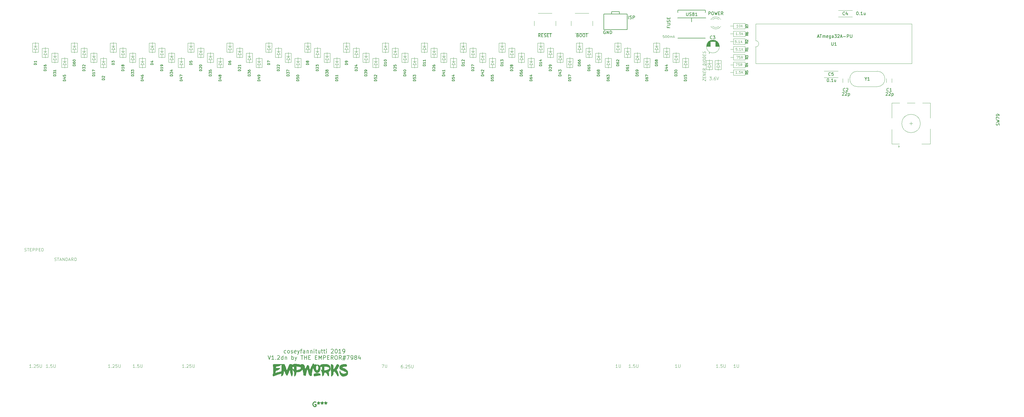
<source format=gbr>
%TF.GenerationSoftware,KiCad,Pcbnew,(6.0.6)*%
%TF.CreationDate,2023-05-08T18:10:17+05:30*%
%TF.ProjectId,discipline-pcb,64697363-6970-46c6-996e-652d7063622e,rev?*%
%TF.SameCoordinates,Original*%
%TF.FileFunction,Legend,Top*%
%TF.FilePolarity,Positive*%
%FSLAX46Y46*%
G04 Gerber Fmt 4.6, Leading zero omitted, Abs format (unit mm)*
G04 Created by KiCad (PCBNEW (6.0.6)) date 2023-05-08 18:10:17*
%MOMM*%
%LPD*%
G01*
G04 APERTURE LIST*
%ADD10C,0.120000*%
%ADD11C,0.100000*%
%ADD12C,0.150000*%
%ADD13C,0.200000*%
%ADD14C,0.300000*%
%ADD15C,0.203200*%
G04 APERTURE END LIST*
D10*
X282517900Y-75514282D02*
X282762872Y-75251812D01*
X286734918Y-75251812D02*
X286979890Y-74989342D01*
X285400010Y-75514666D02*
X285644982Y-75252196D01*
X283865246Y-75251812D02*
X284110218Y-74989342D01*
D11*
X87893282Y-174478614D02*
X87321854Y-174478614D01*
X87607568Y-174478614D02*
X87607568Y-173478614D01*
X87512330Y-173621472D01*
X87417092Y-173716710D01*
X87321854Y-173764329D01*
X88321854Y-174383376D02*
X88369473Y-174430995D01*
X88321854Y-174478614D01*
X88274234Y-174430995D01*
X88321854Y-174383376D01*
X88321854Y-174478614D01*
X88750425Y-173573853D02*
X88798044Y-173526234D01*
X88893282Y-173478614D01*
X89131377Y-173478614D01*
X89226615Y-173526234D01*
X89274234Y-173573853D01*
X89321854Y-173669091D01*
X89321854Y-173764329D01*
X89274234Y-173907186D01*
X88702806Y-174478614D01*
X89321854Y-174478614D01*
X90226615Y-173478614D02*
X89750425Y-173478614D01*
X89702806Y-173954805D01*
X89750425Y-173907186D01*
X89845663Y-173859567D01*
X90083758Y-173859567D01*
X90178996Y-173907186D01*
X90226615Y-173954805D01*
X90274234Y-174050043D01*
X90274234Y-174288138D01*
X90226615Y-174383376D01*
X90178996Y-174430995D01*
X90083758Y-174478614D01*
X89845663Y-174478614D01*
X89750425Y-174430995D01*
X89702806Y-174383376D01*
X90702806Y-173478614D02*
X90702806Y-174288138D01*
X90750425Y-174383376D01*
X90798044Y-174430995D01*
X90893282Y-174478614D01*
X91083758Y-174478614D01*
X91178996Y-174430995D01*
X91226615Y-174383376D01*
X91274234Y-174288138D01*
X91274234Y-173478614D01*
X112040062Y-174478614D02*
X111468634Y-174478614D01*
X111754348Y-174478614D02*
X111754348Y-173478614D01*
X111659110Y-173621472D01*
X111563872Y-173716710D01*
X111468634Y-173764329D01*
X112468634Y-174383376D02*
X112516253Y-174430995D01*
X112468634Y-174478614D01*
X112421014Y-174430995D01*
X112468634Y-174383376D01*
X112468634Y-174478614D01*
X112897205Y-173573853D02*
X112944824Y-173526234D01*
X113040062Y-173478614D01*
X113278157Y-173478614D01*
X113373395Y-173526234D01*
X113421014Y-173573853D01*
X113468634Y-173669091D01*
X113468634Y-173764329D01*
X113421014Y-173907186D01*
X112849586Y-174478614D01*
X113468634Y-174478614D01*
X114373395Y-173478614D02*
X113897205Y-173478614D01*
X113849586Y-173954805D01*
X113897205Y-173907186D01*
X113992443Y-173859567D01*
X114230538Y-173859567D01*
X114325776Y-173907186D01*
X114373395Y-173954805D01*
X114421014Y-174050043D01*
X114421014Y-174288138D01*
X114373395Y-174383376D01*
X114325776Y-174430995D01*
X114230538Y-174478614D01*
X113992443Y-174478614D01*
X113897205Y-174430995D01*
X113849586Y-174383376D01*
X114849586Y-173478614D02*
X114849586Y-174288138D01*
X114897205Y-174383376D01*
X114944824Y-174430995D01*
X115040062Y-174478614D01*
X115230538Y-174478614D01*
X115325776Y-174430995D01*
X115373395Y-174383376D01*
X115421014Y-174288138D01*
X115421014Y-173478614D01*
X67634738Y-174478614D02*
X67063309Y-174478614D01*
X67349023Y-174478614D02*
X67349023Y-173478614D01*
X67253785Y-173621472D01*
X67158547Y-173716710D01*
X67063309Y-173764329D01*
X68063309Y-174383376D02*
X68110928Y-174430995D01*
X68063309Y-174478614D01*
X68015690Y-174430995D01*
X68063309Y-174383376D01*
X68063309Y-174478614D01*
X69015690Y-173478614D02*
X68539499Y-173478614D01*
X68491880Y-173954805D01*
X68539499Y-173907186D01*
X68634738Y-173859567D01*
X68872833Y-173859567D01*
X68968071Y-173907186D01*
X69015690Y-173954805D01*
X69063309Y-174050043D01*
X69063309Y-174288138D01*
X69015690Y-174383376D01*
X68968071Y-174430995D01*
X68872833Y-174478614D01*
X68634738Y-174478614D01*
X68539499Y-174430995D01*
X68491880Y-174383376D01*
X69491880Y-173478614D02*
X69491880Y-174288138D01*
X69539499Y-174383376D01*
X69587119Y-174430995D01*
X69682357Y-174478614D01*
X69872833Y-174478614D01*
X69968071Y-174430995D01*
X70015690Y-174383376D01*
X70063309Y-174288138D01*
X70063309Y-173478614D01*
X95980958Y-174478614D02*
X95409529Y-174478614D01*
X95695243Y-174478614D02*
X95695243Y-173478614D01*
X95600005Y-173621472D01*
X95504767Y-173716710D01*
X95409529Y-173764329D01*
X96409529Y-174383376D02*
X96457148Y-174430995D01*
X96409529Y-174478614D01*
X96361910Y-174430995D01*
X96409529Y-174383376D01*
X96409529Y-174478614D01*
X97361910Y-173478614D02*
X96885719Y-173478614D01*
X96838100Y-173954805D01*
X96885719Y-173907186D01*
X96980958Y-173859567D01*
X97219053Y-173859567D01*
X97314291Y-173907186D01*
X97361910Y-173954805D01*
X97409529Y-174050043D01*
X97409529Y-174288138D01*
X97361910Y-174383376D01*
X97314291Y-174430995D01*
X97219053Y-174478614D01*
X96980958Y-174478614D01*
X96885719Y-174430995D01*
X96838100Y-174383376D01*
X97838100Y-173478614D02*
X97838100Y-174288138D01*
X97885719Y-174383376D01*
X97933339Y-174430995D01*
X98028577Y-174478614D01*
X98219053Y-174478614D01*
X98314291Y-174430995D01*
X98361910Y-174383376D01*
X98409529Y-174288138D01*
X98409529Y-173478614D01*
X257623200Y-174478614D02*
X257051771Y-174478614D01*
X257337485Y-174478614D02*
X257337485Y-173478614D01*
X257242247Y-173621472D01*
X257147009Y-173716710D01*
X257051771Y-173764329D01*
X258051771Y-174383376D02*
X258099390Y-174430995D01*
X258051771Y-174478614D01*
X258004152Y-174430995D01*
X258051771Y-174383376D01*
X258051771Y-174478614D01*
X259004152Y-173478614D02*
X258527961Y-173478614D01*
X258480342Y-173954805D01*
X258527961Y-173907186D01*
X258623200Y-173859567D01*
X258861295Y-173859567D01*
X258956533Y-173907186D01*
X259004152Y-173954805D01*
X259051771Y-174050043D01*
X259051771Y-174288138D01*
X259004152Y-174383376D01*
X258956533Y-174430995D01*
X258861295Y-174478614D01*
X258623200Y-174478614D01*
X258527961Y-174430995D01*
X258480342Y-174383376D01*
X259480342Y-173478614D02*
X259480342Y-174288138D01*
X259527961Y-174383376D01*
X259575581Y-174430995D01*
X259670819Y-174478614D01*
X259861295Y-174478614D01*
X259956533Y-174430995D01*
X260004152Y-174383376D01*
X260051771Y-174288138D01*
X260051771Y-173478614D01*
X286110604Y-174478614D02*
X285539175Y-174478614D01*
X285824889Y-174478614D02*
X285824889Y-173478614D01*
X285729651Y-173621472D01*
X285634413Y-173716710D01*
X285539175Y-173764329D01*
X286539175Y-174383376D02*
X286586794Y-174430995D01*
X286539175Y-174478614D01*
X286491556Y-174430995D01*
X286539175Y-174383376D01*
X286539175Y-174478614D01*
X287491556Y-173478614D02*
X287015365Y-173478614D01*
X286967746Y-173954805D01*
X287015365Y-173907186D01*
X287110604Y-173859567D01*
X287348699Y-173859567D01*
X287443937Y-173907186D01*
X287491556Y-173954805D01*
X287539175Y-174050043D01*
X287539175Y-174288138D01*
X287491556Y-174383376D01*
X287443937Y-174430995D01*
X287348699Y-174478614D01*
X287110604Y-174478614D01*
X287015365Y-174430995D01*
X286967746Y-174383376D01*
X287967746Y-173478614D02*
X287967746Y-174288138D01*
X288015365Y-174383376D01*
X288062985Y-174430995D01*
X288158223Y-174478614D01*
X288348699Y-174478614D01*
X288443937Y-174430995D01*
X288491556Y-174383376D01*
X288539175Y-174288138D01*
X288539175Y-173478614D01*
X60056418Y-136426063D02*
X60199275Y-136473682D01*
X60437370Y-136473682D01*
X60532608Y-136426063D01*
X60580227Y-136378444D01*
X60627847Y-136283206D01*
X60627847Y-136187968D01*
X60580227Y-136092730D01*
X60532608Y-136045111D01*
X60437370Y-135997492D01*
X60246894Y-135949873D01*
X60151656Y-135902254D01*
X60104037Y-135854635D01*
X60056418Y-135759397D01*
X60056418Y-135664159D01*
X60104037Y-135568921D01*
X60151656Y-135521302D01*
X60246894Y-135473682D01*
X60484989Y-135473682D01*
X60627847Y-135521302D01*
X60913561Y-135473682D02*
X61484989Y-135473682D01*
X61199275Y-136473682D02*
X61199275Y-135473682D01*
X61818323Y-135949873D02*
X62151656Y-135949873D01*
X62294513Y-136473682D02*
X61818323Y-136473682D01*
X61818323Y-135473682D01*
X62294513Y-135473682D01*
X62723085Y-136473682D02*
X62723085Y-135473682D01*
X63104037Y-135473682D01*
X63199275Y-135521302D01*
X63246894Y-135568921D01*
X63294513Y-135664159D01*
X63294513Y-135807016D01*
X63246894Y-135902254D01*
X63199275Y-135949873D01*
X63104037Y-135997492D01*
X62723085Y-135997492D01*
X63723085Y-136473682D02*
X63723085Y-135473682D01*
X64104037Y-135473682D01*
X64199275Y-135521302D01*
X64246894Y-135568921D01*
X64294513Y-135664159D01*
X64294513Y-135807016D01*
X64246894Y-135902254D01*
X64199275Y-135949873D01*
X64104037Y-135997492D01*
X63723085Y-135997492D01*
X64723085Y-135949873D02*
X65056418Y-135949873D01*
X65199275Y-136473682D02*
X64723085Y-136473682D01*
X64723085Y-135473682D01*
X65199275Y-135473682D01*
X65627847Y-136473682D02*
X65627847Y-135473682D01*
X65865942Y-135473682D01*
X66008799Y-135521302D01*
X66104037Y-135616540D01*
X66151656Y-135711778D01*
X66199275Y-135902254D01*
X66199275Y-136045111D01*
X66151656Y-136235587D01*
X66104037Y-136330825D01*
X66008799Y-136426063D01*
X65865942Y-136473682D01*
X65627847Y-136473682D01*
X69822380Y-139564761D02*
X69965238Y-139612380D01*
X70203333Y-139612380D01*
X70298571Y-139564761D01*
X70346190Y-139517142D01*
X70393809Y-139421904D01*
X70393809Y-139326666D01*
X70346190Y-139231428D01*
X70298571Y-139183809D01*
X70203333Y-139136190D01*
X70012857Y-139088571D01*
X69917619Y-139040952D01*
X69870000Y-138993333D01*
X69822380Y-138898095D01*
X69822380Y-138802857D01*
X69870000Y-138707619D01*
X69917619Y-138660000D01*
X70012857Y-138612380D01*
X70250952Y-138612380D01*
X70393809Y-138660000D01*
X70679523Y-138612380D02*
X71250952Y-138612380D01*
X70965238Y-139612380D02*
X70965238Y-138612380D01*
X71536666Y-139326666D02*
X72012857Y-139326666D01*
X71441428Y-139612380D02*
X71774761Y-138612380D01*
X72108095Y-139612380D01*
X72441428Y-139612380D02*
X72441428Y-138612380D01*
X73012857Y-139612380D01*
X73012857Y-138612380D01*
X73489047Y-139612380D02*
X73489047Y-138612380D01*
X73727142Y-138612380D01*
X73870000Y-138660000D01*
X73965238Y-138755238D01*
X74012857Y-138850476D01*
X74060476Y-139040952D01*
X74060476Y-139183809D01*
X74012857Y-139374285D01*
X73965238Y-139469523D01*
X73870000Y-139564761D01*
X73727142Y-139612380D01*
X73489047Y-139612380D01*
X74441428Y-139326666D02*
X74917619Y-139326666D01*
X74346190Y-139612380D02*
X74679523Y-138612380D01*
X75012857Y-139612380D01*
X75917619Y-139612380D02*
X75584285Y-139136190D01*
X75346190Y-139612380D02*
X75346190Y-138612380D01*
X75727142Y-138612380D01*
X75822380Y-138660000D01*
X75870000Y-138707619D01*
X75917619Y-138802857D01*
X75917619Y-138945714D01*
X75870000Y-139040952D01*
X75822380Y-139088571D01*
X75727142Y-139136190D01*
X75346190Y-139136190D01*
X76346190Y-139612380D02*
X76346190Y-138612380D01*
X76584285Y-138612380D01*
X76727142Y-138660000D01*
X76822380Y-138755238D01*
X76870000Y-138850476D01*
X76917619Y-139040952D01*
X76917619Y-139183809D01*
X76870000Y-139374285D01*
X76822380Y-139469523D01*
X76727142Y-139564761D01*
X76584285Y-139612380D01*
X76346190Y-139612380D01*
X253350650Y-174478614D02*
X252779222Y-174478614D01*
X253064936Y-174478614D02*
X253064936Y-173478614D01*
X252969698Y-173621472D01*
X252874460Y-173716710D01*
X252779222Y-173764329D01*
X253779222Y-173478614D02*
X253779222Y-174288138D01*
X253826841Y-174383376D01*
X253874460Y-174430995D01*
X253969698Y-174478614D01*
X254160174Y-174478614D01*
X254255412Y-174430995D01*
X254303031Y-174383376D01*
X254350650Y-174288138D01*
X254350650Y-173478614D01*
X272760892Y-174478614D02*
X272189464Y-174478614D01*
X272475178Y-174478614D02*
X272475178Y-173478614D01*
X272379940Y-173621472D01*
X272284702Y-173716710D01*
X272189464Y-173764329D01*
X273189464Y-173478614D02*
X273189464Y-174288138D01*
X273237083Y-174383376D01*
X273284702Y-174430995D01*
X273379940Y-174478614D01*
X273570416Y-174478614D01*
X273665654Y-174430995D01*
X273713273Y-174383376D01*
X273760892Y-174288138D01*
X273760892Y-173478614D01*
X291851210Y-174478614D02*
X291279782Y-174478614D01*
X291565496Y-174478614D02*
X291565496Y-173478614D01*
X291470258Y-173621472D01*
X291375020Y-173716710D01*
X291279782Y-173764329D01*
X292279782Y-173478614D02*
X292279782Y-174288138D01*
X292327401Y-174383376D01*
X292375020Y-174430995D01*
X292470258Y-174478614D01*
X292660734Y-174478614D01*
X292755972Y-174430995D01*
X292803591Y-174383376D01*
X292851210Y-174288138D01*
X292851210Y-173478614D01*
D12*
X228199557Y-66516574D02*
X227866223Y-66040384D01*
X227628128Y-66516574D02*
X227628128Y-65516574D01*
X228009080Y-65516574D01*
X228104318Y-65564194D01*
X228151938Y-65611813D01*
X228199557Y-65707051D01*
X228199557Y-65849908D01*
X228151938Y-65945146D01*
X228104318Y-65992765D01*
X228009080Y-66040384D01*
X227628128Y-66040384D01*
X228628128Y-65992765D02*
X228961461Y-65992765D01*
X229104318Y-66516574D02*
X228628128Y-66516574D01*
X228628128Y-65516574D01*
X229104318Y-65516574D01*
X229485271Y-66468955D02*
X229628128Y-66516574D01*
X229866223Y-66516574D01*
X229961461Y-66468955D01*
X230009080Y-66421336D01*
X230056699Y-66326098D01*
X230056699Y-66230860D01*
X230009080Y-66135622D01*
X229961461Y-66088003D01*
X229866223Y-66040384D01*
X229675747Y-65992765D01*
X229580509Y-65945146D01*
X229532890Y-65897527D01*
X229485271Y-65802289D01*
X229485271Y-65707051D01*
X229532890Y-65611813D01*
X229580509Y-65564194D01*
X229675747Y-65516574D01*
X229913842Y-65516574D01*
X230056699Y-65564194D01*
X230485271Y-65992765D02*
X230818604Y-65992765D01*
X230961461Y-66516574D02*
X230485271Y-66516574D01*
X230485271Y-65516574D01*
X230961461Y-65516574D01*
X231247176Y-65516574D02*
X231818604Y-65516574D01*
X231532890Y-66516574D02*
X231532890Y-65516574D01*
D11*
X283351445Y-79586134D02*
X283970493Y-79586134D01*
X283637159Y-79967087D01*
X283780016Y-79967087D01*
X283875255Y-80014706D01*
X283922874Y-80062325D01*
X283970493Y-80157563D01*
X283970493Y-80395658D01*
X283922874Y-80490896D01*
X283875255Y-80538515D01*
X283780016Y-80586134D01*
X283494302Y-80586134D01*
X283399064Y-80538515D01*
X283351445Y-80490896D01*
X284399064Y-80490896D02*
X284446683Y-80538515D01*
X284399064Y-80586134D01*
X284351445Y-80538515D01*
X284399064Y-80490896D01*
X284399064Y-80586134D01*
X285303826Y-79586134D02*
X285113350Y-79586134D01*
X285018112Y-79633754D01*
X284970493Y-79681373D01*
X284875255Y-79824230D01*
X284827636Y-80014706D01*
X284827636Y-80395658D01*
X284875255Y-80490896D01*
X284922874Y-80538515D01*
X285018112Y-80586134D01*
X285208588Y-80586134D01*
X285303826Y-80538515D01*
X285351445Y-80490896D01*
X285399064Y-80395658D01*
X285399064Y-80157563D01*
X285351445Y-80062325D01*
X285303826Y-80014706D01*
X285208588Y-79967087D01*
X285018112Y-79967087D01*
X284922874Y-80014706D01*
X284875255Y-80062325D01*
X284827636Y-80157563D01*
X285684778Y-79586134D02*
X286018112Y-80586134D01*
X286351445Y-79586134D01*
X62224205Y-174478614D02*
X61652777Y-174478614D01*
X61938491Y-174478614D02*
X61938491Y-173478614D01*
X61843253Y-173621472D01*
X61748015Y-173716710D01*
X61652777Y-173764329D01*
X62652777Y-174383376D02*
X62700396Y-174430995D01*
X62652777Y-174478614D01*
X62605157Y-174430995D01*
X62652777Y-174383376D01*
X62652777Y-174478614D01*
X63081348Y-173573853D02*
X63128967Y-173526234D01*
X63224205Y-173478614D01*
X63462300Y-173478614D01*
X63557538Y-173526234D01*
X63605157Y-173573853D01*
X63652777Y-173669091D01*
X63652777Y-173764329D01*
X63605157Y-173907186D01*
X63033729Y-174478614D01*
X63652777Y-174478614D01*
X64557538Y-173478614D02*
X64081348Y-173478614D01*
X64033729Y-173954805D01*
X64081348Y-173907186D01*
X64176586Y-173859567D01*
X64414681Y-173859567D01*
X64509919Y-173907186D01*
X64557538Y-173954805D01*
X64605157Y-174050043D01*
X64605157Y-174288138D01*
X64557538Y-174383376D01*
X64509919Y-174430995D01*
X64414681Y-174478614D01*
X64176586Y-174478614D01*
X64081348Y-174430995D01*
X64033729Y-174383376D01*
X65033729Y-173478614D02*
X65033729Y-174288138D01*
X65081348Y-174383376D01*
X65128967Y-174430995D01*
X65224205Y-174478614D01*
X65414681Y-174478614D01*
X65509919Y-174430995D01*
X65557538Y-174383376D01*
X65605157Y-174288138D01*
X65605157Y-173478614D01*
X292317142Y-78461904D02*
X291860000Y-78461904D01*
X292088571Y-78461904D02*
X292088571Y-77661904D01*
X292012380Y-77776190D01*
X291936190Y-77852380D01*
X291860000Y-77890476D01*
X292660000Y-78385714D02*
X292698095Y-78423809D01*
X292660000Y-78461904D01*
X292621904Y-78423809D01*
X292660000Y-78385714D01*
X292660000Y-78461904D01*
X293421904Y-77661904D02*
X293040952Y-77661904D01*
X293002857Y-78042857D01*
X293040952Y-78004761D01*
X293117142Y-77966666D01*
X293307619Y-77966666D01*
X293383809Y-78004761D01*
X293421904Y-78042857D01*
X293460000Y-78119047D01*
X293460000Y-78309523D01*
X293421904Y-78385714D01*
X293383809Y-78423809D01*
X293307619Y-78461904D01*
X293117142Y-78461904D01*
X293040952Y-78423809D01*
X293002857Y-78385714D01*
X293802857Y-78461904D02*
X293802857Y-77661904D01*
X294260000Y-78461904D02*
X293917142Y-78004761D01*
X294260000Y-77661904D02*
X293802857Y-78119047D01*
X292339047Y-70151904D02*
X291958095Y-70151904D01*
X291920000Y-70532857D01*
X291958095Y-70494761D01*
X292034285Y-70456666D01*
X292224761Y-70456666D01*
X292300952Y-70494761D01*
X292339047Y-70532857D01*
X292377142Y-70609047D01*
X292377142Y-70799523D01*
X292339047Y-70875714D01*
X292300952Y-70913809D01*
X292224761Y-70951904D01*
X292034285Y-70951904D01*
X291958095Y-70913809D01*
X291920000Y-70875714D01*
X292720000Y-70875714D02*
X292758095Y-70913809D01*
X292720000Y-70951904D01*
X292681904Y-70913809D01*
X292720000Y-70875714D01*
X292720000Y-70951904D01*
X293520000Y-70951904D02*
X293062857Y-70951904D01*
X293291428Y-70951904D02*
X293291428Y-70151904D01*
X293215238Y-70266190D01*
X293139047Y-70342380D01*
X293062857Y-70380476D01*
X293862857Y-70951904D02*
X293862857Y-70151904D01*
X294320000Y-70951904D02*
X293977142Y-70494761D01*
X294320000Y-70151904D02*
X293862857Y-70609047D01*
D12*
X283095546Y-59326064D02*
X283095546Y-58326064D01*
X283476498Y-58326064D01*
X283571736Y-58373684D01*
X283619355Y-58421303D01*
X283666974Y-58516541D01*
X283666974Y-58659398D01*
X283619355Y-58754636D01*
X283571736Y-58802255D01*
X283476498Y-58849874D01*
X283095546Y-58849874D01*
X284286022Y-58326064D02*
X284476498Y-58326064D01*
X284571736Y-58373684D01*
X284666974Y-58468922D01*
X284714593Y-58659398D01*
X284714593Y-58992731D01*
X284666974Y-59183207D01*
X284571736Y-59278445D01*
X284476498Y-59326064D01*
X284286022Y-59326064D01*
X284190784Y-59278445D01*
X284095546Y-59183207D01*
X284047927Y-58992731D01*
X284047927Y-58659398D01*
X284095546Y-58468922D01*
X284190784Y-58373684D01*
X284286022Y-58326064D01*
X285047927Y-58326064D02*
X285286022Y-59326064D01*
X285476498Y-58611779D01*
X285666974Y-59326064D01*
X285905070Y-58326064D01*
X286286022Y-58802255D02*
X286619355Y-58802255D01*
X286762212Y-59326064D02*
X286286022Y-59326064D01*
X286286022Y-58326064D01*
X286762212Y-58326064D01*
X287762212Y-59326064D02*
X287428879Y-58849874D01*
X287190784Y-59326064D02*
X287190784Y-58326064D01*
X287571736Y-58326064D01*
X287666974Y-58373684D01*
X287714593Y-58421303D01*
X287762212Y-58516541D01*
X287762212Y-58659398D01*
X287714593Y-58754636D01*
X287666974Y-58802255D01*
X287571736Y-58849874D01*
X287190784Y-58849874D01*
D11*
X292387142Y-65851904D02*
X291930000Y-65851904D01*
X292158571Y-65851904D02*
X292158571Y-65051904D01*
X292082380Y-65166190D01*
X292006190Y-65242380D01*
X291930000Y-65280476D01*
X292730000Y-65775714D02*
X292768095Y-65813809D01*
X292730000Y-65851904D01*
X292691904Y-65813809D01*
X292730000Y-65775714D01*
X292730000Y-65851904D01*
X293491904Y-65051904D02*
X293110952Y-65051904D01*
X293072857Y-65432857D01*
X293110952Y-65394761D01*
X293187142Y-65356666D01*
X293377619Y-65356666D01*
X293453809Y-65394761D01*
X293491904Y-65432857D01*
X293530000Y-65509047D01*
X293530000Y-65699523D01*
X293491904Y-65775714D01*
X293453809Y-65813809D01*
X293377619Y-65851904D01*
X293187142Y-65851904D01*
X293110952Y-65813809D01*
X293072857Y-65775714D01*
X293872857Y-65851904D02*
X293872857Y-65051904D01*
X294330000Y-65851904D02*
X293987142Y-65394761D01*
X294330000Y-65051904D02*
X293872857Y-65509047D01*
D12*
X249414796Y-64566827D02*
X249319558Y-64519207D01*
X249176701Y-64519207D01*
X249033843Y-64566827D01*
X248938605Y-64662065D01*
X248890986Y-64757303D01*
X248843367Y-64947779D01*
X248843367Y-65090636D01*
X248890986Y-65281112D01*
X248938605Y-65376350D01*
X249033843Y-65471588D01*
X249176701Y-65519207D01*
X249271939Y-65519207D01*
X249414796Y-65471588D01*
X249462415Y-65423969D01*
X249462415Y-65090636D01*
X249271939Y-65090636D01*
X249890986Y-65519207D02*
X249890986Y-64519207D01*
X250462415Y-65519207D01*
X250462415Y-64519207D01*
X250938605Y-65519207D02*
X250938605Y-64519207D01*
X251176701Y-64519207D01*
X251319558Y-64566827D01*
X251414796Y-64662065D01*
X251462415Y-64757303D01*
X251510034Y-64947779D01*
X251510034Y-65090636D01*
X251462415Y-65281112D01*
X251414796Y-65376350D01*
X251319558Y-65471588D01*
X251176701Y-65519207D01*
X250938605Y-65519207D01*
D11*
X291932380Y-75171904D02*
X292465714Y-75171904D01*
X292122857Y-75971904D01*
X293151428Y-75171904D02*
X292770476Y-75171904D01*
X292732380Y-75552857D01*
X292770476Y-75514761D01*
X292846666Y-75476666D01*
X293037142Y-75476666D01*
X293113333Y-75514761D01*
X293151428Y-75552857D01*
X293189523Y-75629047D01*
X293189523Y-75819523D01*
X293151428Y-75895714D01*
X293113333Y-75933809D01*
X293037142Y-75971904D01*
X292846666Y-75971904D01*
X292770476Y-75933809D01*
X292732380Y-75895714D01*
X293989523Y-75971904D02*
X293722857Y-75590952D01*
X293532380Y-75971904D02*
X293532380Y-75171904D01*
X293837142Y-75171904D01*
X293913333Y-75210000D01*
X293951428Y-75248095D01*
X293989523Y-75324285D01*
X293989523Y-75438571D01*
X293951428Y-75514761D01*
X293913333Y-75552857D01*
X293837142Y-75590952D01*
X293532380Y-75590952D01*
D13*
X145293605Y-169707950D02*
X145169796Y-169769855D01*
X144922177Y-169769855D01*
X144798367Y-169707950D01*
X144736462Y-169646045D01*
X144674558Y-169522236D01*
X144674558Y-169150807D01*
X144736462Y-169026998D01*
X144798367Y-168965093D01*
X144922177Y-168903188D01*
X145169796Y-168903188D01*
X145293605Y-168965093D01*
X146036462Y-169769855D02*
X145912653Y-169707950D01*
X145850748Y-169646045D01*
X145788843Y-169522236D01*
X145788843Y-169150807D01*
X145850748Y-169026998D01*
X145912653Y-168965093D01*
X146036462Y-168903188D01*
X146222177Y-168903188D01*
X146345986Y-168965093D01*
X146407891Y-169026998D01*
X146469796Y-169150807D01*
X146469796Y-169522236D01*
X146407891Y-169646045D01*
X146345986Y-169707950D01*
X146222177Y-169769855D01*
X146036462Y-169769855D01*
X146965034Y-169707950D02*
X147088843Y-169769855D01*
X147336462Y-169769855D01*
X147460272Y-169707950D01*
X147522177Y-169584140D01*
X147522177Y-169522236D01*
X147460272Y-169398426D01*
X147336462Y-169336521D01*
X147150748Y-169336521D01*
X147026939Y-169274617D01*
X146965034Y-169150807D01*
X146965034Y-169088902D01*
X147026939Y-168965093D01*
X147150748Y-168903188D01*
X147336462Y-168903188D01*
X147460272Y-168965093D01*
X148574558Y-169707950D02*
X148450748Y-169769855D01*
X148203129Y-169769855D01*
X148079320Y-169707950D01*
X148017415Y-169584140D01*
X148017415Y-169088902D01*
X148079320Y-168965093D01*
X148203129Y-168903188D01*
X148450748Y-168903188D01*
X148574558Y-168965093D01*
X148636462Y-169088902D01*
X148636462Y-169212712D01*
X148017415Y-169336521D01*
X149069796Y-168903188D02*
X149379320Y-169769855D01*
X149688843Y-168903188D02*
X149379320Y-169769855D01*
X149255510Y-170079379D01*
X149193605Y-170141283D01*
X149069796Y-170203188D01*
X149998367Y-168903188D02*
X150493605Y-168903188D01*
X150184081Y-169769855D02*
X150184081Y-168655569D01*
X150245986Y-168531760D01*
X150369796Y-168469855D01*
X150493605Y-168469855D01*
X151484081Y-169769855D02*
X151484081Y-169088902D01*
X151422177Y-168965093D01*
X151298367Y-168903188D01*
X151050748Y-168903188D01*
X150926939Y-168965093D01*
X151484081Y-169707950D02*
X151360272Y-169769855D01*
X151050748Y-169769855D01*
X150926939Y-169707950D01*
X150865034Y-169584140D01*
X150865034Y-169460331D01*
X150926939Y-169336521D01*
X151050748Y-169274617D01*
X151360272Y-169274617D01*
X151484081Y-169212712D01*
X152103129Y-168903188D02*
X152103129Y-169769855D01*
X152103129Y-169026998D02*
X152165034Y-168965093D01*
X152288843Y-168903188D01*
X152474558Y-168903188D01*
X152598367Y-168965093D01*
X152660272Y-169088902D01*
X152660272Y-169769855D01*
X153279320Y-168903188D02*
X153279320Y-169769855D01*
X153279320Y-169026998D02*
X153341224Y-168965093D01*
X153465034Y-168903188D01*
X153650748Y-168903188D01*
X153774558Y-168965093D01*
X153836462Y-169088902D01*
X153836462Y-169769855D01*
X154455510Y-169769855D02*
X154455510Y-168903188D01*
X154455510Y-168469855D02*
X154393605Y-168531760D01*
X154455510Y-168593664D01*
X154517415Y-168531760D01*
X154455510Y-168469855D01*
X154455510Y-168593664D01*
X154888843Y-168903188D02*
X155384081Y-168903188D01*
X155074558Y-168469855D02*
X155074558Y-169584140D01*
X155136462Y-169707950D01*
X155260272Y-169769855D01*
X155384081Y-169769855D01*
X156374558Y-168903188D02*
X156374558Y-169769855D01*
X155817415Y-168903188D02*
X155817415Y-169584140D01*
X155879320Y-169707950D01*
X156003129Y-169769855D01*
X156188843Y-169769855D01*
X156312653Y-169707950D01*
X156374558Y-169646045D01*
X156807891Y-168903188D02*
X157303129Y-168903188D01*
X156993605Y-168469855D02*
X156993605Y-169584140D01*
X157055510Y-169707950D01*
X157179320Y-169769855D01*
X157303129Y-169769855D01*
X157550748Y-168903188D02*
X158045986Y-168903188D01*
X157736462Y-168469855D02*
X157736462Y-169584140D01*
X157798367Y-169707950D01*
X157922177Y-169769855D01*
X158045986Y-169769855D01*
X158479320Y-169769855D02*
X158479320Y-168903188D01*
X158479320Y-168469855D02*
X158417415Y-168531760D01*
X158479320Y-168593664D01*
X158541224Y-168531760D01*
X158479320Y-168469855D01*
X158479320Y-168593664D01*
X160026939Y-168593664D02*
X160088843Y-168531760D01*
X160212653Y-168469855D01*
X160522177Y-168469855D01*
X160645986Y-168531760D01*
X160707891Y-168593664D01*
X160769796Y-168717474D01*
X160769796Y-168841283D01*
X160707891Y-169026998D01*
X159965034Y-169769855D01*
X160769796Y-169769855D01*
X161574558Y-168469855D02*
X161698367Y-168469855D01*
X161822177Y-168531760D01*
X161884081Y-168593664D01*
X161945986Y-168717474D01*
X162007891Y-168965093D01*
X162007891Y-169274617D01*
X161945986Y-169522236D01*
X161884081Y-169646045D01*
X161822177Y-169707950D01*
X161698367Y-169769855D01*
X161574558Y-169769855D01*
X161450748Y-169707950D01*
X161388843Y-169646045D01*
X161326939Y-169522236D01*
X161265034Y-169274617D01*
X161265034Y-168965093D01*
X161326939Y-168717474D01*
X161388843Y-168593664D01*
X161450748Y-168531760D01*
X161574558Y-168469855D01*
X163245986Y-169769855D02*
X162503129Y-169769855D01*
X162874558Y-169769855D02*
X162874558Y-168469855D01*
X162750748Y-168655569D01*
X162626939Y-168779379D01*
X162503129Y-168841283D01*
X163865034Y-169769855D02*
X164112653Y-169769855D01*
X164236462Y-169707950D01*
X164298367Y-169646045D01*
X164422177Y-169460331D01*
X164484081Y-169212712D01*
X164484081Y-168717474D01*
X164422177Y-168593664D01*
X164360272Y-168531760D01*
X164236462Y-168469855D01*
X163988843Y-168469855D01*
X163865034Y-168531760D01*
X163803129Y-168593664D01*
X163741224Y-168717474D01*
X163741224Y-169026998D01*
X163803129Y-169150807D01*
X163865034Y-169212712D01*
X163988843Y-169274617D01*
X164236462Y-169274617D01*
X164360272Y-169212712D01*
X164422177Y-169150807D01*
X164484081Y-169026998D01*
X139412653Y-170562855D02*
X139845986Y-171862855D01*
X140279320Y-170562855D01*
X141393605Y-171862855D02*
X140650748Y-171862855D01*
X141022177Y-171862855D02*
X141022177Y-170562855D01*
X140898367Y-170748569D01*
X140774558Y-170872379D01*
X140650748Y-170934283D01*
X141950748Y-171739045D02*
X142012653Y-171800950D01*
X141950748Y-171862855D01*
X141888843Y-171800950D01*
X141950748Y-171739045D01*
X141950748Y-171862855D01*
X142507891Y-170686664D02*
X142569796Y-170624760D01*
X142693605Y-170562855D01*
X143003129Y-170562855D01*
X143126939Y-170624760D01*
X143188843Y-170686664D01*
X143250748Y-170810474D01*
X143250748Y-170934283D01*
X143188843Y-171119998D01*
X142445986Y-171862855D01*
X143250748Y-171862855D01*
X144365034Y-171862855D02*
X144365034Y-170562855D01*
X144365034Y-171800950D02*
X144241224Y-171862855D01*
X143993605Y-171862855D01*
X143869796Y-171800950D01*
X143807891Y-171739045D01*
X143745986Y-171615236D01*
X143745986Y-171243807D01*
X143807891Y-171119998D01*
X143869796Y-171058093D01*
X143993605Y-170996188D01*
X144241224Y-170996188D01*
X144365034Y-171058093D01*
X144984081Y-170996188D02*
X144984081Y-171862855D01*
X144984081Y-171119998D02*
X145045986Y-171058093D01*
X145169796Y-170996188D01*
X145355510Y-170996188D01*
X145479320Y-171058093D01*
X145541224Y-171181902D01*
X145541224Y-171862855D01*
X147150748Y-171862855D02*
X147150748Y-170562855D01*
X147150748Y-171058093D02*
X147274558Y-170996188D01*
X147522177Y-170996188D01*
X147645986Y-171058093D01*
X147707891Y-171119998D01*
X147769796Y-171243807D01*
X147769796Y-171615236D01*
X147707891Y-171739045D01*
X147645986Y-171800950D01*
X147522177Y-171862855D01*
X147274558Y-171862855D01*
X147150748Y-171800950D01*
X148203129Y-170996188D02*
X148512653Y-171862855D01*
X148822177Y-170996188D02*
X148512653Y-171862855D01*
X148388843Y-172172379D01*
X148326939Y-172234283D01*
X148203129Y-172296188D01*
X150122177Y-170562855D02*
X150865034Y-170562855D01*
X150493605Y-171862855D02*
X150493605Y-170562855D01*
X151298367Y-171862855D02*
X151298367Y-170562855D01*
X151298367Y-171181902D02*
X152041224Y-171181902D01*
X152041224Y-171862855D02*
X152041224Y-170562855D01*
X152660272Y-171181902D02*
X153093605Y-171181902D01*
X153279320Y-171862855D02*
X152660272Y-171862855D01*
X152660272Y-170562855D01*
X153279320Y-170562855D01*
X154826939Y-171181902D02*
X155260272Y-171181902D01*
X155445986Y-171862855D02*
X154826939Y-171862855D01*
X154826939Y-170562855D01*
X155445986Y-170562855D01*
X156003129Y-171862855D02*
X156003129Y-170562855D01*
X156436462Y-171491426D01*
X156869796Y-170562855D01*
X156869796Y-171862855D01*
X157488843Y-171862855D02*
X157488843Y-170562855D01*
X157984081Y-170562855D01*
X158107891Y-170624760D01*
X158169796Y-170686664D01*
X158231700Y-170810474D01*
X158231700Y-170996188D01*
X158169796Y-171119998D01*
X158107891Y-171181902D01*
X157984081Y-171243807D01*
X157488843Y-171243807D01*
X158788843Y-171181902D02*
X159222177Y-171181902D01*
X159407891Y-171862855D02*
X158788843Y-171862855D01*
X158788843Y-170562855D01*
X159407891Y-170562855D01*
X160707891Y-171862855D02*
X160274558Y-171243807D01*
X159965034Y-171862855D02*
X159965034Y-170562855D01*
X160460272Y-170562855D01*
X160584081Y-170624760D01*
X160645986Y-170686664D01*
X160707891Y-170810474D01*
X160707891Y-170996188D01*
X160645986Y-171119998D01*
X160584081Y-171181902D01*
X160460272Y-171243807D01*
X159965034Y-171243807D01*
X161512653Y-170562855D02*
X161760272Y-170562855D01*
X161884081Y-170624760D01*
X162007891Y-170748569D01*
X162069796Y-170996188D01*
X162069796Y-171429521D01*
X162007891Y-171677140D01*
X161884081Y-171800950D01*
X161760272Y-171862855D01*
X161512653Y-171862855D01*
X161388843Y-171800950D01*
X161265034Y-171677140D01*
X161203129Y-171429521D01*
X161203129Y-170996188D01*
X161265034Y-170748569D01*
X161388843Y-170624760D01*
X161512653Y-170562855D01*
X163369796Y-171862855D02*
X162936462Y-171243807D01*
X162626939Y-171862855D02*
X162626939Y-170562855D01*
X163122177Y-170562855D01*
X163245986Y-170624760D01*
X163307891Y-170686664D01*
X163369796Y-170810474D01*
X163369796Y-170996188D01*
X163307891Y-171119998D01*
X163245986Y-171181902D01*
X163122177Y-171243807D01*
X162626939Y-171243807D01*
X163865034Y-170996188D02*
X164793605Y-170996188D01*
X164236462Y-170439045D02*
X163865034Y-172110474D01*
X164669796Y-171553331D02*
X163741224Y-171553331D01*
X164298367Y-172110474D02*
X164669796Y-170439045D01*
X165103129Y-170562855D02*
X165969796Y-170562855D01*
X165412653Y-171862855D01*
X166526939Y-171862855D02*
X166774558Y-171862855D01*
X166898367Y-171800950D01*
X166960272Y-171739045D01*
X167084081Y-171553331D01*
X167145986Y-171305712D01*
X167145986Y-170810474D01*
X167084081Y-170686664D01*
X167022177Y-170624760D01*
X166898367Y-170562855D01*
X166650748Y-170562855D01*
X166526939Y-170624760D01*
X166465034Y-170686664D01*
X166403129Y-170810474D01*
X166403129Y-171119998D01*
X166465034Y-171243807D01*
X166526939Y-171305712D01*
X166650748Y-171367617D01*
X166898367Y-171367617D01*
X167022177Y-171305712D01*
X167084081Y-171243807D01*
X167145986Y-171119998D01*
X167888843Y-171119998D02*
X167765034Y-171058093D01*
X167703129Y-170996188D01*
X167641224Y-170872379D01*
X167641224Y-170810474D01*
X167703129Y-170686664D01*
X167765034Y-170624760D01*
X167888843Y-170562855D01*
X168136462Y-170562855D01*
X168260272Y-170624760D01*
X168322177Y-170686664D01*
X168384081Y-170810474D01*
X168384081Y-170872379D01*
X168322177Y-170996188D01*
X168260272Y-171058093D01*
X168136462Y-171119998D01*
X167888843Y-171119998D01*
X167765034Y-171181902D01*
X167703129Y-171243807D01*
X167641224Y-171367617D01*
X167641224Y-171615236D01*
X167703129Y-171739045D01*
X167765034Y-171800950D01*
X167888843Y-171862855D01*
X168136462Y-171862855D01*
X168260272Y-171800950D01*
X168322177Y-171739045D01*
X168384081Y-171615236D01*
X168384081Y-171367617D01*
X168322177Y-171243807D01*
X168260272Y-171181902D01*
X168136462Y-171119998D01*
X169498367Y-170996188D02*
X169498367Y-171862855D01*
X169188843Y-170500950D02*
X168879320Y-171429521D01*
X169684081Y-171429521D01*
D11*
X281167640Y-80759433D02*
X281167640Y-80159433D01*
X282067640Y-80871933D01*
X282067640Y-80271933D01*
X281596212Y-79870147D02*
X281596212Y-79570147D01*
X282067640Y-79500504D02*
X282067640Y-79929076D01*
X281167640Y-79816576D01*
X281167640Y-79388004D01*
X282067640Y-79114790D02*
X281167640Y-79002290D01*
X282067640Y-78600504D01*
X281167640Y-78488004D01*
X281596212Y-78113004D02*
X281596212Y-77813004D01*
X282067640Y-77743361D02*
X282067640Y-78171933D01*
X281167640Y-78059433D01*
X281167640Y-77630861D01*
X282067640Y-76843361D02*
X281639069Y-77089790D01*
X282067640Y-77357647D02*
X281167640Y-77245147D01*
X281167640Y-76902290D01*
X281210498Y-76821933D01*
X281253355Y-76784433D01*
X281339069Y-76752290D01*
X281467640Y-76768361D01*
X281553355Y-76821933D01*
X281596212Y-76870147D01*
X281639069Y-76961219D01*
X281639069Y-77304076D01*
X282067640Y-75771933D02*
X281167640Y-75659433D01*
X281167640Y-75445147D01*
X281210498Y-75321933D01*
X281296212Y-75246933D01*
X281381926Y-75214790D01*
X281553355Y-75193361D01*
X281681926Y-75209433D01*
X281853355Y-75273719D01*
X281939069Y-75327290D01*
X282024783Y-75423719D01*
X282067640Y-75557647D01*
X282067640Y-75771933D01*
X282067640Y-74871933D02*
X281167640Y-74759433D01*
X281167640Y-74159433D02*
X281167640Y-73988004D01*
X281210498Y-73907647D01*
X281296212Y-73832647D01*
X281467640Y-73811219D01*
X281767640Y-73848719D01*
X281939069Y-73913004D01*
X282024783Y-74009433D01*
X282067640Y-74100504D01*
X282067640Y-74271933D01*
X282024783Y-74352290D01*
X281939069Y-74427290D01*
X281767640Y-74448719D01*
X281467640Y-74411219D01*
X281296212Y-74346933D01*
X281210498Y-74250504D01*
X281167640Y-74159433D01*
X282067640Y-73500504D02*
X281167640Y-73388004D01*
X281167640Y-73173719D01*
X281210498Y-73050504D01*
X281296212Y-72975504D01*
X281381926Y-72943361D01*
X281553355Y-72921933D01*
X281681926Y-72938004D01*
X281853355Y-73002290D01*
X281939069Y-73055861D01*
X282024783Y-73152290D01*
X282067640Y-73286219D01*
X282067640Y-73500504D01*
X281596212Y-72541576D02*
X281596212Y-72241576D01*
X282067640Y-72171933D02*
X282067640Y-72600504D01*
X281167640Y-72488004D01*
X281167640Y-72059433D01*
X282024783Y-71823719D02*
X282067640Y-71700504D01*
X282067640Y-71486219D01*
X282024783Y-71395147D01*
X281981926Y-71346933D01*
X281896212Y-71293361D01*
X281810498Y-71282647D01*
X281724783Y-71314790D01*
X281681926Y-71352290D01*
X281639069Y-71432647D01*
X281596212Y-71598719D01*
X281553355Y-71679076D01*
X281510498Y-71716576D01*
X281424783Y-71748719D01*
X281339069Y-71738004D01*
X281253355Y-71684433D01*
X281210498Y-71636219D01*
X281167640Y-71545147D01*
X281167640Y-71330861D01*
X281210498Y-71207647D01*
X292122380Y-72781904D02*
X292655714Y-72781904D01*
X292312857Y-73581904D01*
X293341428Y-72781904D02*
X292960476Y-72781904D01*
X292922380Y-73162857D01*
X292960476Y-73124761D01*
X293036666Y-73086666D01*
X293227142Y-73086666D01*
X293303333Y-73124761D01*
X293341428Y-73162857D01*
X293379523Y-73239047D01*
X293379523Y-73429523D01*
X293341428Y-73505714D01*
X293303333Y-73543809D01*
X293227142Y-73581904D01*
X293036666Y-73581904D01*
X292960476Y-73543809D01*
X292922380Y-73505714D01*
X294179523Y-73581904D02*
X293912857Y-73200952D01*
X293722380Y-73581904D02*
X293722380Y-72781904D01*
X294027142Y-72781904D01*
X294103333Y-72820000D01*
X294141428Y-72858095D01*
X294179523Y-72934285D01*
X294179523Y-73048571D01*
X294141428Y-73124761D01*
X294103333Y-73162857D01*
X294027142Y-73200952D01*
X293722380Y-73200952D01*
X268571435Y-65993549D02*
X268190483Y-65993549D01*
X268152388Y-66374502D01*
X268190483Y-66336406D01*
X268266674Y-66298311D01*
X268457150Y-66298311D01*
X268533340Y-66336406D01*
X268571435Y-66374502D01*
X268609531Y-66450692D01*
X268609531Y-66641168D01*
X268571435Y-66717359D01*
X268533340Y-66755454D01*
X268457150Y-66793549D01*
X268266674Y-66793549D01*
X268190483Y-66755454D01*
X268152388Y-66717359D01*
X269104769Y-65993549D02*
X269180959Y-65993549D01*
X269257150Y-66031645D01*
X269295245Y-66069740D01*
X269333340Y-66145930D01*
X269371435Y-66298311D01*
X269371435Y-66488787D01*
X269333340Y-66641168D01*
X269295245Y-66717359D01*
X269257150Y-66755454D01*
X269180959Y-66793549D01*
X269104769Y-66793549D01*
X269028578Y-66755454D01*
X268990483Y-66717359D01*
X268952388Y-66641168D01*
X268914293Y-66488787D01*
X268914293Y-66298311D01*
X268952388Y-66145930D01*
X268990483Y-66069740D01*
X269028578Y-66031645D01*
X269104769Y-65993549D01*
X269866674Y-65993549D02*
X269942864Y-65993549D01*
X270019055Y-66031645D01*
X270057150Y-66069740D01*
X270095245Y-66145930D01*
X270133340Y-66298311D01*
X270133340Y-66488787D01*
X270095245Y-66641168D01*
X270057150Y-66717359D01*
X270019055Y-66755454D01*
X269942864Y-66793549D01*
X269866674Y-66793549D01*
X269790483Y-66755454D01*
X269752388Y-66717359D01*
X269714293Y-66641168D01*
X269676197Y-66488787D01*
X269676197Y-66298311D01*
X269714293Y-66145930D01*
X269752388Y-66069740D01*
X269790483Y-66031645D01*
X269866674Y-65993549D01*
X270476197Y-66793549D02*
X270476197Y-66260216D01*
X270476197Y-66336406D02*
X270514293Y-66298311D01*
X270590483Y-66260216D01*
X270704769Y-66260216D01*
X270780959Y-66298311D01*
X270819055Y-66374502D01*
X270819055Y-66793549D01*
X270819055Y-66374502D02*
X270857150Y-66298311D01*
X270933340Y-66260216D01*
X271047626Y-66260216D01*
X271123816Y-66298311D01*
X271161912Y-66374502D01*
X271161912Y-66793549D01*
X271504769Y-66564978D02*
X271885721Y-66564978D01*
X271428578Y-66793549D02*
X271695245Y-65993549D01*
X271961912Y-66793549D01*
X292617619Y-63341904D02*
X292160476Y-63341904D01*
X292389047Y-63341904D02*
X292389047Y-62541904D01*
X292312857Y-62656190D01*
X292236666Y-62732380D01*
X292160476Y-62770476D01*
X293112857Y-62541904D02*
X293189047Y-62541904D01*
X293265238Y-62580000D01*
X293303333Y-62618095D01*
X293341428Y-62694285D01*
X293379523Y-62846666D01*
X293379523Y-63037142D01*
X293341428Y-63189523D01*
X293303333Y-63265714D01*
X293265238Y-63303809D01*
X293189047Y-63341904D01*
X293112857Y-63341904D01*
X293036666Y-63303809D01*
X292998571Y-63265714D01*
X292960476Y-63189523D01*
X292922380Y-63037142D01*
X292922380Y-62846666D01*
X292960476Y-62694285D01*
X292998571Y-62618095D01*
X293036666Y-62580000D01*
X293112857Y-62541904D01*
X293722380Y-63341904D02*
X293722380Y-62541904D01*
X294179523Y-63341904D02*
X293836666Y-62884761D01*
X294179523Y-62541904D02*
X293722380Y-62999047D01*
X292079047Y-67651904D02*
X291698095Y-67651904D01*
X291660000Y-68032857D01*
X291698095Y-67994761D01*
X291774285Y-67956666D01*
X291964761Y-67956666D01*
X292040952Y-67994761D01*
X292079047Y-68032857D01*
X292117142Y-68109047D01*
X292117142Y-68299523D01*
X292079047Y-68375714D01*
X292040952Y-68413809D01*
X291964761Y-68451904D01*
X291774285Y-68451904D01*
X291698095Y-68413809D01*
X291660000Y-68375714D01*
X292460000Y-68375714D02*
X292498095Y-68413809D01*
X292460000Y-68451904D01*
X292421904Y-68413809D01*
X292460000Y-68375714D01*
X292460000Y-68451904D01*
X293260000Y-68451904D02*
X292802857Y-68451904D01*
X293031428Y-68451904D02*
X293031428Y-67651904D01*
X292955238Y-67766190D01*
X292879047Y-67842380D01*
X292802857Y-67880476D01*
X293602857Y-68451904D02*
X293602857Y-67651904D01*
X294060000Y-68451904D02*
X293717142Y-67994761D01*
X294060000Y-67651904D02*
X293602857Y-68109047D01*
D12*
X256969474Y-60637358D02*
X256969474Y-59637358D01*
X257398045Y-60589739D02*
X257540903Y-60637358D01*
X257778998Y-60637358D01*
X257874236Y-60589739D01*
X257921855Y-60542120D01*
X257969474Y-60446882D01*
X257969474Y-60351644D01*
X257921855Y-60256406D01*
X257874236Y-60208787D01*
X257778998Y-60161168D01*
X257588522Y-60113549D01*
X257493284Y-60065930D01*
X257445665Y-60018311D01*
X257398045Y-59923073D01*
X257398045Y-59827835D01*
X257445665Y-59732597D01*
X257493284Y-59684978D01*
X257588522Y-59637358D01*
X257826617Y-59637358D01*
X257969474Y-59684978D01*
X258398045Y-60637358D02*
X258398045Y-59637358D01*
X258778998Y-59637358D01*
X258874236Y-59684978D01*
X258921855Y-59732597D01*
X258969474Y-59827835D01*
X258969474Y-59970692D01*
X258921855Y-60065930D01*
X258874236Y-60113549D01*
X258778998Y-60161168D01*
X258398045Y-60161168D01*
D11*
%TO.C,ST72*%
X176547965Y-173491114D02*
X177214631Y-173491114D01*
X176786060Y-174491114D01*
X177595584Y-173491114D02*
X177595584Y-174300638D01*
X177643203Y-174395876D01*
X177690822Y-174443495D01*
X177786060Y-174491114D01*
X177976536Y-174491114D01*
X178071774Y-174443495D01*
X178119393Y-174395876D01*
X178167012Y-174300638D01*
X178167012Y-173491114D01*
D12*
%TO.C,D1*%
X63962188Y-75566088D02*
X63162188Y-75566088D01*
X63162188Y-75375612D01*
X63200284Y-75261326D01*
X63276474Y-75185135D01*
X63352664Y-75147040D01*
X63505045Y-75108945D01*
X63619331Y-75108945D01*
X63771712Y-75147040D01*
X63847903Y-75185135D01*
X63924093Y-75261326D01*
X63962188Y-75375612D01*
X63962188Y-75566088D01*
X63962188Y-74347040D02*
X63962188Y-74804183D01*
X63962188Y-74575612D02*
X63162188Y-74575612D01*
X63276474Y-74651802D01*
X63352664Y-74727992D01*
X63390760Y-74804183D01*
%TO.C,D2*%
X86148429Y-80526675D02*
X85348429Y-80526675D01*
X85348429Y-80336199D01*
X85386525Y-80221913D01*
X85462715Y-80145722D01*
X85538905Y-80107627D01*
X85691286Y-80069532D01*
X85805572Y-80069532D01*
X85957953Y-80107627D01*
X86034144Y-80145722D01*
X86110334Y-80221913D01*
X86148429Y-80336199D01*
X86148429Y-80526675D01*
X85424620Y-79764770D02*
X85386525Y-79726675D01*
X85348429Y-79650484D01*
X85348429Y-79460008D01*
X85386525Y-79383818D01*
X85424620Y-79345722D01*
X85500810Y-79307627D01*
X85577001Y-79307627D01*
X85691286Y-79345722D01*
X86148429Y-79802865D01*
X86148429Y-79307627D01*
%TO.C,D3*%
X89317892Y-75566088D02*
X88517892Y-75566088D01*
X88517892Y-75375612D01*
X88555988Y-75261326D01*
X88632178Y-75185135D01*
X88708368Y-75147040D01*
X88860749Y-75108945D01*
X88975035Y-75108945D01*
X89127416Y-75147040D01*
X89203607Y-75185135D01*
X89279797Y-75261326D01*
X89317892Y-75375612D01*
X89317892Y-75566088D01*
X88517892Y-74842278D02*
X88517892Y-74347040D01*
X88822654Y-74613707D01*
X88822654Y-74499421D01*
X88860749Y-74423231D01*
X88898845Y-74385135D01*
X88975035Y-74347040D01*
X89165511Y-74347040D01*
X89241702Y-74385135D01*
X89279797Y-74423231D01*
X89317892Y-74499421D01*
X89317892Y-74727992D01*
X89279797Y-74804183D01*
X89241702Y-74842278D01*
%TO.C,D4*%
X101995744Y-75566088D02*
X101195744Y-75566088D01*
X101195744Y-75375612D01*
X101233840Y-75261326D01*
X101310030Y-75185135D01*
X101386220Y-75147040D01*
X101538601Y-75108945D01*
X101652887Y-75108945D01*
X101805268Y-75147040D01*
X101881459Y-75185135D01*
X101957649Y-75261326D01*
X101995744Y-75375612D01*
X101995744Y-75566088D01*
X101462411Y-74423231D02*
X101995744Y-74423231D01*
X101157649Y-74613707D02*
X101729078Y-74804183D01*
X101729078Y-74308945D01*
%TO.C,D5*%
X114673596Y-75566088D02*
X113873596Y-75566088D01*
X113873596Y-75375612D01*
X113911692Y-75261326D01*
X113987882Y-75185135D01*
X114064072Y-75147040D01*
X114216453Y-75108945D01*
X114330739Y-75108945D01*
X114483120Y-75147040D01*
X114559311Y-75185135D01*
X114635501Y-75261326D01*
X114673596Y-75375612D01*
X114673596Y-75566088D01*
X113873596Y-74385135D02*
X113873596Y-74766088D01*
X114254549Y-74804183D01*
X114216453Y-74766088D01*
X114178358Y-74689897D01*
X114178358Y-74499421D01*
X114216453Y-74423231D01*
X114254549Y-74385135D01*
X114330739Y-74347040D01*
X114521215Y-74347040D01*
X114597406Y-74385135D01*
X114635501Y-74423231D01*
X114673596Y-74499421D01*
X114673596Y-74689897D01*
X114635501Y-74766088D01*
X114597406Y-74804183D01*
%TO.C,D6*%
X127351448Y-75566088D02*
X126551448Y-75566088D01*
X126551448Y-75375612D01*
X126589544Y-75261326D01*
X126665734Y-75185135D01*
X126741924Y-75147040D01*
X126894305Y-75108945D01*
X127008591Y-75108945D01*
X127160972Y-75147040D01*
X127237163Y-75185135D01*
X127313353Y-75261326D01*
X127351448Y-75375612D01*
X127351448Y-75566088D01*
X126551448Y-74423231D02*
X126551448Y-74575612D01*
X126589544Y-74651802D01*
X126627639Y-74689897D01*
X126741924Y-74766088D01*
X126894305Y-74804183D01*
X127199067Y-74804183D01*
X127275258Y-74766088D01*
X127313353Y-74727992D01*
X127351448Y-74651802D01*
X127351448Y-74499421D01*
X127313353Y-74423231D01*
X127275258Y-74385135D01*
X127199067Y-74347040D01*
X127008591Y-74347040D01*
X126932401Y-74385135D01*
X126894305Y-74423231D01*
X126856210Y-74499421D01*
X126856210Y-74651802D01*
X126894305Y-74727992D01*
X126932401Y-74766088D01*
X127008591Y-74804183D01*
%TO.C,D7*%
X140029300Y-75566088D02*
X139229300Y-75566088D01*
X139229300Y-75375612D01*
X139267396Y-75261326D01*
X139343586Y-75185135D01*
X139419776Y-75147040D01*
X139572157Y-75108945D01*
X139686443Y-75108945D01*
X139838824Y-75147040D01*
X139915015Y-75185135D01*
X139991205Y-75261326D01*
X140029300Y-75375612D01*
X140029300Y-75566088D01*
X139229300Y-74842278D02*
X139229300Y-74308945D01*
X140029300Y-74651802D01*
%TO.C,D8*%
X152707152Y-75566088D02*
X151907152Y-75566088D01*
X151907152Y-75375612D01*
X151945248Y-75261326D01*
X152021438Y-75185135D01*
X152097628Y-75147040D01*
X152250009Y-75108945D01*
X152364295Y-75108945D01*
X152516676Y-75147040D01*
X152592867Y-75185135D01*
X152669057Y-75261326D01*
X152707152Y-75375612D01*
X152707152Y-75566088D01*
X152250009Y-74651802D02*
X152211914Y-74727992D01*
X152173819Y-74766088D01*
X152097628Y-74804183D01*
X152059533Y-74804183D01*
X151983343Y-74766088D01*
X151945248Y-74727992D01*
X151907152Y-74651802D01*
X151907152Y-74499421D01*
X151945248Y-74423231D01*
X151983343Y-74385135D01*
X152059533Y-74347040D01*
X152097628Y-74347040D01*
X152173819Y-74385135D01*
X152211914Y-74423231D01*
X152250009Y-74499421D01*
X152250009Y-74651802D01*
X152288105Y-74727992D01*
X152326200Y-74766088D01*
X152402390Y-74804183D01*
X152554771Y-74804183D01*
X152630962Y-74766088D01*
X152669057Y-74727992D01*
X152707152Y-74651802D01*
X152707152Y-74499421D01*
X152669057Y-74423231D01*
X152630962Y-74385135D01*
X152554771Y-74347040D01*
X152402390Y-74347040D01*
X152326200Y-74385135D01*
X152288105Y-74423231D01*
X152250009Y-74499421D01*
%TO.C,D9*%
X165385004Y-75566088D02*
X164585004Y-75566088D01*
X164585004Y-75375612D01*
X164623100Y-75261326D01*
X164699290Y-75185135D01*
X164775480Y-75147040D01*
X164927861Y-75108945D01*
X165042147Y-75108945D01*
X165194528Y-75147040D01*
X165270719Y-75185135D01*
X165346909Y-75261326D01*
X165385004Y-75375612D01*
X165385004Y-75566088D01*
X165385004Y-74727992D02*
X165385004Y-74575612D01*
X165346909Y-74499421D01*
X165308814Y-74461326D01*
X165194528Y-74385135D01*
X165042147Y-74347040D01*
X164737385Y-74347040D01*
X164661195Y-74385135D01*
X164623100Y-74423231D01*
X164585004Y-74499421D01*
X164585004Y-74651802D01*
X164623100Y-74727992D01*
X164661195Y-74766088D01*
X164737385Y-74804183D01*
X164927861Y-74804183D01*
X165004052Y-74766088D01*
X165042147Y-74727992D01*
X165080242Y-74651802D01*
X165080242Y-74499421D01*
X165042147Y-74423231D01*
X165004052Y-74385135D01*
X164927861Y-74347040D01*
%TO.C,D10*%
X178062856Y-75947040D02*
X177262856Y-75947040D01*
X177262856Y-75756564D01*
X177300952Y-75642278D01*
X177377142Y-75566088D01*
X177453332Y-75527992D01*
X177605713Y-75489897D01*
X177719999Y-75489897D01*
X177872380Y-75527992D01*
X177948571Y-75566088D01*
X178024761Y-75642278D01*
X178062856Y-75756564D01*
X178062856Y-75947040D01*
X178062856Y-74727992D02*
X178062856Y-75185135D01*
X178062856Y-74956564D02*
X177262856Y-74956564D01*
X177377142Y-75032754D01*
X177453332Y-75108945D01*
X177491428Y-75185135D01*
X177262856Y-74232754D02*
X177262856Y-74156564D01*
X177300952Y-74080373D01*
X177339047Y-74042278D01*
X177415237Y-74004183D01*
X177567618Y-73966088D01*
X177758094Y-73966088D01*
X177910475Y-74004183D01*
X177986666Y-74042278D01*
X178024761Y-74080373D01*
X178062856Y-74156564D01*
X178062856Y-74232754D01*
X178024761Y-74308945D01*
X177986666Y-74347040D01*
X177910475Y-74385135D01*
X177758094Y-74423231D01*
X177567618Y-74423231D01*
X177415237Y-74385135D01*
X177339047Y-74347040D01*
X177300952Y-74308945D01*
X177262856Y-74232754D01*
%TO.C,D11*%
X190740708Y-75947040D02*
X189940708Y-75947040D01*
X189940708Y-75756564D01*
X189978804Y-75642278D01*
X190054994Y-75566088D01*
X190131184Y-75527992D01*
X190283565Y-75489897D01*
X190397851Y-75489897D01*
X190550232Y-75527992D01*
X190626423Y-75566088D01*
X190702613Y-75642278D01*
X190740708Y-75756564D01*
X190740708Y-75947040D01*
X190740708Y-74727992D02*
X190740708Y-75185135D01*
X190740708Y-74956564D02*
X189940708Y-74956564D01*
X190054994Y-75032754D01*
X190131184Y-75108945D01*
X190169280Y-75185135D01*
X190740708Y-73966088D02*
X190740708Y-74423231D01*
X190740708Y-74194659D02*
X189940708Y-74194659D01*
X190054994Y-74270850D01*
X190131184Y-74347040D01*
X190169280Y-74423231D01*
%TO.C,D12*%
X203418560Y-75947040D02*
X202618560Y-75947040D01*
X202618560Y-75756564D01*
X202656656Y-75642278D01*
X202732846Y-75566088D01*
X202809036Y-75527992D01*
X202961417Y-75489897D01*
X203075703Y-75489897D01*
X203228084Y-75527992D01*
X203304275Y-75566088D01*
X203380465Y-75642278D01*
X203418560Y-75756564D01*
X203418560Y-75947040D01*
X203418560Y-74727992D02*
X203418560Y-75185135D01*
X203418560Y-74956564D02*
X202618560Y-74956564D01*
X202732846Y-75032754D01*
X202809036Y-75108945D01*
X202847132Y-75185135D01*
X202694751Y-74423231D02*
X202656656Y-74385135D01*
X202618560Y-74308945D01*
X202618560Y-74118469D01*
X202656656Y-74042278D01*
X202694751Y-74004183D01*
X202770941Y-73966088D01*
X202847132Y-73966088D01*
X202961417Y-74004183D01*
X203418560Y-74461326D01*
X203418560Y-73966088D01*
%TO.C,D13*%
X216096412Y-75947040D02*
X215296412Y-75947040D01*
X215296412Y-75756564D01*
X215334508Y-75642278D01*
X215410698Y-75566088D01*
X215486888Y-75527992D01*
X215639269Y-75489897D01*
X215753555Y-75489897D01*
X215905936Y-75527992D01*
X215982127Y-75566088D01*
X216058317Y-75642278D01*
X216096412Y-75756564D01*
X216096412Y-75947040D01*
X216096412Y-74727992D02*
X216096412Y-75185135D01*
X216096412Y-74956564D02*
X215296412Y-74956564D01*
X215410698Y-75032754D01*
X215486888Y-75108945D01*
X215524984Y-75185135D01*
X215296412Y-74461326D02*
X215296412Y-73966088D01*
X215601174Y-74232754D01*
X215601174Y-74118469D01*
X215639269Y-74042278D01*
X215677365Y-74004183D01*
X215753555Y-73966088D01*
X215944031Y-73966088D01*
X216020222Y-74004183D01*
X216058317Y-74042278D01*
X216096412Y-74118469D01*
X216096412Y-74347040D01*
X216058317Y-74423231D01*
X216020222Y-74461326D01*
%TO.C,D14*%
X228704280Y-75947040D02*
X227904280Y-75947040D01*
X227904280Y-75756564D01*
X227942376Y-75642278D01*
X228018566Y-75566088D01*
X228094756Y-75527992D01*
X228247137Y-75489897D01*
X228361423Y-75489897D01*
X228513804Y-75527992D01*
X228589995Y-75566088D01*
X228666185Y-75642278D01*
X228704280Y-75756564D01*
X228704280Y-75947040D01*
X228704280Y-74727992D02*
X228704280Y-75185135D01*
X228704280Y-74956564D02*
X227904280Y-74956564D01*
X228018566Y-75032754D01*
X228094756Y-75108945D01*
X228132852Y-75185135D01*
X228170947Y-74042278D02*
X228704280Y-74042278D01*
X227866185Y-74232754D02*
X228437614Y-74423231D01*
X228437614Y-73927992D01*
%TO.C,D15*%
X275903833Y-80907627D02*
X275103833Y-80907627D01*
X275103833Y-80717151D01*
X275141929Y-80602865D01*
X275218119Y-80526675D01*
X275294309Y-80488579D01*
X275446690Y-80450484D01*
X275560976Y-80450484D01*
X275713357Y-80488579D01*
X275789548Y-80526675D01*
X275865738Y-80602865D01*
X275903833Y-80717151D01*
X275903833Y-80907627D01*
X275903833Y-79688579D02*
X275903833Y-80145722D01*
X275903833Y-79917151D02*
X275103833Y-79917151D01*
X275218119Y-79993341D01*
X275294309Y-80069532D01*
X275332405Y-80145722D01*
X275103833Y-78964770D02*
X275103833Y-79345722D01*
X275484786Y-79383818D01*
X275446690Y-79345722D01*
X275408595Y-79269532D01*
X275408595Y-79079056D01*
X275446690Y-79002865D01*
X275484786Y-78964770D01*
X275560976Y-78926675D01*
X275751452Y-78926675D01*
X275827643Y-78964770D01*
X275865738Y-79002865D01*
X275903833Y-79079056D01*
X275903833Y-79269532D01*
X275865738Y-79345722D01*
X275827643Y-79383818D01*
%TO.C,D16*%
X67131651Y-77600569D02*
X66331651Y-77600569D01*
X66331651Y-77410093D01*
X66369747Y-77295807D01*
X66445937Y-77219617D01*
X66522127Y-77181521D01*
X66674508Y-77143426D01*
X66788794Y-77143426D01*
X66941175Y-77181521D01*
X67017366Y-77219617D01*
X67093556Y-77295807D01*
X67131651Y-77410093D01*
X67131651Y-77600569D01*
X67131651Y-76381521D02*
X67131651Y-76838664D01*
X67131651Y-76610093D02*
X66331651Y-76610093D01*
X66445937Y-76686283D01*
X66522127Y-76762474D01*
X66560223Y-76838664D01*
X66331651Y-75695807D02*
X66331651Y-75848188D01*
X66369747Y-75924379D01*
X66407842Y-75962474D01*
X66522127Y-76038664D01*
X66674508Y-76076760D01*
X66979270Y-76076760D01*
X67055461Y-76038664D01*
X67093556Y-76000569D01*
X67131651Y-75924379D01*
X67131651Y-75771998D01*
X67093556Y-75695807D01*
X67055461Y-75657712D01*
X66979270Y-75619617D01*
X66788794Y-75619617D01*
X66712604Y-75657712D01*
X66674508Y-75695807D01*
X66636413Y-75771998D01*
X66636413Y-75924379D01*
X66674508Y-76000569D01*
X66712604Y-76038664D01*
X66788794Y-76076760D01*
%TO.C,D17*%
X82978966Y-79254098D02*
X82178966Y-79254098D01*
X82178966Y-79063622D01*
X82217062Y-78949336D01*
X82293252Y-78873146D01*
X82369442Y-78835050D01*
X82521823Y-78796955D01*
X82636109Y-78796955D01*
X82788490Y-78835050D01*
X82864681Y-78873146D01*
X82940871Y-78949336D01*
X82978966Y-79063622D01*
X82978966Y-79254098D01*
X82978966Y-78035050D02*
X82978966Y-78492193D01*
X82978966Y-78263622D02*
X82178966Y-78263622D01*
X82293252Y-78339812D01*
X82369442Y-78416003D01*
X82407538Y-78492193D01*
X82178966Y-77768384D02*
X82178966Y-77235050D01*
X82978966Y-77577908D01*
%TO.C,D18*%
X92487355Y-77600569D02*
X91687355Y-77600569D01*
X91687355Y-77410093D01*
X91725451Y-77295807D01*
X91801641Y-77219617D01*
X91877831Y-77181521D01*
X92030212Y-77143426D01*
X92144498Y-77143426D01*
X92296879Y-77181521D01*
X92373070Y-77219617D01*
X92449260Y-77295807D01*
X92487355Y-77410093D01*
X92487355Y-77600569D01*
X92487355Y-76381521D02*
X92487355Y-76838664D01*
X92487355Y-76610093D02*
X91687355Y-76610093D01*
X91801641Y-76686283D01*
X91877831Y-76762474D01*
X91915927Y-76838664D01*
X92030212Y-75924379D02*
X91992117Y-76000569D01*
X91954022Y-76038664D01*
X91877831Y-76076760D01*
X91839736Y-76076760D01*
X91763546Y-76038664D01*
X91725451Y-76000569D01*
X91687355Y-75924379D01*
X91687355Y-75771998D01*
X91725451Y-75695807D01*
X91763546Y-75657712D01*
X91839736Y-75619617D01*
X91877831Y-75619617D01*
X91954022Y-75657712D01*
X91992117Y-75695807D01*
X92030212Y-75771998D01*
X92030212Y-75924379D01*
X92068308Y-76000569D01*
X92106403Y-76038664D01*
X92182593Y-76076760D01*
X92334974Y-76076760D01*
X92411165Y-76038664D01*
X92449260Y-76000569D01*
X92487355Y-75924379D01*
X92487355Y-75771998D01*
X92449260Y-75695807D01*
X92411165Y-75657712D01*
X92334974Y-75619617D01*
X92182593Y-75619617D01*
X92106403Y-75657712D01*
X92068308Y-75695807D01*
X92030212Y-75771998D01*
%TO.C,D19*%
X105165207Y-77600569D02*
X104365207Y-77600569D01*
X104365207Y-77410093D01*
X104403303Y-77295807D01*
X104479493Y-77219617D01*
X104555683Y-77181521D01*
X104708064Y-77143426D01*
X104822350Y-77143426D01*
X104974731Y-77181521D01*
X105050922Y-77219617D01*
X105127112Y-77295807D01*
X105165207Y-77410093D01*
X105165207Y-77600569D01*
X105165207Y-76381521D02*
X105165207Y-76838664D01*
X105165207Y-76610093D02*
X104365207Y-76610093D01*
X104479493Y-76686283D01*
X104555683Y-76762474D01*
X104593779Y-76838664D01*
X105165207Y-76000569D02*
X105165207Y-75848188D01*
X105127112Y-75771998D01*
X105089017Y-75733902D01*
X104974731Y-75657712D01*
X104822350Y-75619617D01*
X104517588Y-75619617D01*
X104441398Y-75657712D01*
X104403303Y-75695807D01*
X104365207Y-75771998D01*
X104365207Y-75924379D01*
X104403303Y-76000569D01*
X104441398Y-76038664D01*
X104517588Y-76076760D01*
X104708064Y-76076760D01*
X104784255Y-76038664D01*
X104822350Y-76000569D01*
X104860445Y-75924379D01*
X104860445Y-75771998D01*
X104822350Y-75695807D01*
X104784255Y-75657712D01*
X104708064Y-75619617D01*
%TO.C,D20*%
X117843059Y-77600569D02*
X117043059Y-77600569D01*
X117043059Y-77410093D01*
X117081155Y-77295807D01*
X117157345Y-77219617D01*
X117233535Y-77181521D01*
X117385916Y-77143426D01*
X117500202Y-77143426D01*
X117652583Y-77181521D01*
X117728774Y-77219617D01*
X117804964Y-77295807D01*
X117843059Y-77410093D01*
X117843059Y-77600569D01*
X117119250Y-76838664D02*
X117081155Y-76800569D01*
X117043059Y-76724379D01*
X117043059Y-76533902D01*
X117081155Y-76457712D01*
X117119250Y-76419617D01*
X117195440Y-76381521D01*
X117271631Y-76381521D01*
X117385916Y-76419617D01*
X117843059Y-76876760D01*
X117843059Y-76381521D01*
X117043059Y-75886283D02*
X117043059Y-75810093D01*
X117081155Y-75733902D01*
X117119250Y-75695807D01*
X117195440Y-75657712D01*
X117347821Y-75619617D01*
X117538297Y-75619617D01*
X117690678Y-75657712D01*
X117766869Y-75695807D01*
X117804964Y-75733902D01*
X117843059Y-75810093D01*
X117843059Y-75886283D01*
X117804964Y-75962474D01*
X117766869Y-76000569D01*
X117690678Y-76038664D01*
X117538297Y-76076760D01*
X117347821Y-76076760D01*
X117195440Y-76038664D01*
X117119250Y-76000569D01*
X117081155Y-75962474D01*
X117043059Y-75886283D01*
%TO.C,D21*%
X130520911Y-77600569D02*
X129720911Y-77600569D01*
X129720911Y-77410093D01*
X129759007Y-77295807D01*
X129835197Y-77219617D01*
X129911387Y-77181521D01*
X130063768Y-77143426D01*
X130178054Y-77143426D01*
X130330435Y-77181521D01*
X130406626Y-77219617D01*
X130482816Y-77295807D01*
X130520911Y-77410093D01*
X130520911Y-77600569D01*
X129797102Y-76838664D02*
X129759007Y-76800569D01*
X129720911Y-76724379D01*
X129720911Y-76533902D01*
X129759007Y-76457712D01*
X129797102Y-76419617D01*
X129873292Y-76381521D01*
X129949483Y-76381521D01*
X130063768Y-76419617D01*
X130520911Y-76876760D01*
X130520911Y-76381521D01*
X130520911Y-75619617D02*
X130520911Y-76076760D01*
X130520911Y-75848188D02*
X129720911Y-75848188D01*
X129835197Y-75924379D01*
X129911387Y-76000569D01*
X129949483Y-76076760D01*
%TO.C,D22*%
X143198763Y-77600569D02*
X142398763Y-77600569D01*
X142398763Y-77410093D01*
X142436859Y-77295807D01*
X142513049Y-77219617D01*
X142589239Y-77181521D01*
X142741620Y-77143426D01*
X142855906Y-77143426D01*
X143008287Y-77181521D01*
X143084478Y-77219617D01*
X143160668Y-77295807D01*
X143198763Y-77410093D01*
X143198763Y-77600569D01*
X142474954Y-76838664D02*
X142436859Y-76800569D01*
X142398763Y-76724379D01*
X142398763Y-76533902D01*
X142436859Y-76457712D01*
X142474954Y-76419617D01*
X142551144Y-76381521D01*
X142627335Y-76381521D01*
X142741620Y-76419617D01*
X143198763Y-76876760D01*
X143198763Y-76381521D01*
X142474954Y-76076760D02*
X142436859Y-76038664D01*
X142398763Y-75962474D01*
X142398763Y-75771998D01*
X142436859Y-75695807D01*
X142474954Y-75657712D01*
X142551144Y-75619617D01*
X142627335Y-75619617D01*
X142741620Y-75657712D01*
X143198763Y-76114855D01*
X143198763Y-75619617D01*
%TO.C,D23*%
X155876615Y-77600569D02*
X155076615Y-77600569D01*
X155076615Y-77410093D01*
X155114711Y-77295807D01*
X155190901Y-77219617D01*
X155267091Y-77181521D01*
X155419472Y-77143426D01*
X155533758Y-77143426D01*
X155686139Y-77181521D01*
X155762330Y-77219617D01*
X155838520Y-77295807D01*
X155876615Y-77410093D01*
X155876615Y-77600569D01*
X155152806Y-76838664D02*
X155114711Y-76800569D01*
X155076615Y-76724379D01*
X155076615Y-76533902D01*
X155114711Y-76457712D01*
X155152806Y-76419617D01*
X155228996Y-76381521D01*
X155305187Y-76381521D01*
X155419472Y-76419617D01*
X155876615Y-76876760D01*
X155876615Y-76381521D01*
X155076615Y-76114855D02*
X155076615Y-75619617D01*
X155381377Y-75886283D01*
X155381377Y-75771998D01*
X155419472Y-75695807D01*
X155457568Y-75657712D01*
X155533758Y-75619617D01*
X155724234Y-75619617D01*
X155800425Y-75657712D01*
X155838520Y-75695807D01*
X155876615Y-75771998D01*
X155876615Y-76000569D01*
X155838520Y-76076760D01*
X155800425Y-76114855D01*
%TO.C,D24*%
X168554467Y-77600569D02*
X167754467Y-77600569D01*
X167754467Y-77410093D01*
X167792563Y-77295807D01*
X167868753Y-77219617D01*
X167944943Y-77181521D01*
X168097324Y-77143426D01*
X168211610Y-77143426D01*
X168363991Y-77181521D01*
X168440182Y-77219617D01*
X168516372Y-77295807D01*
X168554467Y-77410093D01*
X168554467Y-77600569D01*
X167830658Y-76838664D02*
X167792563Y-76800569D01*
X167754467Y-76724379D01*
X167754467Y-76533902D01*
X167792563Y-76457712D01*
X167830658Y-76419617D01*
X167906848Y-76381521D01*
X167983039Y-76381521D01*
X168097324Y-76419617D01*
X168554467Y-76876760D01*
X168554467Y-76381521D01*
X168021134Y-75695807D02*
X168554467Y-75695807D01*
X167716372Y-75886283D02*
X168287801Y-76076760D01*
X168287801Y-75581521D01*
%TO.C,D25*%
X181232319Y-77600569D02*
X180432319Y-77600569D01*
X180432319Y-77410093D01*
X180470415Y-77295807D01*
X180546605Y-77219617D01*
X180622795Y-77181521D01*
X180775176Y-77143426D01*
X180889462Y-77143426D01*
X181041843Y-77181521D01*
X181118034Y-77219617D01*
X181194224Y-77295807D01*
X181232319Y-77410093D01*
X181232319Y-77600569D01*
X180508510Y-76838664D02*
X180470415Y-76800569D01*
X180432319Y-76724379D01*
X180432319Y-76533902D01*
X180470415Y-76457712D01*
X180508510Y-76419617D01*
X180584700Y-76381521D01*
X180660891Y-76381521D01*
X180775176Y-76419617D01*
X181232319Y-76876760D01*
X181232319Y-76381521D01*
X180432319Y-75657712D02*
X180432319Y-76038664D01*
X180813272Y-76076760D01*
X180775176Y-76038664D01*
X180737081Y-75962474D01*
X180737081Y-75771998D01*
X180775176Y-75695807D01*
X180813272Y-75657712D01*
X180889462Y-75619617D01*
X181079938Y-75619617D01*
X181156129Y-75657712D01*
X181194224Y-75695807D01*
X181232319Y-75771998D01*
X181232319Y-75962474D01*
X181194224Y-76038664D01*
X181156129Y-76076760D01*
%TO.C,D26*%
X193910171Y-77600569D02*
X193110171Y-77600569D01*
X193110171Y-77410093D01*
X193148267Y-77295807D01*
X193224457Y-77219617D01*
X193300647Y-77181521D01*
X193453028Y-77143426D01*
X193567314Y-77143426D01*
X193719695Y-77181521D01*
X193795886Y-77219617D01*
X193872076Y-77295807D01*
X193910171Y-77410093D01*
X193910171Y-77600569D01*
X193186362Y-76838664D02*
X193148267Y-76800569D01*
X193110171Y-76724379D01*
X193110171Y-76533902D01*
X193148267Y-76457712D01*
X193186362Y-76419617D01*
X193262552Y-76381521D01*
X193338743Y-76381521D01*
X193453028Y-76419617D01*
X193910171Y-76876760D01*
X193910171Y-76381521D01*
X193110171Y-75695807D02*
X193110171Y-75848188D01*
X193148267Y-75924379D01*
X193186362Y-75962474D01*
X193300647Y-76038664D01*
X193453028Y-76076760D01*
X193757790Y-76076760D01*
X193833981Y-76038664D01*
X193872076Y-76000569D01*
X193910171Y-75924379D01*
X193910171Y-75771998D01*
X193872076Y-75695807D01*
X193833981Y-75657712D01*
X193757790Y-75619617D01*
X193567314Y-75619617D01*
X193491124Y-75657712D01*
X193453028Y-75695807D01*
X193414933Y-75771998D01*
X193414933Y-75924379D01*
X193453028Y-76000569D01*
X193491124Y-76038664D01*
X193567314Y-76076760D01*
%TO.C,D27*%
X206588023Y-77600569D02*
X205788023Y-77600569D01*
X205788023Y-77410093D01*
X205826119Y-77295807D01*
X205902309Y-77219617D01*
X205978499Y-77181521D01*
X206130880Y-77143426D01*
X206245166Y-77143426D01*
X206397547Y-77181521D01*
X206473738Y-77219617D01*
X206549928Y-77295807D01*
X206588023Y-77410093D01*
X206588023Y-77600569D01*
X205864214Y-76838664D02*
X205826119Y-76800569D01*
X205788023Y-76724379D01*
X205788023Y-76533902D01*
X205826119Y-76457712D01*
X205864214Y-76419617D01*
X205940404Y-76381521D01*
X206016595Y-76381521D01*
X206130880Y-76419617D01*
X206588023Y-76876760D01*
X206588023Y-76381521D01*
X205788023Y-76114855D02*
X205788023Y-75581521D01*
X206588023Y-75924379D01*
%TO.C,D28*%
X219248379Y-77600569D02*
X218448379Y-77600569D01*
X218448379Y-77410093D01*
X218486475Y-77295807D01*
X218562665Y-77219617D01*
X218638855Y-77181521D01*
X218791236Y-77143426D01*
X218905522Y-77143426D01*
X219057903Y-77181521D01*
X219134094Y-77219617D01*
X219210284Y-77295807D01*
X219248379Y-77410093D01*
X219248379Y-77600569D01*
X218524570Y-76838664D02*
X218486475Y-76800569D01*
X218448379Y-76724379D01*
X218448379Y-76533902D01*
X218486475Y-76457712D01*
X218524570Y-76419617D01*
X218600760Y-76381521D01*
X218676951Y-76381521D01*
X218791236Y-76419617D01*
X219248379Y-76876760D01*
X219248379Y-76381521D01*
X218791236Y-75924379D02*
X218753141Y-76000569D01*
X218715046Y-76038664D01*
X218638855Y-76076760D01*
X218600760Y-76076760D01*
X218524570Y-76038664D01*
X218486475Y-76000569D01*
X218448379Y-75924379D01*
X218448379Y-75771998D01*
X218486475Y-75695807D01*
X218524570Y-75657712D01*
X218600760Y-75619617D01*
X218638855Y-75619617D01*
X218715046Y-75657712D01*
X218753141Y-75695807D01*
X218791236Y-75771998D01*
X218791236Y-75924379D01*
X218829332Y-76000569D01*
X218867427Y-76038664D01*
X218943617Y-76076760D01*
X219095998Y-76076760D01*
X219172189Y-76038664D01*
X219210284Y-76000569D01*
X219248379Y-75924379D01*
X219248379Y-75771998D01*
X219210284Y-75695807D01*
X219172189Y-75657712D01*
X219095998Y-75619617D01*
X218943617Y-75619617D01*
X218867427Y-75657712D01*
X218829332Y-75695807D01*
X218791236Y-75771998D01*
%TO.C,D29*%
X231855053Y-77600569D02*
X231055053Y-77600569D01*
X231055053Y-77410093D01*
X231093149Y-77295807D01*
X231169339Y-77219617D01*
X231245529Y-77181521D01*
X231397910Y-77143426D01*
X231512196Y-77143426D01*
X231664577Y-77181521D01*
X231740768Y-77219617D01*
X231816958Y-77295807D01*
X231855053Y-77410093D01*
X231855053Y-77600569D01*
X231131244Y-76838664D02*
X231093149Y-76800569D01*
X231055053Y-76724379D01*
X231055053Y-76533902D01*
X231093149Y-76457712D01*
X231131244Y-76419617D01*
X231207434Y-76381521D01*
X231283625Y-76381521D01*
X231397910Y-76419617D01*
X231855053Y-76876760D01*
X231855053Y-76381521D01*
X231855053Y-76000569D02*
X231855053Y-75848188D01*
X231816958Y-75771998D01*
X231778863Y-75733902D01*
X231664577Y-75657712D01*
X231512196Y-75619617D01*
X231207434Y-75619617D01*
X231131244Y-75657712D01*
X231093149Y-75695807D01*
X231055053Y-75771998D01*
X231055053Y-75924379D01*
X231093149Y-76000569D01*
X231131244Y-76038664D01*
X231207434Y-76076760D01*
X231397910Y-76076760D01*
X231474101Y-76038664D01*
X231512196Y-76000569D01*
X231550291Y-75924379D01*
X231550291Y-75771998D01*
X231512196Y-75695807D01*
X231474101Y-75657712D01*
X231397910Y-75619617D01*
%TO.C,D30*%
X272815109Y-79254098D02*
X272015109Y-79254098D01*
X272015109Y-79063622D01*
X272053205Y-78949336D01*
X272129395Y-78873146D01*
X272205585Y-78835050D01*
X272357966Y-78796955D01*
X272472252Y-78796955D01*
X272624633Y-78835050D01*
X272700824Y-78873146D01*
X272777014Y-78949336D01*
X272815109Y-79063622D01*
X272815109Y-79254098D01*
X272015109Y-78530289D02*
X272015109Y-78035050D01*
X272319871Y-78301717D01*
X272319871Y-78187431D01*
X272357966Y-78111241D01*
X272396062Y-78073146D01*
X272472252Y-78035050D01*
X272662728Y-78035050D01*
X272738919Y-78073146D01*
X272777014Y-78111241D01*
X272815109Y-78187431D01*
X272815109Y-78416003D01*
X272777014Y-78492193D01*
X272738919Y-78530289D01*
X272015109Y-77539812D02*
X272015109Y-77463622D01*
X272053205Y-77387431D01*
X272091300Y-77349336D01*
X272167490Y-77311241D01*
X272319871Y-77273146D01*
X272510347Y-77273146D01*
X272662728Y-77311241D01*
X272738919Y-77349336D01*
X272777014Y-77387431D01*
X272815109Y-77463622D01*
X272815109Y-77539812D01*
X272777014Y-77616003D01*
X272738919Y-77654098D01*
X272662728Y-77692193D01*
X272510347Y-77730289D01*
X272319871Y-77730289D01*
X272167490Y-77692193D01*
X272091300Y-77654098D01*
X272053205Y-77616003D01*
X272015109Y-77539812D01*
%TO.C,D31*%
X70301114Y-79254098D02*
X69501114Y-79254098D01*
X69501114Y-79063622D01*
X69539210Y-78949336D01*
X69615400Y-78873146D01*
X69691590Y-78835050D01*
X69843971Y-78796955D01*
X69958257Y-78796955D01*
X70110638Y-78835050D01*
X70186829Y-78873146D01*
X70263019Y-78949336D01*
X70301114Y-79063622D01*
X70301114Y-79254098D01*
X69501114Y-78530289D02*
X69501114Y-78035050D01*
X69805876Y-78301717D01*
X69805876Y-78187431D01*
X69843971Y-78111241D01*
X69882067Y-78073146D01*
X69958257Y-78035050D01*
X70148733Y-78035050D01*
X70224924Y-78073146D01*
X70263019Y-78111241D01*
X70301114Y-78187431D01*
X70301114Y-78416003D01*
X70263019Y-78492193D01*
X70224924Y-78530289D01*
X70301114Y-77273146D02*
X70301114Y-77730289D01*
X70301114Y-77501717D02*
X69501114Y-77501717D01*
X69615400Y-77577908D01*
X69691590Y-77654098D01*
X69729686Y-77730289D01*
%TO.C,D32*%
X79809503Y-77600569D02*
X79009503Y-77600569D01*
X79009503Y-77410093D01*
X79047599Y-77295807D01*
X79123789Y-77219617D01*
X79199979Y-77181521D01*
X79352360Y-77143426D01*
X79466646Y-77143426D01*
X79619027Y-77181521D01*
X79695218Y-77219617D01*
X79771408Y-77295807D01*
X79809503Y-77410093D01*
X79809503Y-77600569D01*
X79009503Y-76876760D02*
X79009503Y-76381521D01*
X79314265Y-76648188D01*
X79314265Y-76533902D01*
X79352360Y-76457712D01*
X79390456Y-76419617D01*
X79466646Y-76381521D01*
X79657122Y-76381521D01*
X79733313Y-76419617D01*
X79771408Y-76457712D01*
X79809503Y-76533902D01*
X79809503Y-76762474D01*
X79771408Y-76838664D01*
X79733313Y-76876760D01*
X79085694Y-76076760D02*
X79047599Y-76038664D01*
X79009503Y-75962474D01*
X79009503Y-75771998D01*
X79047599Y-75695807D01*
X79085694Y-75657712D01*
X79161884Y-75619617D01*
X79238075Y-75619617D01*
X79352360Y-75657712D01*
X79809503Y-76114855D01*
X79809503Y-75619617D01*
%TO.C,D33*%
X95656818Y-79254098D02*
X94856818Y-79254098D01*
X94856818Y-79063622D01*
X94894914Y-78949336D01*
X94971104Y-78873146D01*
X95047294Y-78835050D01*
X95199675Y-78796955D01*
X95313961Y-78796955D01*
X95466342Y-78835050D01*
X95542533Y-78873146D01*
X95618723Y-78949336D01*
X95656818Y-79063622D01*
X95656818Y-79254098D01*
X94856818Y-78530289D02*
X94856818Y-78035050D01*
X95161580Y-78301717D01*
X95161580Y-78187431D01*
X95199675Y-78111241D01*
X95237771Y-78073146D01*
X95313961Y-78035050D01*
X95504437Y-78035050D01*
X95580628Y-78073146D01*
X95618723Y-78111241D01*
X95656818Y-78187431D01*
X95656818Y-78416003D01*
X95618723Y-78492193D01*
X95580628Y-78530289D01*
X94856818Y-77768384D02*
X94856818Y-77273146D01*
X95161580Y-77539812D01*
X95161580Y-77425527D01*
X95199675Y-77349336D01*
X95237771Y-77311241D01*
X95313961Y-77273146D01*
X95504437Y-77273146D01*
X95580628Y-77311241D01*
X95618723Y-77349336D01*
X95656818Y-77425527D01*
X95656818Y-77654098D01*
X95618723Y-77730289D01*
X95580628Y-77768384D01*
%TO.C,D34*%
X108334670Y-79254098D02*
X107534670Y-79254098D01*
X107534670Y-79063622D01*
X107572766Y-78949336D01*
X107648956Y-78873146D01*
X107725146Y-78835050D01*
X107877527Y-78796955D01*
X107991813Y-78796955D01*
X108144194Y-78835050D01*
X108220385Y-78873146D01*
X108296575Y-78949336D01*
X108334670Y-79063622D01*
X108334670Y-79254098D01*
X107534670Y-78530289D02*
X107534670Y-78035050D01*
X107839432Y-78301717D01*
X107839432Y-78187431D01*
X107877527Y-78111241D01*
X107915623Y-78073146D01*
X107991813Y-78035050D01*
X108182289Y-78035050D01*
X108258480Y-78073146D01*
X108296575Y-78111241D01*
X108334670Y-78187431D01*
X108334670Y-78416003D01*
X108296575Y-78492193D01*
X108258480Y-78530289D01*
X107801337Y-77349336D02*
X108334670Y-77349336D01*
X107496575Y-77539812D02*
X108068004Y-77730289D01*
X108068004Y-77235050D01*
%TO.C,D35*%
X121012522Y-79254098D02*
X120212522Y-79254098D01*
X120212522Y-79063622D01*
X120250618Y-78949336D01*
X120326808Y-78873146D01*
X120402998Y-78835050D01*
X120555379Y-78796955D01*
X120669665Y-78796955D01*
X120822046Y-78835050D01*
X120898237Y-78873146D01*
X120974427Y-78949336D01*
X121012522Y-79063622D01*
X121012522Y-79254098D01*
X120212522Y-78530289D02*
X120212522Y-78035050D01*
X120517284Y-78301717D01*
X120517284Y-78187431D01*
X120555379Y-78111241D01*
X120593475Y-78073146D01*
X120669665Y-78035050D01*
X120860141Y-78035050D01*
X120936332Y-78073146D01*
X120974427Y-78111241D01*
X121012522Y-78187431D01*
X121012522Y-78416003D01*
X120974427Y-78492193D01*
X120936332Y-78530289D01*
X120212522Y-77311241D02*
X120212522Y-77692193D01*
X120593475Y-77730289D01*
X120555379Y-77692193D01*
X120517284Y-77616003D01*
X120517284Y-77425527D01*
X120555379Y-77349336D01*
X120593475Y-77311241D01*
X120669665Y-77273146D01*
X120860141Y-77273146D01*
X120936332Y-77311241D01*
X120974427Y-77349336D01*
X121012522Y-77425527D01*
X121012522Y-77616003D01*
X120974427Y-77692193D01*
X120936332Y-77730289D01*
%TO.C,D36*%
X133690374Y-79254098D02*
X132890374Y-79254098D01*
X132890374Y-79063622D01*
X132928470Y-78949336D01*
X133004660Y-78873146D01*
X133080850Y-78835050D01*
X133233231Y-78796955D01*
X133347517Y-78796955D01*
X133499898Y-78835050D01*
X133576089Y-78873146D01*
X133652279Y-78949336D01*
X133690374Y-79063622D01*
X133690374Y-79254098D01*
X132890374Y-78530289D02*
X132890374Y-78035050D01*
X133195136Y-78301717D01*
X133195136Y-78187431D01*
X133233231Y-78111241D01*
X133271327Y-78073146D01*
X133347517Y-78035050D01*
X133537993Y-78035050D01*
X133614184Y-78073146D01*
X133652279Y-78111241D01*
X133690374Y-78187431D01*
X133690374Y-78416003D01*
X133652279Y-78492193D01*
X133614184Y-78530289D01*
X132890374Y-77349336D02*
X132890374Y-77501717D01*
X132928470Y-77577908D01*
X132966565Y-77616003D01*
X133080850Y-77692193D01*
X133233231Y-77730289D01*
X133537993Y-77730289D01*
X133614184Y-77692193D01*
X133652279Y-77654098D01*
X133690374Y-77577908D01*
X133690374Y-77425527D01*
X133652279Y-77349336D01*
X133614184Y-77311241D01*
X133537993Y-77273146D01*
X133347517Y-77273146D01*
X133271327Y-77311241D01*
X133233231Y-77349336D01*
X133195136Y-77425527D01*
X133195136Y-77577908D01*
X133233231Y-77654098D01*
X133271327Y-77692193D01*
X133347517Y-77730289D01*
%TO.C,D37*%
X146368226Y-79254098D02*
X145568226Y-79254098D01*
X145568226Y-79063622D01*
X145606322Y-78949336D01*
X145682512Y-78873146D01*
X145758702Y-78835050D01*
X145911083Y-78796955D01*
X146025369Y-78796955D01*
X146177750Y-78835050D01*
X146253941Y-78873146D01*
X146330131Y-78949336D01*
X146368226Y-79063622D01*
X146368226Y-79254098D01*
X145568226Y-78530289D02*
X145568226Y-78035050D01*
X145872988Y-78301717D01*
X145872988Y-78187431D01*
X145911083Y-78111241D01*
X145949179Y-78073146D01*
X146025369Y-78035050D01*
X146215845Y-78035050D01*
X146292036Y-78073146D01*
X146330131Y-78111241D01*
X146368226Y-78187431D01*
X146368226Y-78416003D01*
X146330131Y-78492193D01*
X146292036Y-78530289D01*
X145568226Y-77768384D02*
X145568226Y-77235050D01*
X146368226Y-77577908D01*
%TO.C,D38*%
X159046078Y-79254098D02*
X158246078Y-79254098D01*
X158246078Y-79063622D01*
X158284174Y-78949336D01*
X158360364Y-78873146D01*
X158436554Y-78835050D01*
X158588935Y-78796955D01*
X158703221Y-78796955D01*
X158855602Y-78835050D01*
X158931793Y-78873146D01*
X159007983Y-78949336D01*
X159046078Y-79063622D01*
X159046078Y-79254098D01*
X158246078Y-78530289D02*
X158246078Y-78035050D01*
X158550840Y-78301717D01*
X158550840Y-78187431D01*
X158588935Y-78111241D01*
X158627031Y-78073146D01*
X158703221Y-78035050D01*
X158893697Y-78035050D01*
X158969888Y-78073146D01*
X159007983Y-78111241D01*
X159046078Y-78187431D01*
X159046078Y-78416003D01*
X159007983Y-78492193D01*
X158969888Y-78530289D01*
X158588935Y-77577908D02*
X158550840Y-77654098D01*
X158512745Y-77692193D01*
X158436554Y-77730289D01*
X158398459Y-77730289D01*
X158322269Y-77692193D01*
X158284174Y-77654098D01*
X158246078Y-77577908D01*
X158246078Y-77425527D01*
X158284174Y-77349336D01*
X158322269Y-77311241D01*
X158398459Y-77273146D01*
X158436554Y-77273146D01*
X158512745Y-77311241D01*
X158550840Y-77349336D01*
X158588935Y-77425527D01*
X158588935Y-77577908D01*
X158627031Y-77654098D01*
X158665126Y-77692193D01*
X158741316Y-77730289D01*
X158893697Y-77730289D01*
X158969888Y-77692193D01*
X159007983Y-77654098D01*
X159046078Y-77577908D01*
X159046078Y-77425527D01*
X159007983Y-77349336D01*
X158969888Y-77311241D01*
X158893697Y-77273146D01*
X158741316Y-77273146D01*
X158665126Y-77311241D01*
X158627031Y-77349336D01*
X158588935Y-77425527D01*
%TO.C,D39*%
X171723930Y-79254098D02*
X170923930Y-79254098D01*
X170923930Y-79063622D01*
X170962026Y-78949336D01*
X171038216Y-78873146D01*
X171114406Y-78835050D01*
X171266787Y-78796955D01*
X171381073Y-78796955D01*
X171533454Y-78835050D01*
X171609645Y-78873146D01*
X171685835Y-78949336D01*
X171723930Y-79063622D01*
X171723930Y-79254098D01*
X170923930Y-78530289D02*
X170923930Y-78035050D01*
X171228692Y-78301717D01*
X171228692Y-78187431D01*
X171266787Y-78111241D01*
X171304883Y-78073146D01*
X171381073Y-78035050D01*
X171571549Y-78035050D01*
X171647740Y-78073146D01*
X171685835Y-78111241D01*
X171723930Y-78187431D01*
X171723930Y-78416003D01*
X171685835Y-78492193D01*
X171647740Y-78530289D01*
X171723930Y-77654098D02*
X171723930Y-77501717D01*
X171685835Y-77425527D01*
X171647740Y-77387431D01*
X171533454Y-77311241D01*
X171381073Y-77273146D01*
X171076311Y-77273146D01*
X171000121Y-77311241D01*
X170962026Y-77349336D01*
X170923930Y-77425527D01*
X170923930Y-77577908D01*
X170962026Y-77654098D01*
X171000121Y-77692193D01*
X171076311Y-77730289D01*
X171266787Y-77730289D01*
X171342978Y-77692193D01*
X171381073Y-77654098D01*
X171419168Y-77577908D01*
X171419168Y-77425527D01*
X171381073Y-77349336D01*
X171342978Y-77311241D01*
X171266787Y-77273146D01*
%TO.C,D40*%
X184401782Y-79254098D02*
X183601782Y-79254098D01*
X183601782Y-79063622D01*
X183639878Y-78949336D01*
X183716068Y-78873146D01*
X183792258Y-78835050D01*
X183944639Y-78796955D01*
X184058925Y-78796955D01*
X184211306Y-78835050D01*
X184287497Y-78873146D01*
X184363687Y-78949336D01*
X184401782Y-79063622D01*
X184401782Y-79254098D01*
X183868449Y-78111241D02*
X184401782Y-78111241D01*
X183563687Y-78301717D02*
X184135116Y-78492193D01*
X184135116Y-77996955D01*
X183601782Y-77539812D02*
X183601782Y-77463622D01*
X183639878Y-77387431D01*
X183677973Y-77349336D01*
X183754163Y-77311241D01*
X183906544Y-77273146D01*
X184097020Y-77273146D01*
X184249401Y-77311241D01*
X184325592Y-77349336D01*
X184363687Y-77387431D01*
X184401782Y-77463622D01*
X184401782Y-77539812D01*
X184363687Y-77616003D01*
X184325592Y-77654098D01*
X184249401Y-77692193D01*
X184097020Y-77730289D01*
X183906544Y-77730289D01*
X183754163Y-77692193D01*
X183677973Y-77654098D01*
X183639878Y-77616003D01*
X183601782Y-77539812D01*
%TO.C,D41*%
X197079634Y-79254098D02*
X196279634Y-79254098D01*
X196279634Y-79063622D01*
X196317730Y-78949336D01*
X196393920Y-78873146D01*
X196470110Y-78835050D01*
X196622491Y-78796955D01*
X196736777Y-78796955D01*
X196889158Y-78835050D01*
X196965349Y-78873146D01*
X197041539Y-78949336D01*
X197079634Y-79063622D01*
X197079634Y-79254098D01*
X196546301Y-78111241D02*
X197079634Y-78111241D01*
X196241539Y-78301717D02*
X196812968Y-78492193D01*
X196812968Y-77996955D01*
X197079634Y-77273146D02*
X197079634Y-77730289D01*
X197079634Y-77501717D02*
X196279634Y-77501717D01*
X196393920Y-77577908D01*
X196470110Y-77654098D01*
X196508206Y-77730289D01*
%TO.C,D42*%
X209757486Y-79254098D02*
X208957486Y-79254098D01*
X208957486Y-79063622D01*
X208995582Y-78949336D01*
X209071772Y-78873146D01*
X209147962Y-78835050D01*
X209300343Y-78796955D01*
X209414629Y-78796955D01*
X209567010Y-78835050D01*
X209643201Y-78873146D01*
X209719391Y-78949336D01*
X209757486Y-79063622D01*
X209757486Y-79254098D01*
X209224153Y-78111241D02*
X209757486Y-78111241D01*
X208919391Y-78301717D02*
X209490820Y-78492193D01*
X209490820Y-77996955D01*
X209033677Y-77730289D02*
X208995582Y-77692193D01*
X208957486Y-77616003D01*
X208957486Y-77425527D01*
X208995582Y-77349336D01*
X209033677Y-77311241D01*
X209109867Y-77273146D01*
X209186058Y-77273146D01*
X209300343Y-77311241D01*
X209757486Y-77768384D01*
X209757486Y-77273146D01*
%TO.C,D43*%
X235005826Y-79254098D02*
X234205826Y-79254098D01*
X234205826Y-79063622D01*
X234243922Y-78949336D01*
X234320112Y-78873146D01*
X234396302Y-78835050D01*
X234548683Y-78796955D01*
X234662969Y-78796955D01*
X234815350Y-78835050D01*
X234891541Y-78873146D01*
X234967731Y-78949336D01*
X235005826Y-79063622D01*
X235005826Y-79254098D01*
X234472493Y-78111241D02*
X235005826Y-78111241D01*
X234167731Y-78301717D02*
X234739160Y-78492193D01*
X234739160Y-77996955D01*
X234205826Y-77768384D02*
X234205826Y-77273146D01*
X234510588Y-77539812D01*
X234510588Y-77425527D01*
X234548683Y-77349336D01*
X234586779Y-77311241D01*
X234662969Y-77273146D01*
X234853445Y-77273146D01*
X234929636Y-77311241D01*
X234967731Y-77349336D01*
X235005826Y-77425527D01*
X235005826Y-77654098D01*
X234967731Y-77730289D01*
X234929636Y-77768384D01*
%TO.C,D44*%
X269726385Y-77600569D02*
X268926385Y-77600569D01*
X268926385Y-77410093D01*
X268964481Y-77295807D01*
X269040671Y-77219617D01*
X269116861Y-77181521D01*
X269269242Y-77143426D01*
X269383528Y-77143426D01*
X269535909Y-77181521D01*
X269612100Y-77219617D01*
X269688290Y-77295807D01*
X269726385Y-77410093D01*
X269726385Y-77600569D01*
X269193052Y-76457712D02*
X269726385Y-76457712D01*
X268888290Y-76648188D02*
X269459719Y-76838664D01*
X269459719Y-76343426D01*
X269193052Y-75695807D02*
X269726385Y-75695807D01*
X268888290Y-75886283D02*
X269459719Y-76076760D01*
X269459719Y-75581521D01*
%TO.C,D45*%
X73470577Y-80907627D02*
X72670577Y-80907627D01*
X72670577Y-80717151D01*
X72708673Y-80602865D01*
X72784863Y-80526675D01*
X72861053Y-80488579D01*
X73013434Y-80450484D01*
X73127720Y-80450484D01*
X73280101Y-80488579D01*
X73356292Y-80526675D01*
X73432482Y-80602865D01*
X73470577Y-80717151D01*
X73470577Y-80907627D01*
X72937244Y-79764770D02*
X73470577Y-79764770D01*
X72632482Y-79955246D02*
X73203911Y-80145722D01*
X73203911Y-79650484D01*
X72670577Y-78964770D02*
X72670577Y-79345722D01*
X73051530Y-79383818D01*
X73013434Y-79345722D01*
X72975339Y-79269532D01*
X72975339Y-79079056D01*
X73013434Y-79002865D01*
X73051530Y-78964770D01*
X73127720Y-78926675D01*
X73318196Y-78926675D01*
X73394387Y-78964770D01*
X73432482Y-79002865D01*
X73470577Y-79079056D01*
X73470577Y-79269532D01*
X73432482Y-79345722D01*
X73394387Y-79383818D01*
%TO.C,D46*%
X98826281Y-80907627D02*
X98026281Y-80907627D01*
X98026281Y-80717151D01*
X98064377Y-80602865D01*
X98140567Y-80526675D01*
X98216757Y-80488579D01*
X98369138Y-80450484D01*
X98483424Y-80450484D01*
X98635805Y-80488579D01*
X98711996Y-80526675D01*
X98788186Y-80602865D01*
X98826281Y-80717151D01*
X98826281Y-80907627D01*
X98292948Y-79764770D02*
X98826281Y-79764770D01*
X97988186Y-79955246D02*
X98559615Y-80145722D01*
X98559615Y-79650484D01*
X98026281Y-79002865D02*
X98026281Y-79155246D01*
X98064377Y-79231437D01*
X98102472Y-79269532D01*
X98216757Y-79345722D01*
X98369138Y-79383818D01*
X98673900Y-79383818D01*
X98750091Y-79345722D01*
X98788186Y-79307627D01*
X98826281Y-79231437D01*
X98826281Y-79079056D01*
X98788186Y-79002865D01*
X98750091Y-78964770D01*
X98673900Y-78926675D01*
X98483424Y-78926675D01*
X98407234Y-78964770D01*
X98369138Y-79002865D01*
X98331043Y-79079056D01*
X98331043Y-79231437D01*
X98369138Y-79307627D01*
X98407234Y-79345722D01*
X98483424Y-79383818D01*
%TO.C,D47*%
X111504133Y-80907627D02*
X110704133Y-80907627D01*
X110704133Y-80717151D01*
X110742229Y-80602865D01*
X110818419Y-80526675D01*
X110894609Y-80488579D01*
X111046990Y-80450484D01*
X111161276Y-80450484D01*
X111313657Y-80488579D01*
X111389848Y-80526675D01*
X111466038Y-80602865D01*
X111504133Y-80717151D01*
X111504133Y-80907627D01*
X110970800Y-79764770D02*
X111504133Y-79764770D01*
X110666038Y-79955246D02*
X111237467Y-80145722D01*
X111237467Y-79650484D01*
X110704133Y-79421913D02*
X110704133Y-78888579D01*
X111504133Y-79231437D01*
%TO.C,D48*%
X124181985Y-80907627D02*
X123381985Y-80907627D01*
X123381985Y-80717151D01*
X123420081Y-80602865D01*
X123496271Y-80526675D01*
X123572461Y-80488579D01*
X123724842Y-80450484D01*
X123839128Y-80450484D01*
X123991509Y-80488579D01*
X124067700Y-80526675D01*
X124143890Y-80602865D01*
X124181985Y-80717151D01*
X124181985Y-80907627D01*
X123648652Y-79764770D02*
X124181985Y-79764770D01*
X123343890Y-79955246D02*
X123915319Y-80145722D01*
X123915319Y-79650484D01*
X123724842Y-79231437D02*
X123686747Y-79307627D01*
X123648652Y-79345722D01*
X123572461Y-79383818D01*
X123534366Y-79383818D01*
X123458176Y-79345722D01*
X123420081Y-79307627D01*
X123381985Y-79231437D01*
X123381985Y-79079056D01*
X123420081Y-79002865D01*
X123458176Y-78964770D01*
X123534366Y-78926675D01*
X123572461Y-78926675D01*
X123648652Y-78964770D01*
X123686747Y-79002865D01*
X123724842Y-79079056D01*
X123724842Y-79231437D01*
X123762938Y-79307627D01*
X123801033Y-79345722D01*
X123877223Y-79383818D01*
X124029604Y-79383818D01*
X124105795Y-79345722D01*
X124143890Y-79307627D01*
X124181985Y-79231437D01*
X124181985Y-79079056D01*
X124143890Y-79002865D01*
X124105795Y-78964770D01*
X124029604Y-78926675D01*
X123877223Y-78926675D01*
X123801033Y-78964770D01*
X123762938Y-79002865D01*
X123724842Y-79079056D01*
%TO.C,D49*%
X136859837Y-80907627D02*
X136059837Y-80907627D01*
X136059837Y-80717151D01*
X136097933Y-80602865D01*
X136174123Y-80526675D01*
X136250313Y-80488579D01*
X136402694Y-80450484D01*
X136516980Y-80450484D01*
X136669361Y-80488579D01*
X136745552Y-80526675D01*
X136821742Y-80602865D01*
X136859837Y-80717151D01*
X136859837Y-80907627D01*
X136326504Y-79764770D02*
X136859837Y-79764770D01*
X136021742Y-79955246D02*
X136593171Y-80145722D01*
X136593171Y-79650484D01*
X136859837Y-79307627D02*
X136859837Y-79155246D01*
X136821742Y-79079056D01*
X136783647Y-79040960D01*
X136669361Y-78964770D01*
X136516980Y-78926675D01*
X136212218Y-78926675D01*
X136136028Y-78964770D01*
X136097933Y-79002865D01*
X136059837Y-79079056D01*
X136059837Y-79231437D01*
X136097933Y-79307627D01*
X136136028Y-79345722D01*
X136212218Y-79383818D01*
X136402694Y-79383818D01*
X136478885Y-79345722D01*
X136516980Y-79307627D01*
X136555075Y-79231437D01*
X136555075Y-79079056D01*
X136516980Y-79002865D01*
X136478885Y-78964770D01*
X136402694Y-78926675D01*
%TO.C,D50*%
X149537689Y-80907627D02*
X148737689Y-80907627D01*
X148737689Y-80717151D01*
X148775785Y-80602865D01*
X148851975Y-80526675D01*
X148928165Y-80488579D01*
X149080546Y-80450484D01*
X149194832Y-80450484D01*
X149347213Y-80488579D01*
X149423404Y-80526675D01*
X149499594Y-80602865D01*
X149537689Y-80717151D01*
X149537689Y-80907627D01*
X148737689Y-79726675D02*
X148737689Y-80107627D01*
X149118642Y-80145722D01*
X149080546Y-80107627D01*
X149042451Y-80031437D01*
X149042451Y-79840960D01*
X149080546Y-79764770D01*
X149118642Y-79726675D01*
X149194832Y-79688579D01*
X149385308Y-79688579D01*
X149461499Y-79726675D01*
X149499594Y-79764770D01*
X149537689Y-79840960D01*
X149537689Y-80031437D01*
X149499594Y-80107627D01*
X149461499Y-80145722D01*
X148737689Y-79193341D02*
X148737689Y-79117151D01*
X148775785Y-79040960D01*
X148813880Y-79002865D01*
X148890070Y-78964770D01*
X149042451Y-78926675D01*
X149232927Y-78926675D01*
X149385308Y-78964770D01*
X149461499Y-79002865D01*
X149499594Y-79040960D01*
X149537689Y-79117151D01*
X149537689Y-79193341D01*
X149499594Y-79269532D01*
X149461499Y-79307627D01*
X149385308Y-79345722D01*
X149232927Y-79383818D01*
X149042451Y-79383818D01*
X148890070Y-79345722D01*
X148813880Y-79307627D01*
X148775785Y-79269532D01*
X148737689Y-79193341D01*
%TO.C,D51*%
X162215541Y-80907627D02*
X161415541Y-80907627D01*
X161415541Y-80717151D01*
X161453637Y-80602865D01*
X161529827Y-80526675D01*
X161606017Y-80488579D01*
X161758398Y-80450484D01*
X161872684Y-80450484D01*
X162025065Y-80488579D01*
X162101256Y-80526675D01*
X162177446Y-80602865D01*
X162215541Y-80717151D01*
X162215541Y-80907627D01*
X161415541Y-79726675D02*
X161415541Y-80107627D01*
X161796494Y-80145722D01*
X161758398Y-80107627D01*
X161720303Y-80031437D01*
X161720303Y-79840960D01*
X161758398Y-79764770D01*
X161796494Y-79726675D01*
X161872684Y-79688579D01*
X162063160Y-79688579D01*
X162139351Y-79726675D01*
X162177446Y-79764770D01*
X162215541Y-79840960D01*
X162215541Y-80031437D01*
X162177446Y-80107627D01*
X162139351Y-80145722D01*
X162215541Y-78926675D02*
X162215541Y-79383818D01*
X162215541Y-79155246D02*
X161415541Y-79155246D01*
X161529827Y-79231437D01*
X161606017Y-79307627D01*
X161644113Y-79383818D01*
%TO.C,D52*%
X174893393Y-80907627D02*
X174093393Y-80907627D01*
X174093393Y-80717151D01*
X174131489Y-80602865D01*
X174207679Y-80526675D01*
X174283869Y-80488579D01*
X174436250Y-80450484D01*
X174550536Y-80450484D01*
X174702917Y-80488579D01*
X174779108Y-80526675D01*
X174855298Y-80602865D01*
X174893393Y-80717151D01*
X174893393Y-80907627D01*
X174093393Y-79726675D02*
X174093393Y-80107627D01*
X174474346Y-80145722D01*
X174436250Y-80107627D01*
X174398155Y-80031437D01*
X174398155Y-79840960D01*
X174436250Y-79764770D01*
X174474346Y-79726675D01*
X174550536Y-79688579D01*
X174741012Y-79688579D01*
X174817203Y-79726675D01*
X174855298Y-79764770D01*
X174893393Y-79840960D01*
X174893393Y-80031437D01*
X174855298Y-80107627D01*
X174817203Y-80145722D01*
X174169584Y-79383818D02*
X174131489Y-79345722D01*
X174093393Y-79269532D01*
X174093393Y-79079056D01*
X174131489Y-79002865D01*
X174169584Y-78964770D01*
X174245774Y-78926675D01*
X174321965Y-78926675D01*
X174436250Y-78964770D01*
X174893393Y-79421913D01*
X174893393Y-78926675D01*
%TO.C,D53*%
X187571245Y-80907627D02*
X186771245Y-80907627D01*
X186771245Y-80717151D01*
X186809341Y-80602865D01*
X186885531Y-80526675D01*
X186961721Y-80488579D01*
X187114102Y-80450484D01*
X187228388Y-80450484D01*
X187380769Y-80488579D01*
X187456960Y-80526675D01*
X187533150Y-80602865D01*
X187571245Y-80717151D01*
X187571245Y-80907627D01*
X186771245Y-79726675D02*
X186771245Y-80107627D01*
X187152198Y-80145722D01*
X187114102Y-80107627D01*
X187076007Y-80031437D01*
X187076007Y-79840960D01*
X187114102Y-79764770D01*
X187152198Y-79726675D01*
X187228388Y-79688579D01*
X187418864Y-79688579D01*
X187495055Y-79726675D01*
X187533150Y-79764770D01*
X187571245Y-79840960D01*
X187571245Y-80031437D01*
X187533150Y-80107627D01*
X187495055Y-80145722D01*
X186771245Y-79421913D02*
X186771245Y-78926675D01*
X187076007Y-79193341D01*
X187076007Y-79079056D01*
X187114102Y-79002865D01*
X187152198Y-78964770D01*
X187228388Y-78926675D01*
X187418864Y-78926675D01*
X187495055Y-78964770D01*
X187533150Y-79002865D01*
X187571245Y-79079056D01*
X187571245Y-79307627D01*
X187533150Y-79383818D01*
X187495055Y-79421913D01*
%TO.C,D54*%
X200249097Y-80907627D02*
X199449097Y-80907627D01*
X199449097Y-80717151D01*
X199487193Y-80602865D01*
X199563383Y-80526675D01*
X199639573Y-80488579D01*
X199791954Y-80450484D01*
X199906240Y-80450484D01*
X200058621Y-80488579D01*
X200134812Y-80526675D01*
X200211002Y-80602865D01*
X200249097Y-80717151D01*
X200249097Y-80907627D01*
X199449097Y-79726675D02*
X199449097Y-80107627D01*
X199830050Y-80145722D01*
X199791954Y-80107627D01*
X199753859Y-80031437D01*
X199753859Y-79840960D01*
X199791954Y-79764770D01*
X199830050Y-79726675D01*
X199906240Y-79688579D01*
X200096716Y-79688579D01*
X200172907Y-79726675D01*
X200211002Y-79764770D01*
X200249097Y-79840960D01*
X200249097Y-80031437D01*
X200211002Y-80107627D01*
X200172907Y-80145722D01*
X199715764Y-79002865D02*
X200249097Y-79002865D01*
X199411002Y-79193341D02*
X199982431Y-79383818D01*
X199982431Y-78888579D01*
%TO.C,D55*%
X212926949Y-80907627D02*
X212126949Y-80907627D01*
X212126949Y-80717151D01*
X212165045Y-80602865D01*
X212241235Y-80526675D01*
X212317425Y-80488579D01*
X212469806Y-80450484D01*
X212584092Y-80450484D01*
X212736473Y-80488579D01*
X212812664Y-80526675D01*
X212888854Y-80602865D01*
X212926949Y-80717151D01*
X212926949Y-80907627D01*
X212126949Y-79726675D02*
X212126949Y-80107627D01*
X212507902Y-80145722D01*
X212469806Y-80107627D01*
X212431711Y-80031437D01*
X212431711Y-79840960D01*
X212469806Y-79764770D01*
X212507902Y-79726675D01*
X212584092Y-79688579D01*
X212774568Y-79688579D01*
X212850759Y-79726675D01*
X212888854Y-79764770D01*
X212926949Y-79840960D01*
X212926949Y-80031437D01*
X212888854Y-80107627D01*
X212850759Y-80145722D01*
X212126949Y-78964770D02*
X212126949Y-79345722D01*
X212507902Y-79383818D01*
X212469806Y-79345722D01*
X212431711Y-79269532D01*
X212431711Y-79079056D01*
X212469806Y-79002865D01*
X212507902Y-78964770D01*
X212584092Y-78926675D01*
X212774568Y-78926675D01*
X212850759Y-78964770D01*
X212888854Y-79002865D01*
X212926949Y-79079056D01*
X212926949Y-79269532D01*
X212888854Y-79345722D01*
X212850759Y-79383818D01*
%TO.C,D56*%
X222400346Y-79254098D02*
X221600346Y-79254098D01*
X221600346Y-79063622D01*
X221638442Y-78949336D01*
X221714632Y-78873146D01*
X221790822Y-78835050D01*
X221943203Y-78796955D01*
X222057489Y-78796955D01*
X222209870Y-78835050D01*
X222286061Y-78873146D01*
X222362251Y-78949336D01*
X222400346Y-79063622D01*
X222400346Y-79254098D01*
X221600346Y-78073146D02*
X221600346Y-78454098D01*
X221981299Y-78492193D01*
X221943203Y-78454098D01*
X221905108Y-78377908D01*
X221905108Y-78187431D01*
X221943203Y-78111241D01*
X221981299Y-78073146D01*
X222057489Y-78035050D01*
X222247965Y-78035050D01*
X222324156Y-78073146D01*
X222362251Y-78111241D01*
X222400346Y-78187431D01*
X222400346Y-78377908D01*
X222362251Y-78454098D01*
X222324156Y-78492193D01*
X221600346Y-77349336D02*
X221600346Y-77501717D01*
X221638442Y-77577908D01*
X221676537Y-77616003D01*
X221790822Y-77692193D01*
X221943203Y-77730289D01*
X222247965Y-77730289D01*
X222324156Y-77692193D01*
X222362251Y-77654098D01*
X222400346Y-77577908D01*
X222400346Y-77425527D01*
X222362251Y-77349336D01*
X222324156Y-77311241D01*
X222247965Y-77273146D01*
X222057489Y-77273146D01*
X221981299Y-77311241D01*
X221943203Y-77349336D01*
X221905108Y-77425527D01*
X221905108Y-77577908D01*
X221943203Y-77654098D01*
X221981299Y-77692193D01*
X222057489Y-77730289D01*
%TO.C,D57*%
X238156599Y-80907627D02*
X237356599Y-80907627D01*
X237356599Y-80717151D01*
X237394695Y-80602865D01*
X237470885Y-80526675D01*
X237547075Y-80488579D01*
X237699456Y-80450484D01*
X237813742Y-80450484D01*
X237966123Y-80488579D01*
X238042314Y-80526675D01*
X238118504Y-80602865D01*
X238156599Y-80717151D01*
X238156599Y-80907627D01*
X237356599Y-79726675D02*
X237356599Y-80107627D01*
X237737552Y-80145722D01*
X237699456Y-80107627D01*
X237661361Y-80031437D01*
X237661361Y-79840960D01*
X237699456Y-79764770D01*
X237737552Y-79726675D01*
X237813742Y-79688579D01*
X238004218Y-79688579D01*
X238080409Y-79726675D01*
X238118504Y-79764770D01*
X238156599Y-79840960D01*
X238156599Y-80031437D01*
X238118504Y-80107627D01*
X238080409Y-80145722D01*
X237356599Y-79421913D02*
X237356599Y-78888579D01*
X238156599Y-79231437D01*
%TO.C,D58*%
X266451510Y-75947040D02*
X265651510Y-75947040D01*
X265651510Y-75756564D01*
X265689606Y-75642278D01*
X265765796Y-75566088D01*
X265841986Y-75527992D01*
X265994367Y-75489897D01*
X266108653Y-75489897D01*
X266261034Y-75527992D01*
X266337225Y-75566088D01*
X266413415Y-75642278D01*
X266451510Y-75756564D01*
X266451510Y-75947040D01*
X265651510Y-74766088D02*
X265651510Y-75147040D01*
X266032463Y-75185135D01*
X265994367Y-75147040D01*
X265956272Y-75070850D01*
X265956272Y-74880373D01*
X265994367Y-74804183D01*
X266032463Y-74766088D01*
X266108653Y-74727992D01*
X266299129Y-74727992D01*
X266375320Y-74766088D01*
X266413415Y-74804183D01*
X266451510Y-74880373D01*
X266451510Y-75070850D01*
X266413415Y-75147040D01*
X266375320Y-75185135D01*
X265994367Y-74270850D02*
X265956272Y-74347040D01*
X265918177Y-74385135D01*
X265841986Y-74423231D01*
X265803891Y-74423231D01*
X265727701Y-74385135D01*
X265689606Y-74347040D01*
X265651510Y-74270850D01*
X265651510Y-74118469D01*
X265689606Y-74042278D01*
X265727701Y-74004183D01*
X265803891Y-73966088D01*
X265841986Y-73966088D01*
X265918177Y-74004183D01*
X265956272Y-74042278D01*
X265994367Y-74118469D01*
X265994367Y-74270850D01*
X266032463Y-74347040D01*
X266070558Y-74385135D01*
X266146748Y-74423231D01*
X266299129Y-74423231D01*
X266375320Y-74385135D01*
X266413415Y-74347040D01*
X266451510Y-74270850D01*
X266451510Y-74118469D01*
X266413415Y-74042278D01*
X266375320Y-74004183D01*
X266299129Y-73966088D01*
X266146748Y-73966088D01*
X266070558Y-74004183D01*
X266032463Y-74042278D01*
X265994367Y-74118469D01*
%TO.C,D59*%
X260149962Y-79254098D02*
X259349962Y-79254098D01*
X259349962Y-79063622D01*
X259388058Y-78949336D01*
X259464248Y-78873146D01*
X259540438Y-78835050D01*
X259692819Y-78796955D01*
X259807105Y-78796955D01*
X259959486Y-78835050D01*
X260035677Y-78873146D01*
X260111867Y-78949336D01*
X260149962Y-79063622D01*
X260149962Y-79254098D01*
X259349962Y-78073146D02*
X259349962Y-78454098D01*
X259730915Y-78492193D01*
X259692819Y-78454098D01*
X259654724Y-78377908D01*
X259654724Y-78187431D01*
X259692819Y-78111241D01*
X259730915Y-78073146D01*
X259807105Y-78035050D01*
X259997581Y-78035050D01*
X260073772Y-78073146D01*
X260111867Y-78111241D01*
X260149962Y-78187431D01*
X260149962Y-78377908D01*
X260111867Y-78454098D01*
X260073772Y-78492193D01*
X260149962Y-77654098D02*
X260149962Y-77501717D01*
X260111867Y-77425527D01*
X260073772Y-77387431D01*
X259959486Y-77311241D01*
X259807105Y-77273146D01*
X259502343Y-77273146D01*
X259426153Y-77311241D01*
X259388058Y-77349336D01*
X259349962Y-77425527D01*
X259349962Y-77577908D01*
X259388058Y-77654098D01*
X259426153Y-77692193D01*
X259502343Y-77730289D01*
X259692819Y-77730289D01*
X259769010Y-77692193D01*
X259807105Y-77654098D01*
X259845200Y-77577908D01*
X259845200Y-77425527D01*
X259807105Y-77349336D01*
X259769010Y-77311241D01*
X259692819Y-77273146D01*
%TO.C,D60*%
X76640040Y-75947040D02*
X75840040Y-75947040D01*
X75840040Y-75756564D01*
X75878136Y-75642278D01*
X75954326Y-75566088D01*
X76030516Y-75527992D01*
X76182897Y-75489897D01*
X76297183Y-75489897D01*
X76449564Y-75527992D01*
X76525755Y-75566088D01*
X76601945Y-75642278D01*
X76640040Y-75756564D01*
X76640040Y-75947040D01*
X75840040Y-74804183D02*
X75840040Y-74956564D01*
X75878136Y-75032754D01*
X75916231Y-75070850D01*
X76030516Y-75147040D01*
X76182897Y-75185135D01*
X76487659Y-75185135D01*
X76563850Y-75147040D01*
X76601945Y-75108945D01*
X76640040Y-75032754D01*
X76640040Y-74880373D01*
X76601945Y-74804183D01*
X76563850Y-74766088D01*
X76487659Y-74727992D01*
X76297183Y-74727992D01*
X76220993Y-74766088D01*
X76182897Y-74804183D01*
X76144802Y-74880373D01*
X76144802Y-75032754D01*
X76182897Y-75108945D01*
X76220993Y-75147040D01*
X76297183Y-75185135D01*
X75840040Y-74232754D02*
X75840040Y-74156564D01*
X75878136Y-74080373D01*
X75916231Y-74042278D01*
X75992421Y-74004183D01*
X76144802Y-73966088D01*
X76335278Y-73966088D01*
X76487659Y-74004183D01*
X76563850Y-74042278D01*
X76601945Y-74080373D01*
X76640040Y-74156564D01*
X76640040Y-74232754D01*
X76601945Y-74308945D01*
X76563850Y-74347040D01*
X76487659Y-74385135D01*
X76335278Y-74423231D01*
X76144802Y-74423231D01*
X75992421Y-74385135D01*
X75916231Y-74347040D01*
X75878136Y-74308945D01*
X75840040Y-74232754D01*
%TO.C,D61*%
X256999188Y-77600569D02*
X256199188Y-77600569D01*
X256199188Y-77410093D01*
X256237284Y-77295807D01*
X256313474Y-77219617D01*
X256389664Y-77181521D01*
X256542045Y-77143426D01*
X256656331Y-77143426D01*
X256808712Y-77181521D01*
X256884903Y-77219617D01*
X256961093Y-77295807D01*
X256999188Y-77410093D01*
X256999188Y-77600569D01*
X256199188Y-76457712D02*
X256199188Y-76610093D01*
X256237284Y-76686283D01*
X256275379Y-76724379D01*
X256389664Y-76800569D01*
X256542045Y-76838664D01*
X256846807Y-76838664D01*
X256922998Y-76800569D01*
X256961093Y-76762474D01*
X256999188Y-76686283D01*
X256999188Y-76533902D01*
X256961093Y-76457712D01*
X256922998Y-76419617D01*
X256846807Y-76381521D01*
X256656331Y-76381521D01*
X256580141Y-76419617D01*
X256542045Y-76457712D01*
X256503950Y-76533902D01*
X256503950Y-76686283D01*
X256542045Y-76762474D01*
X256580141Y-76800569D01*
X256656331Y-76838664D01*
X256999188Y-75619617D02*
X256999188Y-76076760D01*
X256999188Y-75848188D02*
X256199188Y-75848188D01*
X256313474Y-75924379D01*
X256389664Y-76000569D01*
X256427760Y-76076760D01*
%TO.C,D62*%
X253848415Y-75947040D02*
X253048415Y-75947040D01*
X253048415Y-75756564D01*
X253086511Y-75642278D01*
X253162701Y-75566088D01*
X253238891Y-75527992D01*
X253391272Y-75489897D01*
X253505558Y-75489897D01*
X253657939Y-75527992D01*
X253734130Y-75566088D01*
X253810320Y-75642278D01*
X253848415Y-75756564D01*
X253848415Y-75947040D01*
X253048415Y-74804183D02*
X253048415Y-74956564D01*
X253086511Y-75032754D01*
X253124606Y-75070850D01*
X253238891Y-75147040D01*
X253391272Y-75185135D01*
X253696034Y-75185135D01*
X253772225Y-75147040D01*
X253810320Y-75108945D01*
X253848415Y-75032754D01*
X253848415Y-74880373D01*
X253810320Y-74804183D01*
X253772225Y-74766088D01*
X253696034Y-74727992D01*
X253505558Y-74727992D01*
X253429368Y-74766088D01*
X253391272Y-74804183D01*
X253353177Y-74880373D01*
X253353177Y-75032754D01*
X253391272Y-75108945D01*
X253429368Y-75147040D01*
X253505558Y-75185135D01*
X253124606Y-74423231D02*
X253086511Y-74385135D01*
X253048415Y-74308945D01*
X253048415Y-74118469D01*
X253086511Y-74042278D01*
X253124606Y-74004183D01*
X253200796Y-73966088D01*
X253276987Y-73966088D01*
X253391272Y-74004183D01*
X253848415Y-74461326D01*
X253848415Y-73966088D01*
%TO.C,D63*%
X250697642Y-80907627D02*
X249897642Y-80907627D01*
X249897642Y-80717151D01*
X249935738Y-80602865D01*
X250011928Y-80526675D01*
X250088118Y-80488579D01*
X250240499Y-80450484D01*
X250354785Y-80450484D01*
X250507166Y-80488579D01*
X250583357Y-80526675D01*
X250659547Y-80602865D01*
X250697642Y-80717151D01*
X250697642Y-80907627D01*
X249897642Y-79764770D02*
X249897642Y-79917151D01*
X249935738Y-79993341D01*
X249973833Y-80031437D01*
X250088118Y-80107627D01*
X250240499Y-80145722D01*
X250545261Y-80145722D01*
X250621452Y-80107627D01*
X250659547Y-80069532D01*
X250697642Y-79993341D01*
X250697642Y-79840960D01*
X250659547Y-79764770D01*
X250621452Y-79726675D01*
X250545261Y-79688579D01*
X250354785Y-79688579D01*
X250278595Y-79726675D01*
X250240499Y-79764770D01*
X250202404Y-79840960D01*
X250202404Y-79993341D01*
X250240499Y-80069532D01*
X250278595Y-80107627D01*
X250354785Y-80145722D01*
X249897642Y-79421913D02*
X249897642Y-78926675D01*
X250202404Y-79193341D01*
X250202404Y-79079056D01*
X250240499Y-79002865D01*
X250278595Y-78964770D01*
X250354785Y-78926675D01*
X250545261Y-78926675D01*
X250621452Y-78964770D01*
X250659547Y-79002865D01*
X250697642Y-79079056D01*
X250697642Y-79307627D01*
X250659547Y-79383818D01*
X250621452Y-79421913D01*
%TO.C,D64*%
X225552313Y-80907627D02*
X224752313Y-80907627D01*
X224752313Y-80717151D01*
X224790409Y-80602865D01*
X224866599Y-80526675D01*
X224942789Y-80488579D01*
X225095170Y-80450484D01*
X225209456Y-80450484D01*
X225361837Y-80488579D01*
X225438028Y-80526675D01*
X225514218Y-80602865D01*
X225552313Y-80717151D01*
X225552313Y-80907627D01*
X224752313Y-79764770D02*
X224752313Y-79917151D01*
X224790409Y-79993341D01*
X224828504Y-80031437D01*
X224942789Y-80107627D01*
X225095170Y-80145722D01*
X225399932Y-80145722D01*
X225476123Y-80107627D01*
X225514218Y-80069532D01*
X225552313Y-79993341D01*
X225552313Y-79840960D01*
X225514218Y-79764770D01*
X225476123Y-79726675D01*
X225399932Y-79688579D01*
X225209456Y-79688579D01*
X225133266Y-79726675D01*
X225095170Y-79764770D01*
X225057075Y-79840960D01*
X225057075Y-79993341D01*
X225095170Y-80069532D01*
X225133266Y-80107627D01*
X225209456Y-80145722D01*
X225018980Y-79002865D02*
X225552313Y-79002865D01*
X224714218Y-79193341D02*
X225285647Y-79383818D01*
X225285647Y-78888579D01*
%TO.C,D65*%
X244458145Y-77600569D02*
X243658145Y-77600569D01*
X243658145Y-77410093D01*
X243696241Y-77295807D01*
X243772431Y-77219617D01*
X243848621Y-77181521D01*
X244001002Y-77143426D01*
X244115288Y-77143426D01*
X244267669Y-77181521D01*
X244343860Y-77219617D01*
X244420050Y-77295807D01*
X244458145Y-77410093D01*
X244458145Y-77600569D01*
X243658145Y-76457712D02*
X243658145Y-76610093D01*
X243696241Y-76686283D01*
X243734336Y-76724379D01*
X243848621Y-76800569D01*
X244001002Y-76838664D01*
X244305764Y-76838664D01*
X244381955Y-76800569D01*
X244420050Y-76762474D01*
X244458145Y-76686283D01*
X244458145Y-76533902D01*
X244420050Y-76457712D01*
X244381955Y-76419617D01*
X244305764Y-76381521D01*
X244115288Y-76381521D01*
X244039098Y-76419617D01*
X244001002Y-76457712D01*
X243962907Y-76533902D01*
X243962907Y-76686283D01*
X244001002Y-76762474D01*
X244039098Y-76800569D01*
X244115288Y-76838664D01*
X243658145Y-75657712D02*
X243658145Y-76038664D01*
X244039098Y-76076760D01*
X244001002Y-76038664D01*
X243962907Y-75962474D01*
X243962907Y-75771998D01*
X244001002Y-75695807D01*
X244039098Y-75657712D01*
X244115288Y-75619617D01*
X244305764Y-75619617D01*
X244381955Y-75657712D01*
X244420050Y-75695807D01*
X244458145Y-75771998D01*
X244458145Y-75962474D01*
X244420050Y-76038664D01*
X244381955Y-76076760D01*
%TO.C,D66*%
X241307372Y-75947040D02*
X240507372Y-75947040D01*
X240507372Y-75756564D01*
X240545468Y-75642278D01*
X240621658Y-75566088D01*
X240697848Y-75527992D01*
X240850229Y-75489897D01*
X240964515Y-75489897D01*
X241116896Y-75527992D01*
X241193087Y-75566088D01*
X241269277Y-75642278D01*
X241307372Y-75756564D01*
X241307372Y-75947040D01*
X240507372Y-74804183D02*
X240507372Y-74956564D01*
X240545468Y-75032754D01*
X240583563Y-75070850D01*
X240697848Y-75147040D01*
X240850229Y-75185135D01*
X241154991Y-75185135D01*
X241231182Y-75147040D01*
X241269277Y-75108945D01*
X241307372Y-75032754D01*
X241307372Y-74880373D01*
X241269277Y-74804183D01*
X241231182Y-74766088D01*
X241154991Y-74727992D01*
X240964515Y-74727992D01*
X240888325Y-74766088D01*
X240850229Y-74804183D01*
X240812134Y-74880373D01*
X240812134Y-75032754D01*
X240850229Y-75108945D01*
X240888325Y-75147040D01*
X240964515Y-75185135D01*
X240507372Y-74042278D02*
X240507372Y-74194659D01*
X240545468Y-74270850D01*
X240583563Y-74308945D01*
X240697848Y-74385135D01*
X240850229Y-74423231D01*
X241154991Y-74423231D01*
X241231182Y-74385135D01*
X241269277Y-74347040D01*
X241307372Y-74270850D01*
X241307372Y-74118469D01*
X241269277Y-74042278D01*
X241231182Y-74004183D01*
X241154991Y-73966088D01*
X240964515Y-73966088D01*
X240888325Y-74004183D01*
X240850229Y-74042278D01*
X240812134Y-74118469D01*
X240812134Y-74270850D01*
X240850229Y-74347040D01*
X240888325Y-74385135D01*
X240964515Y-74423231D01*
%TO.C,D67*%
X263300736Y-80907627D02*
X262500736Y-80907627D01*
X262500736Y-80717151D01*
X262538832Y-80602865D01*
X262615022Y-80526675D01*
X262691212Y-80488579D01*
X262843593Y-80450484D01*
X262957879Y-80450484D01*
X263110260Y-80488579D01*
X263186451Y-80526675D01*
X263262641Y-80602865D01*
X263300736Y-80717151D01*
X263300736Y-80907627D01*
X262500736Y-79764770D02*
X262500736Y-79917151D01*
X262538832Y-79993341D01*
X262576927Y-80031437D01*
X262691212Y-80107627D01*
X262843593Y-80145722D01*
X263148355Y-80145722D01*
X263224546Y-80107627D01*
X263262641Y-80069532D01*
X263300736Y-79993341D01*
X263300736Y-79840960D01*
X263262641Y-79764770D01*
X263224546Y-79726675D01*
X263148355Y-79688579D01*
X262957879Y-79688579D01*
X262881689Y-79726675D01*
X262843593Y-79764770D01*
X262805498Y-79840960D01*
X262805498Y-79993341D01*
X262843593Y-80069532D01*
X262881689Y-80107627D01*
X262957879Y-80145722D01*
X262500736Y-79421913D02*
X262500736Y-78888579D01*
X263300736Y-79231437D01*
%TO.C,D68*%
X247546869Y-79254098D02*
X246746869Y-79254098D01*
X246746869Y-79063622D01*
X246784965Y-78949336D01*
X246861155Y-78873146D01*
X246937345Y-78835050D01*
X247089726Y-78796955D01*
X247204012Y-78796955D01*
X247356393Y-78835050D01*
X247432584Y-78873146D01*
X247508774Y-78949336D01*
X247546869Y-79063622D01*
X247546869Y-79254098D01*
X246746869Y-78111241D02*
X246746869Y-78263622D01*
X246784965Y-78339812D01*
X246823060Y-78377908D01*
X246937345Y-78454098D01*
X247089726Y-78492193D01*
X247394488Y-78492193D01*
X247470679Y-78454098D01*
X247508774Y-78416003D01*
X247546869Y-78339812D01*
X247546869Y-78187431D01*
X247508774Y-78111241D01*
X247470679Y-78073146D01*
X247394488Y-78035050D01*
X247204012Y-78035050D01*
X247127822Y-78073146D01*
X247089726Y-78111241D01*
X247051631Y-78187431D01*
X247051631Y-78339812D01*
X247089726Y-78416003D01*
X247127822Y-78454098D01*
X247204012Y-78492193D01*
X247089726Y-77577908D02*
X247051631Y-77654098D01*
X247013536Y-77692193D01*
X246937345Y-77730289D01*
X246899250Y-77730289D01*
X246823060Y-77692193D01*
X246784965Y-77654098D01*
X246746869Y-77577908D01*
X246746869Y-77425527D01*
X246784965Y-77349336D01*
X246823060Y-77311241D01*
X246899250Y-77273146D01*
X246937345Y-77273146D01*
X247013536Y-77311241D01*
X247051631Y-77349336D01*
X247089726Y-77425527D01*
X247089726Y-77577908D01*
X247127822Y-77654098D01*
X247165917Y-77692193D01*
X247242107Y-77730289D01*
X247394488Y-77730289D01*
X247470679Y-77692193D01*
X247508774Y-77654098D01*
X247546869Y-77577908D01*
X247546869Y-77425527D01*
X247508774Y-77349336D01*
X247470679Y-77311241D01*
X247394488Y-77273146D01*
X247242107Y-77273146D01*
X247165917Y-77311241D01*
X247127822Y-77349336D01*
X247089726Y-77425527D01*
%TO.C,R3*%
X295909285Y-73285000D02*
X295552142Y-73535000D01*
X295909285Y-73713571D02*
X295159285Y-73713571D01*
X295159285Y-73427857D01*
X295195000Y-73356428D01*
X295230714Y-73320714D01*
X295302142Y-73285000D01*
X295409285Y-73285000D01*
X295480714Y-73320714D01*
X295516428Y-73356428D01*
X295552142Y-73427857D01*
X295552142Y-73713571D01*
X295159285Y-73035000D02*
X295159285Y-72570714D01*
X295445000Y-72820714D01*
X295445000Y-72713571D01*
X295480714Y-72642142D01*
X295516428Y-72606428D01*
X295587857Y-72570714D01*
X295766428Y-72570714D01*
X295837857Y-72606428D01*
X295873571Y-72642142D01*
X295909285Y-72713571D01*
X295909285Y-72927857D01*
X295873571Y-72999285D01*
X295837857Y-73035000D01*
%TO.C,R4*%
X295899285Y-75785000D02*
X295542142Y-76035000D01*
X295899285Y-76213571D02*
X295149285Y-76213571D01*
X295149285Y-75927857D01*
X295185000Y-75856428D01*
X295220714Y-75820714D01*
X295292142Y-75785000D01*
X295399285Y-75785000D01*
X295470714Y-75820714D01*
X295506428Y-75856428D01*
X295542142Y-75927857D01*
X295542142Y-76213571D01*
X295399285Y-75142142D02*
X295899285Y-75142142D01*
X295113571Y-75320714D02*
X295649285Y-75499285D01*
X295649285Y-75035000D01*
%TO.C,R1*%
X295879285Y-70695000D02*
X295522142Y-70945000D01*
X295879285Y-71123571D02*
X295129285Y-71123571D01*
X295129285Y-70837857D01*
X295165000Y-70766428D01*
X295200714Y-70730714D01*
X295272142Y-70695000D01*
X295379285Y-70695000D01*
X295450714Y-70730714D01*
X295486428Y-70766428D01*
X295522142Y-70837857D01*
X295522142Y-71123571D01*
X295879285Y-69980714D02*
X295879285Y-70409285D01*
X295879285Y-70195000D02*
X295129285Y-70195000D01*
X295236428Y-70266428D01*
X295307857Y-70337857D01*
X295343571Y-70409285D01*
%TO.C,R6*%
X295949285Y-65675000D02*
X295592142Y-65925000D01*
X295949285Y-66103571D02*
X295199285Y-66103571D01*
X295199285Y-65817857D01*
X295235000Y-65746428D01*
X295270714Y-65710714D01*
X295342142Y-65675000D01*
X295449285Y-65675000D01*
X295520714Y-65710714D01*
X295556428Y-65746428D01*
X295592142Y-65817857D01*
X295592142Y-66103571D01*
X295199285Y-65032142D02*
X295199285Y-65175000D01*
X295235000Y-65246428D01*
X295270714Y-65282142D01*
X295377857Y-65353571D01*
X295520714Y-65389285D01*
X295806428Y-65389285D01*
X295877857Y-65353571D01*
X295913571Y-65317857D01*
X295949285Y-65246428D01*
X295949285Y-65103571D01*
X295913571Y-65032142D01*
X295877857Y-64996428D01*
X295806428Y-64960714D01*
X295627857Y-64960714D01*
X295556428Y-64996428D01*
X295520714Y-65032142D01*
X295485000Y-65103571D01*
X295485000Y-65246428D01*
X295520714Y-65317857D01*
X295556428Y-65353571D01*
X295627857Y-65389285D01*
%TO.C,BOOT1*%
X240420678Y-65992765D02*
X240563535Y-66040384D01*
X240611154Y-66088003D01*
X240658773Y-66183241D01*
X240658773Y-66326098D01*
X240611154Y-66421336D01*
X240563535Y-66468955D01*
X240468297Y-66516574D01*
X240087344Y-66516574D01*
X240087344Y-65516574D01*
X240420678Y-65516574D01*
X240515916Y-65564194D01*
X240563535Y-65611813D01*
X240611154Y-65707051D01*
X240611154Y-65802289D01*
X240563535Y-65897527D01*
X240515916Y-65945146D01*
X240420678Y-65992765D01*
X240087344Y-65992765D01*
X241277821Y-65516574D02*
X241468297Y-65516574D01*
X241563535Y-65564194D01*
X241658773Y-65659432D01*
X241706392Y-65849908D01*
X241706392Y-66183241D01*
X241658773Y-66373717D01*
X241563535Y-66468955D01*
X241468297Y-66516574D01*
X241277821Y-66516574D01*
X241182582Y-66468955D01*
X241087344Y-66373717D01*
X241039725Y-66183241D01*
X241039725Y-65849908D01*
X241087344Y-65659432D01*
X241182582Y-65564194D01*
X241277821Y-65516574D01*
X242325440Y-65516574D02*
X242515916Y-65516574D01*
X242611154Y-65564194D01*
X242706392Y-65659432D01*
X242754011Y-65849908D01*
X242754011Y-66183241D01*
X242706392Y-66373717D01*
X242611154Y-66468955D01*
X242515916Y-66516574D01*
X242325440Y-66516574D01*
X242230201Y-66468955D01*
X242134963Y-66373717D01*
X242087344Y-66183241D01*
X242087344Y-65849908D01*
X242134963Y-65659432D01*
X242230201Y-65564194D01*
X242325440Y-65516574D01*
X243039725Y-65516574D02*
X243611154Y-65516574D01*
X243325440Y-66516574D02*
X243325440Y-65516574D01*
%TO.C,F1*%
X270006185Y-63190361D02*
X270006185Y-63523695D01*
X270529994Y-63523695D02*
X269529994Y-63523695D01*
X269529994Y-63047504D01*
X269529994Y-62666552D02*
X270339518Y-62666552D01*
X270434756Y-62618933D01*
X270482375Y-62571314D01*
X270529994Y-62476076D01*
X270529994Y-62285599D01*
X270482375Y-62190361D01*
X270434756Y-62142742D01*
X270339518Y-62095123D01*
X269529994Y-62095123D01*
X270482375Y-61666552D02*
X270529994Y-61523695D01*
X270529994Y-61285599D01*
X270482375Y-61190361D01*
X270434756Y-61142742D01*
X270339518Y-61095123D01*
X270244280Y-61095123D01*
X270149042Y-61142742D01*
X270101423Y-61190361D01*
X270053804Y-61285599D01*
X270006185Y-61476076D01*
X269958566Y-61571314D01*
X269910947Y-61618933D01*
X269815709Y-61666552D01*
X269720471Y-61666552D01*
X269625233Y-61618933D01*
X269577614Y-61571314D01*
X269529994Y-61476076D01*
X269529994Y-61237980D01*
X269577614Y-61095123D01*
X270006185Y-60666552D02*
X270006185Y-60333218D01*
X270529994Y-60190361D02*
X270529994Y-60666552D01*
X269529994Y-60666552D01*
X269529994Y-60190361D01*
%TO.C,C3*%
X284223519Y-67087428D02*
X284175900Y-67135047D01*
X284033043Y-67182666D01*
X283937805Y-67182666D01*
X283794947Y-67135047D01*
X283699709Y-67039809D01*
X283652090Y-66944571D01*
X283604471Y-66754095D01*
X283604471Y-66611238D01*
X283652090Y-66420762D01*
X283699709Y-66325524D01*
X283794947Y-66230286D01*
X283937805Y-66182666D01*
X284033043Y-66182666D01*
X284175900Y-66230286D01*
X284223519Y-66277905D01*
X284556852Y-66182666D02*
X285175900Y-66182666D01*
X284842566Y-66563619D01*
X284985424Y-66563619D01*
X285080662Y-66611238D01*
X285128281Y-66658857D01*
X285175900Y-66754095D01*
X285175900Y-66992190D01*
X285128281Y-67087428D01*
X285080662Y-67135047D01*
X284985424Y-67182666D01*
X284699709Y-67182666D01*
X284604471Y-67135047D01*
X284556852Y-67087428D01*
%TO.C,C4*%
X327461077Y-59265822D02*
X327413458Y-59313441D01*
X327270601Y-59361060D01*
X327175363Y-59361060D01*
X327032505Y-59313441D01*
X326937267Y-59218203D01*
X326889648Y-59122965D01*
X326842029Y-58932489D01*
X326842029Y-58789632D01*
X326889648Y-58599156D01*
X326937267Y-58503918D01*
X327032505Y-58408680D01*
X327175363Y-58361060D01*
X327270601Y-58361060D01*
X327413458Y-58408680D01*
X327461077Y-58456299D01*
X328318220Y-58694394D02*
X328318220Y-59361060D01*
X328080124Y-58313441D02*
X327842029Y-59027727D01*
X328461077Y-59027727D01*
X331515714Y-58332380D02*
X331610952Y-58332380D01*
X331706190Y-58380000D01*
X331753809Y-58427619D01*
X331801428Y-58522857D01*
X331849047Y-58713333D01*
X331849047Y-58951428D01*
X331801428Y-59141904D01*
X331753809Y-59237142D01*
X331706190Y-59284761D01*
X331610952Y-59332380D01*
X331515714Y-59332380D01*
X331420476Y-59284761D01*
X331372857Y-59237142D01*
X331325238Y-59141904D01*
X331277619Y-58951428D01*
X331277619Y-58713333D01*
X331325238Y-58522857D01*
X331372857Y-58427619D01*
X331420476Y-58380000D01*
X331515714Y-58332380D01*
X332277619Y-59237142D02*
X332325238Y-59284761D01*
X332277619Y-59332380D01*
X332230000Y-59284761D01*
X332277619Y-59237142D01*
X332277619Y-59332380D01*
X333277619Y-59332380D02*
X332706190Y-59332380D01*
X332991904Y-59332380D02*
X332991904Y-58332380D01*
X332896666Y-58475238D01*
X332801428Y-58570476D01*
X332706190Y-58618095D01*
X334134761Y-58665714D02*
X334134761Y-59332380D01*
X333706190Y-58665714D02*
X333706190Y-59189523D01*
X333753809Y-59284761D01*
X333849047Y-59332380D01*
X333991904Y-59332380D01*
X334087142Y-59284761D01*
X334134761Y-59237142D01*
%TO.C,C5*%
X322806609Y-79056060D02*
X322758990Y-79103679D01*
X322616133Y-79151298D01*
X322520895Y-79151298D01*
X322378037Y-79103679D01*
X322282799Y-79008441D01*
X322235180Y-78913203D01*
X322187561Y-78722727D01*
X322187561Y-78579870D01*
X322235180Y-78389394D01*
X322282799Y-78294156D01*
X322378037Y-78198918D01*
X322520895Y-78151298D01*
X322616133Y-78151298D01*
X322758990Y-78198918D01*
X322806609Y-78246537D01*
X323711371Y-78151298D02*
X323235180Y-78151298D01*
X323187561Y-78627489D01*
X323235180Y-78579870D01*
X323330418Y-78532251D01*
X323568514Y-78532251D01*
X323663752Y-78579870D01*
X323711371Y-78627489D01*
X323758990Y-78722727D01*
X323758990Y-78960822D01*
X323711371Y-79056060D01*
X323663752Y-79103679D01*
X323568514Y-79151298D01*
X323330418Y-79151298D01*
X323235180Y-79103679D01*
X323187561Y-79056060D01*
X321927685Y-80162121D02*
X322022923Y-80162121D01*
X322118161Y-80209741D01*
X322165780Y-80257360D01*
X322213399Y-80352598D01*
X322261018Y-80543074D01*
X322261018Y-80781169D01*
X322213399Y-80971645D01*
X322165780Y-81066883D01*
X322118161Y-81114502D01*
X322022923Y-81162121D01*
X321927685Y-81162121D01*
X321832447Y-81114502D01*
X321784828Y-81066883D01*
X321737209Y-80971645D01*
X321689590Y-80781169D01*
X321689590Y-80543074D01*
X321737209Y-80352598D01*
X321784828Y-80257360D01*
X321832447Y-80209741D01*
X321927685Y-80162121D01*
X322689590Y-81066883D02*
X322737209Y-81114502D01*
X322689590Y-81162121D01*
X322641971Y-81114502D01*
X322689590Y-81066883D01*
X322689590Y-81162121D01*
X323689590Y-81162121D02*
X323118161Y-81162121D01*
X323403875Y-81162121D02*
X323403875Y-80162121D01*
X323308637Y-80304979D01*
X323213399Y-80400217D01*
X323118161Y-80447836D01*
X324546732Y-80495455D02*
X324546732Y-81162121D01*
X324118161Y-80495455D02*
X324118161Y-81019264D01*
X324165780Y-81114502D01*
X324261018Y-81162121D01*
X324403875Y-81162121D01*
X324499113Y-81114502D01*
X324546732Y-81066883D01*
%TO.C,USB1*%
X275827870Y-58606032D02*
X275827870Y-59415556D01*
X275875489Y-59510794D01*
X275923108Y-59558413D01*
X276018346Y-59606032D01*
X276208823Y-59606032D01*
X276304061Y-59558413D01*
X276351680Y-59510794D01*
X276399299Y-59415556D01*
X276399299Y-58606032D01*
X276827870Y-59558413D02*
X276970727Y-59606032D01*
X277208823Y-59606032D01*
X277304061Y-59558413D01*
X277351680Y-59510794D01*
X277399299Y-59415556D01*
X277399299Y-59320318D01*
X277351680Y-59225080D01*
X277304061Y-59177461D01*
X277208823Y-59129842D01*
X277018346Y-59082223D01*
X276923108Y-59034604D01*
X276875489Y-58986985D01*
X276827870Y-58891747D01*
X276827870Y-58796509D01*
X276875489Y-58701271D01*
X276923108Y-58653652D01*
X277018346Y-58606032D01*
X277256442Y-58606032D01*
X277399299Y-58653652D01*
X278161204Y-59082223D02*
X278304061Y-59129842D01*
X278351680Y-59177461D01*
X278399299Y-59272699D01*
X278399299Y-59415556D01*
X278351680Y-59510794D01*
X278304061Y-59558413D01*
X278208823Y-59606032D01*
X277827870Y-59606032D01*
X277827870Y-58606032D01*
X278161204Y-58606032D01*
X278256442Y-58653652D01*
X278304061Y-58701271D01*
X278351680Y-58796509D01*
X278351680Y-58891747D01*
X278304061Y-58986985D01*
X278256442Y-59034604D01*
X278161204Y-59082223D01*
X277827870Y-59082223D01*
X279351680Y-59606032D02*
X278780251Y-59606032D01*
X279065966Y-59606032D02*
X279065966Y-58606032D01*
X278970727Y-58748890D01*
X278875489Y-58844128D01*
X278780251Y-58891747D01*
%TO.C,C1*%
X341791939Y-84182974D02*
X341744320Y-84230593D01*
X341601463Y-84278212D01*
X341506225Y-84278212D01*
X341363367Y-84230593D01*
X341268129Y-84135355D01*
X341220510Y-84040117D01*
X341172891Y-83849641D01*
X341172891Y-83706784D01*
X341220510Y-83516308D01*
X341268129Y-83421070D01*
X341363367Y-83325832D01*
X341506225Y-83278212D01*
X341601463Y-83278212D01*
X341744320Y-83325832D01*
X341791939Y-83373451D01*
X342744320Y-84278212D02*
X342172891Y-84278212D01*
X342458606Y-84278212D02*
X342458606Y-83278212D01*
X342363367Y-83421070D01*
X342268129Y-83516308D01*
X342172891Y-83563927D01*
X340877929Y-84719265D02*
X340925548Y-84671646D01*
X341020786Y-84624026D01*
X341258881Y-84624026D01*
X341354119Y-84671646D01*
X341401738Y-84719265D01*
X341449357Y-84814503D01*
X341449357Y-84909741D01*
X341401738Y-85052598D01*
X340830310Y-85624026D01*
X341449357Y-85624026D01*
X341830310Y-84719265D02*
X341877929Y-84671646D01*
X341973167Y-84624026D01*
X342211262Y-84624026D01*
X342306500Y-84671646D01*
X342354119Y-84719265D01*
X342401738Y-84814503D01*
X342401738Y-84909741D01*
X342354119Y-85052598D01*
X341782691Y-85624026D01*
X342401738Y-85624026D01*
X342830310Y-84957360D02*
X342830310Y-85957360D01*
X342830310Y-85004979D02*
X342925548Y-84957360D01*
X343116024Y-84957360D01*
X343211262Y-85004979D01*
X343258881Y-85052598D01*
X343306500Y-85147836D01*
X343306500Y-85433550D01*
X343258881Y-85528788D01*
X343211262Y-85576407D01*
X343116024Y-85624026D01*
X342925548Y-85624026D01*
X342830310Y-85576407D01*
%TO.C,C2*%
X327566065Y-84182974D02*
X327518446Y-84230593D01*
X327375589Y-84278212D01*
X327280351Y-84278212D01*
X327137493Y-84230593D01*
X327042255Y-84135355D01*
X326994636Y-84040117D01*
X326947017Y-83849641D01*
X326947017Y-83706784D01*
X326994636Y-83516308D01*
X327042255Y-83421070D01*
X327137493Y-83325832D01*
X327280351Y-83278212D01*
X327375589Y-83278212D01*
X327518446Y-83325832D01*
X327566065Y-83373451D01*
X327947017Y-83373451D02*
X327994636Y-83325832D01*
X328089874Y-83278212D01*
X328327970Y-83278212D01*
X328423208Y-83325832D01*
X328470827Y-83373451D01*
X328518446Y-83468689D01*
X328518446Y-83563927D01*
X328470827Y-83706784D01*
X327899398Y-84278212D01*
X328518446Y-84278212D01*
X326652055Y-84719265D02*
X326699674Y-84671646D01*
X326794912Y-84624026D01*
X327033007Y-84624026D01*
X327128245Y-84671646D01*
X327175864Y-84719265D01*
X327223483Y-84814503D01*
X327223483Y-84909741D01*
X327175864Y-85052598D01*
X326604436Y-85624026D01*
X327223483Y-85624026D01*
X327604436Y-84719265D02*
X327652055Y-84671646D01*
X327747293Y-84624026D01*
X327985388Y-84624026D01*
X328080626Y-84671646D01*
X328128245Y-84719265D01*
X328175864Y-84814503D01*
X328175864Y-84909741D01*
X328128245Y-85052598D01*
X327556817Y-85624026D01*
X328175864Y-85624026D01*
X328604436Y-84957360D02*
X328604436Y-85957360D01*
X328604436Y-85004979D02*
X328699674Y-84957360D01*
X328890150Y-84957360D01*
X328985388Y-85004979D01*
X329033007Y-85052598D01*
X329080626Y-85147836D01*
X329080626Y-85433550D01*
X329033007Y-85528788D01*
X328985388Y-85576407D01*
X328890150Y-85624026D01*
X328699674Y-85624026D01*
X328604436Y-85576407D01*
%TO.C,R5*%
X295919285Y-78255000D02*
X295562142Y-78505000D01*
X295919285Y-78683571D02*
X295169285Y-78683571D01*
X295169285Y-78397857D01*
X295205000Y-78326428D01*
X295240714Y-78290714D01*
X295312142Y-78255000D01*
X295419285Y-78255000D01*
X295490714Y-78290714D01*
X295526428Y-78326428D01*
X295562142Y-78397857D01*
X295562142Y-78683571D01*
X295169285Y-77576428D02*
X295169285Y-77933571D01*
X295526428Y-77969285D01*
X295490714Y-77933571D01*
X295455000Y-77862142D01*
X295455000Y-77683571D01*
X295490714Y-77612142D01*
X295526428Y-77576428D01*
X295597857Y-77540714D01*
X295776428Y-77540714D01*
X295847857Y-77576428D01*
X295883571Y-77612142D01*
X295919285Y-77683571D01*
X295919285Y-77862142D01*
X295883571Y-77933571D01*
X295847857Y-77969285D01*
%TO.C,Y1*%
X334335453Y-80213494D02*
X334335453Y-80689684D01*
X334002120Y-79689684D02*
X334335453Y-80213494D01*
X334668786Y-79689684D01*
X335525929Y-80689684D02*
X334954501Y-80689684D01*
X335240215Y-80689684D02*
X335240215Y-79689684D01*
X335144977Y-79832542D01*
X335049739Y-79927780D01*
X334954501Y-79975399D01*
%TO.C,R7*%
X295959285Y-63155000D02*
X295602142Y-63405000D01*
X295959285Y-63583571D02*
X295209285Y-63583571D01*
X295209285Y-63297857D01*
X295245000Y-63226428D01*
X295280714Y-63190714D01*
X295352142Y-63155000D01*
X295459285Y-63155000D01*
X295530714Y-63190714D01*
X295566428Y-63226428D01*
X295602142Y-63297857D01*
X295602142Y-63583571D01*
X295209285Y-62905000D02*
X295209285Y-62405000D01*
X295959285Y-62726428D01*
%TO.C,R2*%
X295899285Y-68185000D02*
X295542142Y-68435000D01*
X295899285Y-68613571D02*
X295149285Y-68613571D01*
X295149285Y-68327857D01*
X295185000Y-68256428D01*
X295220714Y-68220714D01*
X295292142Y-68185000D01*
X295399285Y-68185000D01*
X295470714Y-68220714D01*
X295506428Y-68256428D01*
X295542142Y-68327857D01*
X295542142Y-68613571D01*
X295220714Y-67899285D02*
X295185000Y-67863571D01*
X295149285Y-67792142D01*
X295149285Y-67613571D01*
X295185000Y-67542142D01*
X295220714Y-67506428D01*
X295292142Y-67470714D01*
X295363571Y-67470714D01*
X295470714Y-67506428D01*
X295899285Y-67935000D01*
X295899285Y-67470714D01*
D11*
%TO.C,REF\u002A\u002A*%
X183287513Y-173611114D02*
X183097037Y-173611114D01*
X183001799Y-173658734D01*
X182954180Y-173706353D01*
X182858942Y-173849210D01*
X182811323Y-174039686D01*
X182811323Y-174420638D01*
X182858942Y-174515876D01*
X182906561Y-174563495D01*
X183001799Y-174611114D01*
X183192275Y-174611114D01*
X183287513Y-174563495D01*
X183335132Y-174515876D01*
X183382751Y-174420638D01*
X183382751Y-174182543D01*
X183335132Y-174087305D01*
X183287513Y-174039686D01*
X183192275Y-173992067D01*
X183001799Y-173992067D01*
X182906561Y-174039686D01*
X182858942Y-174087305D01*
X182811323Y-174182543D01*
X183811323Y-174515876D02*
X183858942Y-174563495D01*
X183811323Y-174611114D01*
X183763703Y-174563495D01*
X183811323Y-174515876D01*
X183811323Y-174611114D01*
X184239894Y-173706353D02*
X184287513Y-173658734D01*
X184382751Y-173611114D01*
X184620846Y-173611114D01*
X184716084Y-173658734D01*
X184763703Y-173706353D01*
X184811323Y-173801591D01*
X184811323Y-173896829D01*
X184763703Y-174039686D01*
X184192275Y-174611114D01*
X184811323Y-174611114D01*
X185716084Y-173611114D02*
X185239894Y-173611114D01*
X185192275Y-174087305D01*
X185239894Y-174039686D01*
X185335132Y-173992067D01*
X185573227Y-173992067D01*
X185668465Y-174039686D01*
X185716084Y-174087305D01*
X185763703Y-174182543D01*
X185763703Y-174420638D01*
X185716084Y-174515876D01*
X185668465Y-174563495D01*
X185573227Y-174611114D01*
X185335132Y-174611114D01*
X185239894Y-174563495D01*
X185192275Y-174515876D01*
X186192275Y-173611114D02*
X186192275Y-174420638D01*
X186239894Y-174515876D01*
X186287513Y-174563495D01*
X186382751Y-174611114D01*
X186573227Y-174611114D01*
X186668465Y-174563495D01*
X186716084Y-174515876D01*
X186763703Y-174420638D01*
X186763703Y-173611114D01*
D12*
%TO.C,U1*%
X323156263Y-68317422D02*
X323156263Y-69126946D01*
X323203882Y-69222184D01*
X323251501Y-69269803D01*
X323346739Y-69317422D01*
X323537215Y-69317422D01*
X323632453Y-69269803D01*
X323680072Y-69222184D01*
X323727691Y-69126946D01*
X323727691Y-68317422D01*
X324727691Y-69317422D02*
X324156263Y-69317422D01*
X324441977Y-69317422D02*
X324441977Y-68317422D01*
X324346739Y-68460280D01*
X324251501Y-68555518D01*
X324156263Y-68603137D01*
X318572776Y-66494498D02*
X319048967Y-66494498D01*
X318477538Y-66780212D02*
X318810872Y-65780212D01*
X319144205Y-66780212D01*
X319334681Y-65780212D02*
X319906110Y-65780212D01*
X319620395Y-66780212D02*
X319620395Y-65780212D01*
X320239443Y-66780212D02*
X320239443Y-66113546D01*
X320239443Y-66208784D02*
X320287062Y-66161165D01*
X320382300Y-66113546D01*
X320525157Y-66113546D01*
X320620395Y-66161165D01*
X320668014Y-66256403D01*
X320668014Y-66780212D01*
X320668014Y-66256403D02*
X320715634Y-66161165D01*
X320810872Y-66113546D01*
X320953729Y-66113546D01*
X321048967Y-66161165D01*
X321096586Y-66256403D01*
X321096586Y-66780212D01*
X321953729Y-66732593D02*
X321858491Y-66780212D01*
X321668014Y-66780212D01*
X321572776Y-66732593D01*
X321525157Y-66637355D01*
X321525157Y-66256403D01*
X321572776Y-66161165D01*
X321668014Y-66113546D01*
X321858491Y-66113546D01*
X321953729Y-66161165D01*
X322001348Y-66256403D01*
X322001348Y-66351641D01*
X321525157Y-66446879D01*
X322858491Y-66113546D02*
X322858491Y-66923070D01*
X322810872Y-67018308D01*
X322763253Y-67065927D01*
X322668014Y-67113546D01*
X322525157Y-67113546D01*
X322429919Y-67065927D01*
X322858491Y-66732593D02*
X322763253Y-66780212D01*
X322572776Y-66780212D01*
X322477538Y-66732593D01*
X322429919Y-66684974D01*
X322382300Y-66589736D01*
X322382300Y-66304022D01*
X322429919Y-66208784D01*
X322477538Y-66161165D01*
X322572776Y-66113546D01*
X322763253Y-66113546D01*
X322858491Y-66161165D01*
X323763253Y-66780212D02*
X323763253Y-66256403D01*
X323715634Y-66161165D01*
X323620395Y-66113546D01*
X323429919Y-66113546D01*
X323334681Y-66161165D01*
X323763253Y-66732593D02*
X323668014Y-66780212D01*
X323429919Y-66780212D01*
X323334681Y-66732593D01*
X323287062Y-66637355D01*
X323287062Y-66542117D01*
X323334681Y-66446879D01*
X323429919Y-66399260D01*
X323668014Y-66399260D01*
X323763253Y-66351641D01*
X324144205Y-65780212D02*
X324763253Y-65780212D01*
X324429919Y-66161165D01*
X324572776Y-66161165D01*
X324668014Y-66208784D01*
X324715634Y-66256403D01*
X324763253Y-66351641D01*
X324763253Y-66589736D01*
X324715634Y-66684974D01*
X324668014Y-66732593D01*
X324572776Y-66780212D01*
X324287062Y-66780212D01*
X324191824Y-66732593D01*
X324144205Y-66684974D01*
X325144205Y-65875451D02*
X325191824Y-65827832D01*
X325287062Y-65780212D01*
X325525157Y-65780212D01*
X325620395Y-65827832D01*
X325668014Y-65875451D01*
X325715634Y-65970689D01*
X325715634Y-66065927D01*
X325668014Y-66208784D01*
X325096586Y-66780212D01*
X325715634Y-66780212D01*
X326096586Y-66494498D02*
X326572776Y-66494498D01*
X326001348Y-66780212D02*
X326334681Y-65780212D01*
X326668014Y-66780212D01*
X327001348Y-66399260D02*
X327763253Y-66399260D01*
X328239443Y-66780212D02*
X328239443Y-65780212D01*
X328620395Y-65780212D01*
X328715634Y-65827832D01*
X328763253Y-65875451D01*
X328810872Y-65970689D01*
X328810872Y-66113546D01*
X328763253Y-66208784D01*
X328715634Y-66256403D01*
X328620395Y-66304022D01*
X328239443Y-66304022D01*
X329239443Y-65780212D02*
X329239443Y-66589736D01*
X329287062Y-66684974D01*
X329334681Y-66732593D01*
X329429919Y-66780212D01*
X329620395Y-66780212D01*
X329715634Y-66732593D01*
X329763253Y-66684974D01*
X329810872Y-66589736D01*
X329810872Y-65780212D01*
%TO.C,SW79*%
X377824761Y-95379523D02*
X377872380Y-95236666D01*
X377872380Y-94998571D01*
X377824761Y-94903333D01*
X377777142Y-94855714D01*
X377681904Y-94808095D01*
X377586666Y-94808095D01*
X377491428Y-94855714D01*
X377443809Y-94903333D01*
X377396190Y-94998571D01*
X377348571Y-95189047D01*
X377300952Y-95284285D01*
X377253333Y-95331904D01*
X377158095Y-95379523D01*
X377062857Y-95379523D01*
X376967619Y-95331904D01*
X376920000Y-95284285D01*
X376872380Y-95189047D01*
X376872380Y-94950952D01*
X376920000Y-94808095D01*
X376872380Y-94474761D02*
X377872380Y-94236666D01*
X377158095Y-94046190D01*
X377872380Y-93855714D01*
X376872380Y-93617619D01*
X376872380Y-93331904D02*
X376872380Y-92665238D01*
X377872380Y-93093809D01*
X377872380Y-92236666D02*
X377872380Y-92046190D01*
X377824761Y-91950952D01*
X377777142Y-91903333D01*
X377634285Y-91808095D01*
X377443809Y-91760476D01*
X377062857Y-91760476D01*
X376967619Y-91808095D01*
X376920000Y-91855714D01*
X376872380Y-91950952D01*
X376872380Y-92141428D01*
X376920000Y-92236666D01*
X376967619Y-92284285D01*
X377062857Y-92331904D01*
X377300952Y-92331904D01*
X377396190Y-92284285D01*
X377443809Y-92236666D01*
X377491428Y-92141428D01*
X377491428Y-91950952D01*
X377443809Y-91855714D01*
X377396190Y-91808095D01*
X377300952Y-91760476D01*
D14*
%TO.C,G\u002A\u002A\u002A*%
X154992861Y-185783329D02*
X154847718Y-185710757D01*
X154630004Y-185710757D01*
X154412290Y-185783329D01*
X154267147Y-185928471D01*
X154194575Y-186073614D01*
X154122004Y-186363900D01*
X154122004Y-186581614D01*
X154194575Y-186871900D01*
X154267147Y-187017043D01*
X154412290Y-187162186D01*
X154630004Y-187234757D01*
X154775147Y-187234757D01*
X154992861Y-187162186D01*
X155065433Y-187089614D01*
X155065433Y-186581614D01*
X154775147Y-186581614D01*
X155936290Y-185710757D02*
X155936290Y-186073614D01*
X155573433Y-185928471D02*
X155936290Y-186073614D01*
X156299147Y-185928471D01*
X155718575Y-186363900D02*
X155936290Y-186073614D01*
X156154004Y-186363900D01*
X157097433Y-185710757D02*
X157097433Y-186073614D01*
X156734575Y-185928471D02*
X157097433Y-186073614D01*
X157460290Y-185928471D01*
X156879718Y-186363900D02*
X157097433Y-186073614D01*
X157315147Y-186363900D01*
X158258575Y-185710757D02*
X158258575Y-186073614D01*
X157895718Y-185928471D02*
X158258575Y-186073614D01*
X158621433Y-185928471D01*
X158040861Y-186363900D02*
X158258575Y-186073614D01*
X158476290Y-186363900D01*
D10*
%TO.C,D1*%
X64600284Y-68535612D02*
X64590284Y-71525612D01*
X63610284Y-69665612D02*
X64150284Y-70615612D01*
X63070284Y-69565612D02*
X64150284Y-69565612D01*
X62600284Y-68535612D02*
X64600284Y-68535612D01*
X62600284Y-71525612D02*
X64590284Y-71525612D01*
X63600284Y-69675612D02*
X63070284Y-70585612D01*
X63610284Y-71735612D02*
X63610284Y-70615612D01*
X63610284Y-68275612D02*
X63610284Y-69555612D01*
X62600284Y-68545612D02*
X62600284Y-71515612D01*
X63070284Y-70615612D02*
X64150284Y-70615612D01*
%TO.C,D2*%
X85256525Y-75576199D02*
X86336525Y-75576199D01*
X84786525Y-76486199D02*
X86776525Y-76486199D01*
X85796525Y-73236199D02*
X85796525Y-74516199D01*
X85796525Y-74626199D02*
X86336525Y-75576199D01*
X85256525Y-74526199D02*
X86336525Y-74526199D01*
X84786525Y-73496199D02*
X86786525Y-73496199D01*
X85786525Y-74636199D02*
X85256525Y-75546199D01*
X84786525Y-73506199D02*
X84786525Y-76476199D01*
X85796525Y-76696199D02*
X85796525Y-75576199D01*
X86786525Y-73496199D02*
X86776525Y-76486199D01*
%TO.C,D3*%
X88425988Y-69565612D02*
X89505988Y-69565612D01*
X87955988Y-71525612D02*
X89945988Y-71525612D01*
X88955988Y-69675612D02*
X88425988Y-70585612D01*
X87955988Y-68545612D02*
X87955988Y-71515612D01*
X88425988Y-70615612D02*
X89505988Y-70615612D01*
X87955988Y-68535612D02*
X89955988Y-68535612D01*
X89955988Y-68535612D02*
X89945988Y-71525612D01*
X88965988Y-69665612D02*
X89505988Y-70615612D01*
X88965988Y-71735612D02*
X88965988Y-70615612D01*
X88965988Y-68275612D02*
X88965988Y-69555612D01*
%TO.C,D4*%
X101643840Y-69665612D02*
X102183840Y-70615612D01*
X100633840Y-68545612D02*
X100633840Y-71515612D01*
X100633840Y-71525612D02*
X102623840Y-71525612D01*
X100633840Y-68535612D02*
X102633840Y-68535612D01*
X101103840Y-69565612D02*
X102183840Y-69565612D01*
X101643840Y-71735612D02*
X101643840Y-70615612D01*
X102633840Y-68535612D02*
X102623840Y-71525612D01*
X101643840Y-68275612D02*
X101643840Y-69555612D01*
X101633840Y-69675612D02*
X101103840Y-70585612D01*
X101103840Y-70615612D02*
X102183840Y-70615612D01*
%TO.C,D5*%
X113311692Y-71525612D02*
X115301692Y-71525612D01*
X114321692Y-69665612D02*
X114861692Y-70615612D01*
X113311692Y-68545612D02*
X113311692Y-71515612D01*
X113311692Y-68535612D02*
X115311692Y-68535612D01*
X113781692Y-70615612D02*
X114861692Y-70615612D01*
X114321692Y-71735612D02*
X114321692Y-70615612D01*
X114311692Y-69675612D02*
X113781692Y-70585612D01*
X113781692Y-69565612D02*
X114861692Y-69565612D01*
X115311692Y-68535612D02*
X115301692Y-71525612D01*
X114321692Y-68275612D02*
X114321692Y-69555612D01*
%TO.C,D6*%
X127989544Y-68535612D02*
X127979544Y-71525612D01*
X125989544Y-68545612D02*
X125989544Y-71515612D01*
X125989544Y-71525612D02*
X127979544Y-71525612D01*
X126999544Y-68275612D02*
X126999544Y-69555612D01*
X126999544Y-69665612D02*
X127539544Y-70615612D01*
X126459544Y-69565612D02*
X127539544Y-69565612D01*
X126459544Y-70615612D02*
X127539544Y-70615612D01*
X126989544Y-69675612D02*
X126459544Y-70585612D01*
X125989544Y-68535612D02*
X127989544Y-68535612D01*
X126999544Y-71735612D02*
X126999544Y-70615612D01*
%TO.C,D7*%
X138667396Y-68545612D02*
X138667396Y-71515612D01*
X139677396Y-69665612D02*
X140217396Y-70615612D01*
X139667396Y-69675612D02*
X139137396Y-70585612D01*
X138667396Y-71525612D02*
X140657396Y-71525612D01*
X139137396Y-69565612D02*
X140217396Y-69565612D01*
X139137396Y-70615612D02*
X140217396Y-70615612D01*
X140667396Y-68535612D02*
X140657396Y-71525612D01*
X139677396Y-68275612D02*
X139677396Y-69555612D01*
X139677396Y-71735612D02*
X139677396Y-70615612D01*
X138667396Y-68535612D02*
X140667396Y-68535612D01*
%TO.C,D8*%
X151345248Y-68535612D02*
X153345248Y-68535612D01*
X152355248Y-69665612D02*
X152895248Y-70615612D01*
X151345248Y-71525612D02*
X153335248Y-71525612D01*
X151815248Y-70615612D02*
X152895248Y-70615612D01*
X151815248Y-69565612D02*
X152895248Y-69565612D01*
X153345248Y-68535612D02*
X153335248Y-71525612D01*
X152355248Y-68275612D02*
X152355248Y-69555612D01*
X152345248Y-69675612D02*
X151815248Y-70585612D01*
X151345248Y-68545612D02*
X151345248Y-71515612D01*
X152355248Y-71735612D02*
X152355248Y-70615612D01*
%TO.C,D9*%
X164023100Y-68545612D02*
X164023100Y-71515612D01*
X164493100Y-69565612D02*
X165573100Y-69565612D01*
X165023100Y-69675612D02*
X164493100Y-70585612D01*
X165033100Y-71735612D02*
X165033100Y-70615612D01*
X164493100Y-70615612D02*
X165573100Y-70615612D01*
X164023100Y-71525612D02*
X166013100Y-71525612D01*
X165033100Y-68275612D02*
X165033100Y-69555612D01*
X166023100Y-68535612D02*
X166013100Y-71525612D01*
X164023100Y-68535612D02*
X166023100Y-68535612D01*
X165033100Y-69665612D02*
X165573100Y-70615612D01*
%TO.C,D10*%
X177170952Y-70615612D02*
X178250952Y-70615612D01*
X177710952Y-69665612D02*
X178250952Y-70615612D01*
X178700952Y-68535612D02*
X178690952Y-71525612D01*
X176700952Y-71525612D02*
X178690952Y-71525612D01*
X177710952Y-68275612D02*
X177710952Y-69555612D01*
X176700952Y-68545612D02*
X176700952Y-71515612D01*
X177700952Y-69675612D02*
X177170952Y-70585612D01*
X176700952Y-68535612D02*
X178700952Y-68535612D01*
X177170952Y-69565612D02*
X178250952Y-69565612D01*
X177710952Y-71735612D02*
X177710952Y-70615612D01*
%TO.C,D11*%
X189378804Y-68535612D02*
X191378804Y-68535612D01*
X189378804Y-71525612D02*
X191368804Y-71525612D01*
X190388804Y-69665612D02*
X190928804Y-70615612D01*
X189378804Y-68545612D02*
X189378804Y-71515612D01*
X191378804Y-68535612D02*
X191368804Y-71525612D01*
X190378804Y-69675612D02*
X189848804Y-70585612D01*
X190388804Y-71735612D02*
X190388804Y-70615612D01*
X189848804Y-69565612D02*
X190928804Y-69565612D01*
X190388804Y-68275612D02*
X190388804Y-69555612D01*
X189848804Y-70615612D02*
X190928804Y-70615612D01*
%TO.C,D12*%
X204056656Y-68535612D02*
X204046656Y-71525612D01*
X203056656Y-69675612D02*
X202526656Y-70585612D01*
X202526656Y-69565612D02*
X203606656Y-69565612D01*
X202526656Y-70615612D02*
X203606656Y-70615612D01*
X202056656Y-68535612D02*
X204056656Y-68535612D01*
X202056656Y-71525612D02*
X204046656Y-71525612D01*
X203066656Y-68275612D02*
X203066656Y-69555612D01*
X203066656Y-71735612D02*
X203066656Y-70615612D01*
X202056656Y-68545612D02*
X202056656Y-71515612D01*
X203066656Y-69665612D02*
X203606656Y-70615612D01*
%TO.C,D13*%
X215744508Y-71735612D02*
X215744508Y-70615612D01*
X214734508Y-68535612D02*
X216734508Y-68535612D01*
X215734508Y-69675612D02*
X215204508Y-70585612D01*
X214734508Y-68545612D02*
X214734508Y-71515612D01*
X214734508Y-71525612D02*
X216724508Y-71525612D01*
X215204508Y-70615612D02*
X216284508Y-70615612D01*
X215744508Y-69665612D02*
X216284508Y-70615612D01*
X215744508Y-68275612D02*
X215744508Y-69555612D01*
X216734508Y-68535612D02*
X216724508Y-71525612D01*
X215204508Y-69565612D02*
X216284508Y-69565612D01*
%TO.C,D14*%
X228352376Y-69665612D02*
X228892376Y-70615612D01*
X227342376Y-68535612D02*
X229342376Y-68535612D01*
X227342376Y-71525612D02*
X229332376Y-71525612D01*
X228352376Y-71735612D02*
X228352376Y-70615612D01*
X228342376Y-69675612D02*
X227812376Y-70585612D01*
X229342376Y-68535612D02*
X229332376Y-71525612D01*
X227812376Y-69565612D02*
X228892376Y-69565612D01*
X228352376Y-68275612D02*
X228352376Y-69555612D01*
X227342376Y-68545612D02*
X227342376Y-71515612D01*
X227812376Y-70615612D02*
X228892376Y-70615612D01*
%TO.C,D15*%
X275011929Y-75576199D02*
X276091929Y-75576199D01*
X275011929Y-74526199D02*
X276091929Y-74526199D01*
X274541929Y-73506199D02*
X274541929Y-76476199D01*
X275551929Y-73236199D02*
X275551929Y-74516199D01*
X274541929Y-73496199D02*
X276541929Y-73496199D01*
X275551929Y-76696199D02*
X275551929Y-75576199D01*
X275551929Y-74626199D02*
X276091929Y-75576199D01*
X274541929Y-76486199D02*
X276531929Y-76486199D01*
X276541929Y-73496199D02*
X276531929Y-76486199D01*
X275541929Y-74636199D02*
X275011929Y-75546199D01*
%TO.C,D16*%
X65769747Y-70199141D02*
X65769747Y-73169141D01*
X65769747Y-73179141D02*
X67759747Y-73179141D01*
X66779747Y-71319141D02*
X67319747Y-72269141D01*
X66779747Y-73389141D02*
X66779747Y-72269141D01*
X66779747Y-69929141D02*
X66779747Y-71209141D01*
X66769747Y-71329141D02*
X66239747Y-72239141D01*
X65769747Y-70189141D02*
X67769747Y-70189141D01*
X67769747Y-70189141D02*
X67759747Y-73179141D01*
X66239747Y-72269141D02*
X67319747Y-72269141D01*
X66239747Y-71219141D02*
X67319747Y-71219141D01*
%TO.C,D17*%
X82627062Y-71582670D02*
X82627062Y-72862670D01*
X82617062Y-72982670D02*
X82087062Y-73892670D01*
X83617062Y-71842670D02*
X83607062Y-74832670D01*
X82087062Y-73922670D02*
X83167062Y-73922670D01*
X82627062Y-72972670D02*
X83167062Y-73922670D01*
X81617062Y-74832670D02*
X83607062Y-74832670D01*
X82627062Y-75042670D02*
X82627062Y-73922670D01*
X81617062Y-71842670D02*
X83617062Y-71842670D01*
X82087062Y-72872670D02*
X83167062Y-72872670D01*
X81617062Y-71852670D02*
X81617062Y-74822670D01*
%TO.C,D18*%
X92135451Y-69929141D02*
X92135451Y-71209141D01*
X93125451Y-70189141D02*
X93115451Y-73179141D01*
X91125451Y-73179141D02*
X93115451Y-73179141D01*
X91125451Y-70199141D02*
X91125451Y-73169141D01*
X91595451Y-71219141D02*
X92675451Y-71219141D01*
X92135451Y-73389141D02*
X92135451Y-72269141D01*
X91595451Y-72269141D02*
X92675451Y-72269141D01*
X91125451Y-70189141D02*
X93125451Y-70189141D01*
X92135451Y-71319141D02*
X92675451Y-72269141D01*
X92125451Y-71329141D02*
X91595451Y-72239141D01*
%TO.C,D19*%
X103803303Y-70199141D02*
X103803303Y-73169141D01*
X104803303Y-71329141D02*
X104273303Y-72239141D01*
X104273303Y-71219141D02*
X105353303Y-71219141D01*
X104273303Y-72269141D02*
X105353303Y-72269141D01*
X104813303Y-71319141D02*
X105353303Y-72269141D01*
X104813303Y-69929141D02*
X104813303Y-71209141D01*
X104813303Y-73389141D02*
X104813303Y-72269141D01*
X105803303Y-70189141D02*
X105793303Y-73179141D01*
X103803303Y-73179141D02*
X105793303Y-73179141D01*
X103803303Y-70189141D02*
X105803303Y-70189141D01*
%TO.C,D20*%
X116481155Y-70189141D02*
X118481155Y-70189141D01*
X118481155Y-70189141D02*
X118471155Y-73179141D01*
X116951155Y-72269141D02*
X118031155Y-72269141D01*
X117491155Y-71319141D02*
X118031155Y-72269141D01*
X116481155Y-70199141D02*
X116481155Y-73169141D01*
X116481155Y-73179141D02*
X118471155Y-73179141D01*
X117491155Y-69929141D02*
X117491155Y-71209141D01*
X117481155Y-71329141D02*
X116951155Y-72239141D01*
X117491155Y-73389141D02*
X117491155Y-72269141D01*
X116951155Y-71219141D02*
X118031155Y-71219141D01*
%TO.C,D21*%
X131159007Y-70189141D02*
X131149007Y-73179141D01*
X130169007Y-69929141D02*
X130169007Y-71209141D01*
X130169007Y-71319141D02*
X130709007Y-72269141D01*
X129629007Y-71219141D02*
X130709007Y-71219141D01*
X129159007Y-73179141D02*
X131149007Y-73179141D01*
X129159007Y-70199141D02*
X129159007Y-73169141D01*
X129159007Y-70189141D02*
X131159007Y-70189141D01*
X129629007Y-72269141D02*
X130709007Y-72269141D01*
X130159007Y-71329141D02*
X129629007Y-72239141D01*
X130169007Y-73389141D02*
X130169007Y-72269141D01*
%TO.C,D22*%
X142306859Y-72269141D02*
X143386859Y-72269141D01*
X142846859Y-73389141D02*
X142846859Y-72269141D01*
X141836859Y-70199141D02*
X141836859Y-73169141D01*
X142836859Y-71329141D02*
X142306859Y-72239141D01*
X142306859Y-71219141D02*
X143386859Y-71219141D01*
X141836859Y-70189141D02*
X143836859Y-70189141D01*
X142846859Y-69929141D02*
X142846859Y-71209141D01*
X143836859Y-70189141D02*
X143826859Y-73179141D01*
X141836859Y-73179141D02*
X143826859Y-73179141D01*
X142846859Y-71319141D02*
X143386859Y-72269141D01*
%TO.C,D23*%
X155524711Y-69929141D02*
X155524711Y-71209141D01*
X154514711Y-70189141D02*
X156514711Y-70189141D01*
X154984711Y-72269141D02*
X156064711Y-72269141D01*
X154984711Y-71219141D02*
X156064711Y-71219141D01*
X156514711Y-70189141D02*
X156504711Y-73179141D01*
X154514711Y-70199141D02*
X154514711Y-73169141D01*
X155524711Y-71319141D02*
X156064711Y-72269141D01*
X154514711Y-73179141D02*
X156504711Y-73179141D01*
X155524711Y-73389141D02*
X155524711Y-72269141D01*
X155514711Y-71329141D02*
X154984711Y-72239141D01*
%TO.C,D24*%
X167192563Y-70189141D02*
X169192563Y-70189141D01*
X168202563Y-71319141D02*
X168742563Y-72269141D01*
X168202563Y-73389141D02*
X168202563Y-72269141D01*
X167192563Y-73179141D02*
X169182563Y-73179141D01*
X169192563Y-70189141D02*
X169182563Y-73179141D01*
X168202563Y-69929141D02*
X168202563Y-71209141D01*
X167192563Y-70199141D02*
X167192563Y-73169141D01*
X167662563Y-72269141D02*
X168742563Y-72269141D01*
X168192563Y-71329141D02*
X167662563Y-72239141D01*
X167662563Y-71219141D02*
X168742563Y-71219141D01*
%TO.C,D25*%
X180870415Y-71329141D02*
X180340415Y-72239141D01*
X180880415Y-73389141D02*
X180880415Y-72269141D01*
X180340415Y-71219141D02*
X181420415Y-71219141D01*
X179870415Y-70199141D02*
X179870415Y-73169141D01*
X179870415Y-73179141D02*
X181860415Y-73179141D01*
X181870415Y-70189141D02*
X181860415Y-73179141D01*
X180880415Y-71319141D02*
X181420415Y-72269141D01*
X179870415Y-70189141D02*
X181870415Y-70189141D01*
X180880415Y-69929141D02*
X180880415Y-71209141D01*
X180340415Y-72269141D02*
X181420415Y-72269141D01*
%TO.C,D26*%
X194548267Y-70189141D02*
X194538267Y-73179141D01*
X192548267Y-70199141D02*
X192548267Y-73169141D01*
X193558267Y-71319141D02*
X194098267Y-72269141D01*
X193548267Y-71329141D02*
X193018267Y-72239141D01*
X193018267Y-71219141D02*
X194098267Y-71219141D01*
X193018267Y-72269141D02*
X194098267Y-72269141D01*
X193558267Y-73389141D02*
X193558267Y-72269141D01*
X192548267Y-73179141D02*
X194538267Y-73179141D01*
X193558267Y-69929141D02*
X193558267Y-71209141D01*
X192548267Y-70189141D02*
X194548267Y-70189141D01*
%TO.C,D27*%
X205696119Y-72269141D02*
X206776119Y-72269141D01*
X206236119Y-69929141D02*
X206236119Y-71209141D01*
X205696119Y-71219141D02*
X206776119Y-71219141D01*
X205226119Y-70199141D02*
X205226119Y-73169141D01*
X205226119Y-70189141D02*
X207226119Y-70189141D01*
X207226119Y-70189141D02*
X207216119Y-73179141D01*
X206236119Y-73389141D02*
X206236119Y-72269141D01*
X206226119Y-71329141D02*
X205696119Y-72239141D01*
X206236119Y-71319141D02*
X206776119Y-72269141D01*
X205226119Y-73179141D02*
X207216119Y-73179141D01*
%TO.C,D28*%
X218896475Y-73389141D02*
X218896475Y-72269141D01*
X217886475Y-70189141D02*
X219886475Y-70189141D01*
X219886475Y-70189141D02*
X219876475Y-73179141D01*
X217886475Y-73179141D02*
X219876475Y-73179141D01*
X218886475Y-71329141D02*
X218356475Y-72239141D01*
X217886475Y-70199141D02*
X217886475Y-73169141D01*
X218896475Y-71319141D02*
X219436475Y-72269141D01*
X218896475Y-69929141D02*
X218896475Y-71209141D01*
X218356475Y-72269141D02*
X219436475Y-72269141D01*
X218356475Y-71219141D02*
X219436475Y-71219141D01*
%TO.C,D29*%
X230493149Y-70199141D02*
X230493149Y-73169141D01*
X232493149Y-70189141D02*
X232483149Y-73179141D01*
X230493149Y-70189141D02*
X232493149Y-70189141D01*
X231503149Y-71319141D02*
X232043149Y-72269141D01*
X230963149Y-71219141D02*
X232043149Y-71219141D01*
X231503149Y-69929141D02*
X231503149Y-71209141D01*
X231493149Y-71329141D02*
X230963149Y-72239141D01*
X231503149Y-73389141D02*
X231503149Y-72269141D01*
X230493149Y-73179141D02*
X232483149Y-73179141D01*
X230963149Y-72269141D02*
X232043149Y-72269141D01*
%TO.C,D30*%
X271453205Y-74832670D02*
X273443205Y-74832670D01*
X272463205Y-72972670D02*
X273003205Y-73922670D01*
X272453205Y-72982670D02*
X271923205Y-73892670D01*
X272463205Y-71582670D02*
X272463205Y-72862670D01*
X271923205Y-73922670D02*
X273003205Y-73922670D01*
X273453205Y-71842670D02*
X273443205Y-74832670D01*
X271923205Y-72872670D02*
X273003205Y-72872670D01*
X271453205Y-71852670D02*
X271453205Y-74822670D01*
X271453205Y-71842670D02*
X273453205Y-71842670D01*
X272463205Y-75042670D02*
X272463205Y-73922670D01*
%TO.C,D31*%
X69409210Y-72872670D02*
X70489210Y-72872670D01*
X68939210Y-71852670D02*
X68939210Y-74822670D01*
X69949210Y-71582670D02*
X69949210Y-72862670D01*
X68939210Y-71842670D02*
X70939210Y-71842670D01*
X70939210Y-71842670D02*
X70929210Y-74832670D01*
X69949210Y-75042670D02*
X69949210Y-73922670D01*
X69949210Y-72972670D02*
X70489210Y-73922670D01*
X68939210Y-74832670D02*
X70929210Y-74832670D01*
X69939210Y-72982670D02*
X69409210Y-73892670D01*
X69409210Y-73922670D02*
X70489210Y-73922670D01*
%TO.C,D32*%
X79447599Y-71329141D02*
X78917599Y-72239141D01*
X78917599Y-71219141D02*
X79997599Y-71219141D01*
X80447599Y-70189141D02*
X80437599Y-73179141D01*
X78917599Y-72269141D02*
X79997599Y-72269141D01*
X79457599Y-73389141D02*
X79457599Y-72269141D01*
X79457599Y-71319141D02*
X79997599Y-72269141D01*
X79457599Y-69929141D02*
X79457599Y-71209141D01*
X78447599Y-73179141D02*
X80437599Y-73179141D01*
X78447599Y-70199141D02*
X78447599Y-73169141D01*
X78447599Y-70189141D02*
X80447599Y-70189141D01*
%TO.C,D33*%
X94764914Y-72872670D02*
X95844914Y-72872670D01*
X95304914Y-75042670D02*
X95304914Y-73922670D01*
X94294914Y-74832670D02*
X96284914Y-74832670D01*
X95304914Y-72972670D02*
X95844914Y-73922670D01*
X96294914Y-71842670D02*
X96284914Y-74832670D01*
X94294914Y-71842670D02*
X96294914Y-71842670D01*
X95304914Y-71582670D02*
X95304914Y-72862670D01*
X95294914Y-72982670D02*
X94764914Y-73892670D01*
X94294914Y-71852670D02*
X94294914Y-74822670D01*
X94764914Y-73922670D02*
X95844914Y-73922670D01*
%TO.C,D34*%
X107442766Y-73922670D02*
X108522766Y-73922670D01*
X106972766Y-71852670D02*
X106972766Y-74822670D01*
X107982766Y-75042670D02*
X107982766Y-73922670D01*
X106972766Y-74832670D02*
X108962766Y-74832670D01*
X106972766Y-71842670D02*
X108972766Y-71842670D01*
X107442766Y-72872670D02*
X108522766Y-72872670D01*
X107982766Y-72972670D02*
X108522766Y-73922670D01*
X107972766Y-72982670D02*
X107442766Y-73892670D01*
X107982766Y-71582670D02*
X107982766Y-72862670D01*
X108972766Y-71842670D02*
X108962766Y-74832670D01*
%TO.C,D35*%
X121650618Y-71842670D02*
X121640618Y-74832670D01*
X119650618Y-71842670D02*
X121650618Y-71842670D01*
X120650618Y-72982670D02*
X120120618Y-73892670D01*
X119650618Y-71852670D02*
X119650618Y-74822670D01*
X120120618Y-72872670D02*
X121200618Y-72872670D01*
X120660618Y-72972670D02*
X121200618Y-73922670D01*
X120660618Y-71582670D02*
X120660618Y-72862670D01*
X120660618Y-75042670D02*
X120660618Y-73922670D01*
X120120618Y-73922670D02*
X121200618Y-73922670D01*
X119650618Y-74832670D02*
X121640618Y-74832670D01*
%TO.C,D36*%
X133338470Y-72972670D02*
X133878470Y-73922670D01*
X133338470Y-75042670D02*
X133338470Y-73922670D01*
X133328470Y-72982670D02*
X132798470Y-73892670D01*
X132328470Y-71842670D02*
X134328470Y-71842670D01*
X132328470Y-74832670D02*
X134318470Y-74832670D01*
X132328470Y-71852670D02*
X132328470Y-74822670D01*
X134328470Y-71842670D02*
X134318470Y-74832670D01*
X132798470Y-73922670D02*
X133878470Y-73922670D01*
X133338470Y-71582670D02*
X133338470Y-72862670D01*
X132798470Y-72872670D02*
X133878470Y-72872670D01*
%TO.C,D37*%
X146016322Y-72972670D02*
X146556322Y-73922670D01*
X147006322Y-71842670D02*
X146996322Y-74832670D01*
X146016322Y-71582670D02*
X146016322Y-72862670D01*
X145006322Y-71842670D02*
X147006322Y-71842670D01*
X146016322Y-75042670D02*
X146016322Y-73922670D01*
X145006322Y-74832670D02*
X146996322Y-74832670D01*
X145006322Y-71852670D02*
X145006322Y-74822670D01*
X146006322Y-72982670D02*
X145476322Y-73892670D01*
X145476322Y-72872670D02*
X146556322Y-72872670D01*
X145476322Y-73922670D02*
X146556322Y-73922670D01*
%TO.C,D38*%
X158154174Y-72872670D02*
X159234174Y-72872670D01*
X158694174Y-75042670D02*
X158694174Y-73922670D01*
X158154174Y-73922670D02*
X159234174Y-73922670D01*
X157684174Y-74832670D02*
X159674174Y-74832670D01*
X158694174Y-71582670D02*
X158694174Y-72862670D01*
X158684174Y-72982670D02*
X158154174Y-73892670D01*
X159684174Y-71842670D02*
X159674174Y-74832670D01*
X158694174Y-72972670D02*
X159234174Y-73922670D01*
X157684174Y-71842670D02*
X159684174Y-71842670D01*
X157684174Y-71852670D02*
X157684174Y-74822670D01*
%TO.C,D39*%
X172362026Y-71842670D02*
X172352026Y-74832670D01*
X171372026Y-72972670D02*
X171912026Y-73922670D01*
X170362026Y-74832670D02*
X172352026Y-74832670D01*
X170362026Y-71842670D02*
X172362026Y-71842670D01*
X170832026Y-73922670D02*
X171912026Y-73922670D01*
X171362026Y-72982670D02*
X170832026Y-73892670D01*
X171372026Y-75042670D02*
X171372026Y-73922670D01*
X170362026Y-71852670D02*
X170362026Y-74822670D01*
X171372026Y-71582670D02*
X171372026Y-72862670D01*
X170832026Y-72872670D02*
X171912026Y-72872670D01*
%TO.C,D40*%
X183039878Y-71842670D02*
X185039878Y-71842670D01*
X184039878Y-72982670D02*
X183509878Y-73892670D01*
X183039878Y-74832670D02*
X185029878Y-74832670D01*
X185039878Y-71842670D02*
X185029878Y-74832670D01*
X184049878Y-72972670D02*
X184589878Y-73922670D01*
X183509878Y-73922670D02*
X184589878Y-73922670D01*
X183039878Y-71852670D02*
X183039878Y-74822670D01*
X184049878Y-75042670D02*
X184049878Y-73922670D01*
X184049878Y-71582670D02*
X184049878Y-72862670D01*
X183509878Y-72872670D02*
X184589878Y-72872670D01*
%TO.C,D41*%
X196727730Y-71582670D02*
X196727730Y-72862670D01*
X195717730Y-71842670D02*
X197717730Y-71842670D01*
X196727730Y-72972670D02*
X197267730Y-73922670D01*
X195717730Y-71852670D02*
X195717730Y-74822670D01*
X196727730Y-75042670D02*
X196727730Y-73922670D01*
X196187730Y-73922670D02*
X197267730Y-73922670D01*
X196717730Y-72982670D02*
X196187730Y-73892670D01*
X197717730Y-71842670D02*
X197707730Y-74832670D01*
X196187730Y-72872670D02*
X197267730Y-72872670D01*
X195717730Y-74832670D02*
X197707730Y-74832670D01*
%TO.C,D42*%
X209405582Y-75042670D02*
X209405582Y-73922670D01*
X208395582Y-71852670D02*
X208395582Y-74822670D01*
X209405582Y-71582670D02*
X209405582Y-72862670D01*
X209395582Y-72982670D02*
X208865582Y-73892670D01*
X208395582Y-71842670D02*
X210395582Y-71842670D01*
X208865582Y-72872670D02*
X209945582Y-72872670D01*
X209405582Y-72972670D02*
X209945582Y-73922670D01*
X208865582Y-73922670D02*
X209945582Y-73922670D01*
X210395582Y-71842670D02*
X210385582Y-74832670D01*
X208395582Y-74832670D02*
X210385582Y-74832670D01*
%TO.C,D43*%
X233643922Y-74832670D02*
X235633922Y-74832670D01*
X233643922Y-71842670D02*
X235643922Y-71842670D01*
X234653922Y-72972670D02*
X235193922Y-73922670D01*
X235643922Y-71842670D02*
X235633922Y-74832670D01*
X234653922Y-71582670D02*
X234653922Y-72862670D01*
X233643922Y-71852670D02*
X233643922Y-74822670D01*
X234643922Y-72982670D02*
X234113922Y-73892670D01*
X234113922Y-73922670D02*
X235193922Y-73922670D01*
X234113922Y-72872670D02*
X235193922Y-72872670D01*
X234653922Y-75042670D02*
X234653922Y-73922670D01*
%TO.C,D44*%
X268364481Y-70189141D02*
X270364481Y-70189141D01*
X269374481Y-73389141D02*
X269374481Y-72269141D01*
X268364481Y-70199141D02*
X268364481Y-73169141D01*
X270364481Y-70189141D02*
X270354481Y-73179141D01*
X268834481Y-71219141D02*
X269914481Y-71219141D01*
X269374481Y-71319141D02*
X269914481Y-72269141D01*
X269374481Y-69929141D02*
X269374481Y-71209141D01*
X269364481Y-71329141D02*
X268834481Y-72239141D01*
X268364481Y-73179141D02*
X270354481Y-73179141D01*
X268834481Y-72269141D02*
X269914481Y-72269141D01*
%TO.C,D45*%
X73118673Y-73236199D02*
X73118673Y-74516199D01*
X73108673Y-74636199D02*
X72578673Y-75546199D01*
X72108673Y-73506199D02*
X72108673Y-76476199D01*
X72578673Y-75576199D02*
X73658673Y-75576199D01*
X72578673Y-74526199D02*
X73658673Y-74526199D01*
X74108673Y-73496199D02*
X74098673Y-76486199D01*
X72108673Y-76486199D02*
X74098673Y-76486199D01*
X72108673Y-73496199D02*
X74108673Y-73496199D01*
X73118673Y-76696199D02*
X73118673Y-75576199D01*
X73118673Y-74626199D02*
X73658673Y-75576199D01*
%TO.C,D46*%
X98464377Y-74636199D02*
X97934377Y-75546199D01*
X99464377Y-73496199D02*
X99454377Y-76486199D01*
X97934377Y-74526199D02*
X99014377Y-74526199D01*
X97464377Y-73506199D02*
X97464377Y-76476199D01*
X98474377Y-76696199D02*
X98474377Y-75576199D01*
X97464377Y-73496199D02*
X99464377Y-73496199D01*
X97464377Y-76486199D02*
X99454377Y-76486199D01*
X98474377Y-74626199D02*
X99014377Y-75576199D01*
X97934377Y-75576199D02*
X99014377Y-75576199D01*
X98474377Y-73236199D02*
X98474377Y-74516199D01*
%TO.C,D47*%
X111142229Y-74636199D02*
X110612229Y-75546199D01*
X110612229Y-75576199D02*
X111692229Y-75576199D01*
X112142229Y-73496199D02*
X112132229Y-76486199D01*
X110142229Y-73496199D02*
X112142229Y-73496199D01*
X111152229Y-74626199D02*
X111692229Y-75576199D01*
X110142229Y-76486199D02*
X112132229Y-76486199D01*
X110612229Y-74526199D02*
X111692229Y-74526199D01*
X111152229Y-76696199D02*
X111152229Y-75576199D01*
X110142229Y-73506199D02*
X110142229Y-76476199D01*
X111152229Y-73236199D02*
X111152229Y-74516199D01*
%TO.C,D48*%
X123820081Y-74636199D02*
X123290081Y-75546199D01*
X123290081Y-75576199D02*
X124370081Y-75576199D01*
X122820081Y-73506199D02*
X122820081Y-76476199D01*
X123830081Y-76696199D02*
X123830081Y-75576199D01*
X122820081Y-76486199D02*
X124810081Y-76486199D01*
X123290081Y-74526199D02*
X124370081Y-74526199D01*
X123830081Y-74626199D02*
X124370081Y-75576199D01*
X122820081Y-73496199D02*
X124820081Y-73496199D01*
X123830081Y-73236199D02*
X123830081Y-74516199D01*
X124820081Y-73496199D02*
X124810081Y-76486199D01*
%TO.C,D49*%
X135967933Y-75576199D02*
X137047933Y-75576199D01*
X135967933Y-74526199D02*
X137047933Y-74526199D01*
X137497933Y-73496199D02*
X137487933Y-76486199D01*
X136497933Y-74636199D02*
X135967933Y-75546199D01*
X136507933Y-74626199D02*
X137047933Y-75576199D01*
X136507933Y-73236199D02*
X136507933Y-74516199D01*
X135497933Y-76486199D02*
X137487933Y-76486199D01*
X136507933Y-76696199D02*
X136507933Y-75576199D01*
X135497933Y-73496199D02*
X137497933Y-73496199D01*
X135497933Y-73506199D02*
X135497933Y-76476199D01*
%TO.C,D50*%
X149185785Y-73236199D02*
X149185785Y-74516199D01*
X148175785Y-73506199D02*
X148175785Y-76476199D01*
X149185785Y-76696199D02*
X149185785Y-75576199D01*
X148645785Y-74526199D02*
X149725785Y-74526199D01*
X148645785Y-75576199D02*
X149725785Y-75576199D01*
X148175785Y-76486199D02*
X150165785Y-76486199D01*
X149185785Y-74626199D02*
X149725785Y-75576199D01*
X150175785Y-73496199D02*
X150165785Y-76486199D01*
X149175785Y-74636199D02*
X148645785Y-75546199D01*
X148175785Y-73496199D02*
X150175785Y-73496199D01*
%TO.C,D51*%
X161323637Y-75576199D02*
X162403637Y-75576199D01*
X160853637Y-73496199D02*
X162853637Y-73496199D01*
X160853637Y-76486199D02*
X162843637Y-76486199D01*
X162853637Y-73496199D02*
X162843637Y-76486199D01*
X161863637Y-76696199D02*
X161863637Y-75576199D01*
X160853637Y-73506199D02*
X160853637Y-76476199D01*
X161863637Y-74626199D02*
X162403637Y-75576199D01*
X161323637Y-74526199D02*
X162403637Y-74526199D01*
X161853637Y-74636199D02*
X161323637Y-75546199D01*
X161863637Y-73236199D02*
X161863637Y-74516199D01*
%TO.C,D52*%
X175531489Y-73496199D02*
X175521489Y-76486199D01*
X174001489Y-75576199D02*
X175081489Y-75576199D01*
X174541489Y-76696199D02*
X174541489Y-75576199D01*
X173531489Y-76486199D02*
X175521489Y-76486199D01*
X174541489Y-73236199D02*
X174541489Y-74516199D01*
X174531489Y-74636199D02*
X174001489Y-75546199D01*
X174001489Y-74526199D02*
X175081489Y-74526199D01*
X173531489Y-73496199D02*
X175531489Y-73496199D01*
X173531489Y-73506199D02*
X173531489Y-76476199D01*
X174541489Y-74626199D02*
X175081489Y-75576199D01*
%TO.C,D53*%
X188209341Y-73496199D02*
X188199341Y-76486199D01*
X186679341Y-75576199D02*
X187759341Y-75576199D01*
X187219341Y-76696199D02*
X187219341Y-75576199D01*
X187209341Y-74636199D02*
X186679341Y-75546199D01*
X186209341Y-73496199D02*
X188209341Y-73496199D01*
X186209341Y-73506199D02*
X186209341Y-76476199D01*
X186209341Y-76486199D02*
X188199341Y-76486199D01*
X187219341Y-73236199D02*
X187219341Y-74516199D01*
X186679341Y-74526199D02*
X187759341Y-74526199D01*
X187219341Y-74626199D02*
X187759341Y-75576199D01*
%TO.C,D54*%
X199887193Y-74636199D02*
X199357193Y-75546199D01*
X200887193Y-73496199D02*
X200877193Y-76486199D01*
X199897193Y-76696199D02*
X199897193Y-75576199D01*
X199897193Y-74626199D02*
X200437193Y-75576199D01*
X198887193Y-76486199D02*
X200877193Y-76486199D01*
X198887193Y-73506199D02*
X198887193Y-76476199D01*
X199357193Y-74526199D02*
X200437193Y-74526199D01*
X198887193Y-73496199D02*
X200887193Y-73496199D01*
X199357193Y-75576199D02*
X200437193Y-75576199D01*
X199897193Y-73236199D02*
X199897193Y-74516199D01*
%TO.C,D55*%
X212035045Y-75576199D02*
X213115045Y-75576199D01*
X212035045Y-74526199D02*
X213115045Y-74526199D01*
X213565045Y-73496199D02*
X213555045Y-76486199D01*
X212575045Y-73236199D02*
X212575045Y-74516199D01*
X211565045Y-73496199D02*
X213565045Y-73496199D01*
X212575045Y-74626199D02*
X213115045Y-75576199D01*
X211565045Y-73506199D02*
X211565045Y-76476199D01*
X211565045Y-76486199D02*
X213555045Y-76486199D01*
X212575045Y-76696199D02*
X212575045Y-75576199D01*
X212565045Y-74636199D02*
X212035045Y-75546199D01*
%TO.C,D56*%
X221038442Y-71852670D02*
X221038442Y-74822670D01*
X223038442Y-71842670D02*
X223028442Y-74832670D01*
X221038442Y-71842670D02*
X223038442Y-71842670D01*
X222048442Y-72972670D02*
X222588442Y-73922670D01*
X221038442Y-74832670D02*
X223028442Y-74832670D01*
X222048442Y-75042670D02*
X222048442Y-73922670D01*
X222038442Y-72982670D02*
X221508442Y-73892670D01*
X221508442Y-73922670D02*
X222588442Y-73922670D01*
X222048442Y-71582670D02*
X222048442Y-72862670D01*
X221508442Y-72872670D02*
X222588442Y-72872670D01*
%TO.C,D57*%
X237804695Y-73236199D02*
X237804695Y-74516199D01*
X237804695Y-76696199D02*
X237804695Y-75576199D01*
X237264695Y-75576199D02*
X238344695Y-75576199D01*
X237804695Y-74626199D02*
X238344695Y-75576199D01*
X236794695Y-73506199D02*
X236794695Y-76476199D01*
X237264695Y-74526199D02*
X238344695Y-74526199D01*
X237794695Y-74636199D02*
X237264695Y-75546199D01*
X236794695Y-76486199D02*
X238784695Y-76486199D01*
X238794695Y-73496199D02*
X238784695Y-76486199D01*
X236794695Y-73496199D02*
X238794695Y-73496199D01*
%TO.C,D58*%
X265089606Y-68545612D02*
X265089606Y-71515612D01*
X265089606Y-71525612D02*
X267079606Y-71525612D01*
X265559606Y-69565612D02*
X266639606Y-69565612D01*
X266089606Y-69675612D02*
X265559606Y-70585612D01*
X265559606Y-70615612D02*
X266639606Y-70615612D01*
X266099606Y-68275612D02*
X266099606Y-69555612D01*
X267089606Y-68535612D02*
X267079606Y-71525612D01*
X266099606Y-71735612D02*
X266099606Y-70615612D01*
X266099606Y-69665612D02*
X266639606Y-70615612D01*
X265089606Y-68535612D02*
X267089606Y-68535612D01*
%TO.C,D59*%
X258788058Y-71852670D02*
X258788058Y-74822670D01*
X259798058Y-75042670D02*
X259798058Y-73922670D01*
X258788058Y-71842670D02*
X260788058Y-71842670D01*
X258788058Y-74832670D02*
X260778058Y-74832670D01*
X260788058Y-71842670D02*
X260778058Y-74832670D01*
X259798058Y-71582670D02*
X259798058Y-72862670D01*
X259258058Y-73922670D02*
X260338058Y-73922670D01*
X259258058Y-72872670D02*
X260338058Y-72872670D01*
X259788058Y-72982670D02*
X259258058Y-73892670D01*
X259798058Y-72972670D02*
X260338058Y-73922670D01*
%TO.C,D60*%
X76278136Y-69675612D02*
X75748136Y-70585612D01*
X75748136Y-69565612D02*
X76828136Y-69565612D01*
X76288136Y-68275612D02*
X76288136Y-69555612D01*
X75278136Y-68545612D02*
X75278136Y-71515612D01*
X77278136Y-68535612D02*
X77268136Y-71525612D01*
X75278136Y-68535612D02*
X77278136Y-68535612D01*
X75278136Y-71525612D02*
X77268136Y-71525612D01*
X76288136Y-69665612D02*
X76828136Y-70615612D01*
X76288136Y-71735612D02*
X76288136Y-70615612D01*
X75748136Y-70615612D02*
X76828136Y-70615612D01*
%TO.C,D61*%
X256107284Y-72269141D02*
X257187284Y-72269141D01*
X256647284Y-73389141D02*
X256647284Y-72269141D01*
X256647284Y-71319141D02*
X257187284Y-72269141D01*
X257637284Y-70189141D02*
X257627284Y-73179141D01*
X255637284Y-70189141D02*
X257637284Y-70189141D01*
X256637284Y-71329141D02*
X256107284Y-72239141D01*
X256647284Y-69929141D02*
X256647284Y-71209141D01*
X255637284Y-70199141D02*
X255637284Y-73169141D01*
X255637284Y-73179141D02*
X257627284Y-73179141D01*
X256107284Y-71219141D02*
X257187284Y-71219141D01*
%TO.C,D62*%
X253496511Y-68275612D02*
X253496511Y-69555612D01*
X252956511Y-69565612D02*
X254036511Y-69565612D01*
X253496511Y-69665612D02*
X254036511Y-70615612D01*
X252956511Y-70615612D02*
X254036511Y-70615612D01*
X252486511Y-68535612D02*
X254486511Y-68535612D01*
X253486511Y-69675612D02*
X252956511Y-70585612D01*
X252486511Y-68545612D02*
X252486511Y-71515612D01*
X252486511Y-71525612D02*
X254476511Y-71525612D01*
X254486511Y-68535612D02*
X254476511Y-71525612D01*
X253496511Y-71735612D02*
X253496511Y-70615612D01*
%TO.C,D63*%
X249805738Y-74526199D02*
X250885738Y-74526199D01*
X250345738Y-73236199D02*
X250345738Y-74516199D01*
X251335738Y-73496199D02*
X251325738Y-76486199D01*
X249805738Y-75576199D02*
X250885738Y-75576199D01*
X249335738Y-73496199D02*
X251335738Y-73496199D01*
X250335738Y-74636199D02*
X249805738Y-75546199D01*
X249335738Y-76486199D02*
X251325738Y-76486199D01*
X250345738Y-74626199D02*
X250885738Y-75576199D01*
X249335738Y-73506199D02*
X249335738Y-76476199D01*
X250345738Y-76696199D02*
X250345738Y-75576199D01*
%TO.C,D64*%
X226190409Y-73496199D02*
X226180409Y-76486199D01*
X224660409Y-74526199D02*
X225740409Y-74526199D01*
X225190409Y-74636199D02*
X224660409Y-75546199D01*
X224660409Y-75576199D02*
X225740409Y-75576199D01*
X224190409Y-76486199D02*
X226180409Y-76486199D01*
X224190409Y-73496199D02*
X226190409Y-73496199D01*
X225200409Y-76696199D02*
X225200409Y-75576199D01*
X225200409Y-74626199D02*
X225740409Y-75576199D01*
X224190409Y-73506199D02*
X224190409Y-76476199D01*
X225200409Y-73236199D02*
X225200409Y-74516199D01*
%TO.C,D65*%
X244106241Y-73389141D02*
X244106241Y-72269141D01*
X243566241Y-71219141D02*
X244646241Y-71219141D01*
X244106241Y-69929141D02*
X244106241Y-71209141D01*
X244106241Y-71319141D02*
X244646241Y-72269141D01*
X243566241Y-72269141D02*
X244646241Y-72269141D01*
X243096241Y-70199141D02*
X243096241Y-73169141D01*
X244096241Y-71329141D02*
X243566241Y-72239141D01*
X245096241Y-70189141D02*
X245086241Y-73179141D01*
X243096241Y-73179141D02*
X245086241Y-73179141D01*
X243096241Y-70189141D02*
X245096241Y-70189141D01*
%TO.C,D66*%
X239945468Y-68545612D02*
X239945468Y-71515612D01*
X240415468Y-70615612D02*
X241495468Y-70615612D01*
X239945468Y-71525612D02*
X241935468Y-71525612D01*
X240955468Y-68275612D02*
X240955468Y-69555612D01*
X240955468Y-69665612D02*
X241495468Y-70615612D01*
X240955468Y-71735612D02*
X240955468Y-70615612D01*
X240945468Y-69675612D02*
X240415468Y-70585612D01*
X239945468Y-68535612D02*
X241945468Y-68535612D01*
X241945468Y-68535612D02*
X241935468Y-71525612D01*
X240415468Y-69565612D02*
X241495468Y-69565612D01*
%TO.C,D67*%
X262948832Y-74626199D02*
X263488832Y-75576199D01*
X261938832Y-76486199D02*
X263928832Y-76486199D01*
X262948832Y-73236199D02*
X262948832Y-74516199D01*
X262408832Y-75576199D02*
X263488832Y-75576199D01*
X263938832Y-73496199D02*
X263928832Y-76486199D01*
X261938832Y-73506199D02*
X261938832Y-76476199D01*
X262948832Y-76696199D02*
X262948832Y-75576199D01*
X262408832Y-74526199D02*
X263488832Y-74526199D01*
X262938832Y-74636199D02*
X262408832Y-75546199D01*
X261938832Y-73496199D02*
X263938832Y-73496199D01*
%TO.C,D68*%
X246654965Y-73922670D02*
X247734965Y-73922670D01*
X246184965Y-74832670D02*
X248174965Y-74832670D01*
X247184965Y-72982670D02*
X246654965Y-73892670D01*
X246184965Y-71852670D02*
X246184965Y-74822670D01*
X246654965Y-72872670D02*
X247734965Y-72872670D01*
X248184965Y-71842670D02*
X248174965Y-74832670D01*
X247194965Y-72972670D02*
X247734965Y-73922670D01*
X246184965Y-71842670D02*
X248184965Y-71842670D01*
X247194965Y-71582670D02*
X247194965Y-72862670D01*
X247194965Y-75042670D02*
X247194965Y-73922670D01*
%TO.C,R3*%
X291140000Y-74080000D02*
X294980000Y-74080000D01*
X294980000Y-74080000D02*
X294980000Y-72240000D01*
X291140000Y-72240000D02*
X291140000Y-74080000D01*
X290190000Y-73160000D02*
X291140000Y-73160000D01*
X294980000Y-72240000D02*
X291140000Y-72240000D01*
X295930000Y-73160000D02*
X294980000Y-73160000D01*
%TO.C,R4*%
X291140000Y-74725517D02*
X291140000Y-76565517D01*
X290190000Y-75645517D02*
X291140000Y-75645517D01*
X294980000Y-76565517D02*
X294980000Y-74725517D01*
X294980000Y-74725517D02*
X291140000Y-74725517D01*
X291140000Y-76565517D02*
X294980000Y-76565517D01*
X295930000Y-75645517D02*
X294980000Y-75645517D01*
%TO.C,R1*%
X291140000Y-71490000D02*
X294980000Y-71490000D01*
X290190000Y-70570000D02*
X291140000Y-70570000D01*
X294980000Y-69650000D02*
X291140000Y-69650000D01*
X294980000Y-71490000D02*
X294980000Y-69650000D01*
X291140000Y-69650000D02*
X291140000Y-71490000D01*
X295930000Y-70570000D02*
X294980000Y-70570000D01*
%TO.C,RESET1*%
X233235732Y-62836074D02*
X233235732Y-61336074D01*
X227485732Y-65336074D02*
X231985732Y-65336074D01*
X231985732Y-58836074D02*
X227485732Y-58836074D01*
X226235732Y-61336074D02*
X226235732Y-62836074D01*
%TO.C,LED1*%
X283837716Y-63050830D02*
X283837716Y-63206830D01*
X283837716Y-60734830D02*
X283837716Y-60890830D01*
X286438846Y-60890993D02*
G75*
G03*
X284356755Y-60890830I-1041130J-1079837D01*
G01*
X287070051Y-60892222D02*
G75*
G03*
X283837716Y-60735314I-1672335J-1078608D01*
G01*
X284356755Y-63050830D02*
G75*
G03*
X286438846Y-63050667I1040961J1080000D01*
G01*
X283837716Y-63206346D02*
G75*
G03*
X287070051Y-63049438I1560000J1235516D01*
G01*
%TO.C,R6*%
X290180000Y-65530000D02*
X291130000Y-65530000D01*
X291130000Y-64610000D02*
X291130000Y-66450000D01*
X294970000Y-66450000D02*
X294970000Y-64610000D01*
X295920000Y-65530000D02*
X294970000Y-65530000D01*
X291130000Y-66450000D02*
X294970000Y-66450000D01*
X294970000Y-64610000D02*
X291130000Y-64610000D01*
%TO.C,BOOT1*%
X238235732Y-61336074D02*
X238235732Y-62836074D01*
X243985732Y-58836074D02*
X239485732Y-58836074D01*
X239485732Y-65336074D02*
X243985732Y-65336074D01*
X245235732Y-62836074D02*
X245235732Y-61336074D01*
%TO.C,C3*%
X282403676Y-69494866D02*
X283637676Y-69494866D01*
X282397676Y-69614866D02*
X283637676Y-69614866D01*
X285317676Y-69094866D02*
X286482676Y-69094866D01*
X283282676Y-71924667D02*
X283282676Y-71524667D01*
X283813676Y-67653866D02*
X285141676Y-67653866D01*
X285317676Y-69374866D02*
X286539676Y-69374866D01*
X282537676Y-68893866D02*
X283637676Y-68893866D01*
X285317676Y-68213866D02*
X285993676Y-68213866D01*
X283618676Y-67733866D02*
X285336676Y-67733866D01*
X282717676Y-68533866D02*
X283637676Y-68533866D01*
X283397676Y-67853866D02*
X285557676Y-67853866D01*
X282421676Y-69334866D02*
X283637676Y-69334866D01*
X282461676Y-69134866D02*
X283637676Y-69134866D01*
X285317676Y-68253866D02*
X286029676Y-68253866D01*
X282495676Y-69014866D02*
X283637676Y-69014866D01*
X282483676Y-69054866D02*
X283637676Y-69054866D01*
X282452676Y-69174866D02*
X283637676Y-69174866D01*
X285317676Y-68373866D02*
X286127676Y-68373866D01*
X285317676Y-68093866D02*
X285873676Y-68093866D01*
X282523676Y-68933866D02*
X283637676Y-68933866D01*
X285317676Y-68453866D02*
X286185676Y-68453866D01*
X282647676Y-68653866D02*
X283637676Y-68653866D01*
X282588676Y-68773866D02*
X283637676Y-68773866D01*
X282925676Y-68253866D02*
X283637676Y-68253866D01*
X283940676Y-67613866D02*
X285014676Y-67613866D01*
X282999676Y-68173866D02*
X283637676Y-68173866D01*
X283277676Y-67933866D02*
X285677676Y-67933866D01*
X285317676Y-69414866D02*
X286544676Y-69414866D01*
X282400676Y-69534866D02*
X283637676Y-69534866D01*
X285317676Y-68133866D02*
X285915676Y-68133866D01*
X285317676Y-69454866D02*
X286548676Y-69454866D01*
X283464676Y-67813866D02*
X285490676Y-67813866D01*
X283081676Y-68093866D02*
X283637676Y-68093866D01*
X282398676Y-69574866D02*
X283637676Y-69574866D01*
X285317676Y-68413866D02*
X286157676Y-68413866D01*
X282692676Y-68573866D02*
X283637676Y-68573866D01*
X285317676Y-69254866D02*
X286519676Y-69254866D01*
X285317676Y-68773866D02*
X286366676Y-68773866D01*
X282742676Y-68493866D02*
X283637676Y-68493866D01*
X285317676Y-68493866D02*
X286212676Y-68493866D01*
X285317676Y-69334866D02*
X286533676Y-69334866D01*
X285317676Y-68613866D02*
X286285676Y-68613866D01*
X285317676Y-69654866D02*
X286557676Y-69654866D01*
X285317676Y-69054866D02*
X286471676Y-69054866D01*
X285317676Y-68533866D02*
X286237676Y-68533866D01*
X285317676Y-69574866D02*
X286556676Y-69574866D01*
X285317676Y-68173866D02*
X285955676Y-68173866D01*
X285317676Y-69014866D02*
X286459676Y-69014866D01*
X285317676Y-69214866D02*
X286511676Y-69214866D01*
X285317676Y-68853866D02*
X286401676Y-68853866D01*
X282509676Y-68974866D02*
X283637676Y-68974866D01*
X283335676Y-67893866D02*
X285619676Y-67893866D01*
X285317676Y-68933866D02*
X286431676Y-68933866D01*
X285317676Y-69494866D02*
X286551676Y-69494866D01*
X282427676Y-69294866D02*
X283637676Y-69294866D01*
X283709676Y-67693866D02*
X285245676Y-67693866D01*
X282406676Y-69454866D02*
X283637676Y-69454866D01*
X282397676Y-69654866D02*
X283637676Y-69654866D01*
X285317676Y-69614866D02*
X286557676Y-69614866D01*
X285317676Y-69294866D02*
X286527676Y-69294866D01*
X285317676Y-68893866D02*
X286417676Y-68893866D01*
X282570676Y-68813866D02*
X283637676Y-68813866D01*
X282607676Y-68733866D02*
X283637676Y-68733866D01*
X283537676Y-67773866D02*
X285417676Y-67773866D01*
X282410676Y-69414866D02*
X283637676Y-69414866D01*
X283126676Y-68053866D02*
X285828676Y-68053866D01*
X285317676Y-69134866D02*
X286493676Y-69134866D01*
X285317676Y-68653866D02*
X286307676Y-68653866D01*
X285317676Y-68573866D02*
X286262676Y-68573866D01*
X285317676Y-69174866D02*
X286502676Y-69174866D01*
X282415676Y-69374866D02*
X283637676Y-69374866D01*
X283082676Y-71724667D02*
X283482676Y-71724667D01*
X282890676Y-68293866D02*
X283637676Y-68293866D01*
X282669676Y-68613866D02*
X283637676Y-68613866D01*
X285317676Y-68813866D02*
X286384676Y-68813866D01*
X282553676Y-68853866D02*
X283637676Y-68853866D01*
X285317676Y-68293866D02*
X286064676Y-68293866D01*
X284107676Y-67573866D02*
X284847676Y-67573866D01*
X282626676Y-68693866D02*
X283637676Y-68693866D01*
X282443676Y-69214866D02*
X283637676Y-69214866D01*
X282472676Y-69094866D02*
X283637676Y-69094866D01*
X285317676Y-68733866D02*
X286347676Y-68733866D01*
X282827676Y-68373866D02*
X283637676Y-68373866D01*
X282769676Y-68453866D02*
X283637676Y-68453866D01*
X285317676Y-69534866D02*
X286554676Y-69534866D01*
X282797676Y-68413866D02*
X283637676Y-68413866D01*
X285317676Y-68333866D02*
X286096676Y-68333866D01*
X283039676Y-68133866D02*
X283637676Y-68133866D01*
X283223676Y-67973866D02*
X285731676Y-67973866D01*
X285317676Y-68974866D02*
X286445676Y-68974866D01*
X282435676Y-69254866D02*
X283637676Y-69254866D01*
X282961676Y-68213866D02*
X283637676Y-68213866D01*
X283173676Y-68013866D02*
X285781676Y-68013866D01*
X282858676Y-68333866D02*
X283637676Y-68333866D01*
X285317676Y-68693866D02*
X286328676Y-68693866D01*
X286597676Y-69654866D02*
G75*
G03*
X286597676Y-69654866I-2120000J0D01*
G01*
%TO.C,C4*%
X329895530Y-59981178D02*
X329895530Y-59996178D01*
X325355530Y-59996178D02*
X329895530Y-59996178D01*
X325355530Y-57856178D02*
X329895530Y-57856178D01*
X325355530Y-57856178D02*
X325355530Y-57871178D01*
X329895530Y-57856178D02*
X329895530Y-57871178D01*
X325355530Y-59981178D02*
X325355530Y-59996178D01*
%TO.C,C5*%
X320701062Y-77646416D02*
X325241062Y-77646416D01*
X320701062Y-79771416D02*
X320701062Y-79786416D01*
X320701062Y-79786416D02*
X325241062Y-79786416D01*
X325241062Y-79771416D02*
X325241062Y-79786416D01*
X320701062Y-77646416D02*
X320701062Y-77661416D01*
X325241062Y-77646416D02*
X325241062Y-77661416D01*
D12*
%TO.C,USB1*%
X277548468Y-60291022D02*
X277548468Y-61561022D01*
X282023468Y-57781022D02*
X273073468Y-57781022D01*
X273068468Y-58541022D02*
X273073468Y-57781022D01*
X282173468Y-60291022D02*
X272923468Y-60291022D01*
X282023468Y-57781022D02*
X282028468Y-58541022D01*
X282023468Y-66951022D02*
X273073468Y-66951022D01*
D10*
%TO.C,C1*%
X340986112Y-81385040D02*
X340986112Y-80127040D01*
X342826112Y-81385040D02*
X342826112Y-80127040D01*
%TO.C,C2*%
X328600238Y-81385040D02*
X328600238Y-80127040D01*
X326760238Y-81385040D02*
X326760238Y-80127040D01*
%TO.C,D69*%
X286174982Y-75362196D02*
X285644982Y-76272196D01*
X287174982Y-74222196D02*
X287164982Y-77212196D01*
X286184982Y-75352196D02*
X286724982Y-76302196D01*
X285174982Y-74232196D02*
X285174982Y-77202196D01*
X285644982Y-76302196D02*
X286724982Y-76302196D01*
X285174982Y-74222196D02*
X287174982Y-74222196D01*
X285644982Y-75252196D02*
X286724982Y-75252196D01*
X286184982Y-73962196D02*
X286184982Y-75242196D01*
X286184982Y-77422196D02*
X286184982Y-76302196D01*
X285174982Y-77212196D02*
X287164982Y-77212196D01*
%TO.C,D70*%
X282775310Y-76302196D02*
X283855310Y-76302196D01*
X284305310Y-74222196D02*
X284295310Y-77212196D01*
X282305310Y-77212196D02*
X284295310Y-77212196D01*
X283315310Y-73962196D02*
X283315310Y-75242196D01*
X283315310Y-75352196D02*
X283855310Y-76302196D01*
X282305310Y-74232196D02*
X282305310Y-77202196D01*
X282305310Y-74222196D02*
X284305310Y-74222196D01*
X282775310Y-75252196D02*
X283855310Y-75252196D01*
X283315310Y-77422196D02*
X283315310Y-76302196D01*
X283305310Y-75362196D02*
X282775310Y-76272196D01*
%TO.C,R5*%
X291130000Y-79060000D02*
X294970000Y-79060000D01*
X294970000Y-77220000D02*
X291130000Y-77220000D01*
X290180000Y-78140000D02*
X291130000Y-78140000D01*
X294970000Y-79060000D02*
X294970000Y-77220000D01*
X295920000Y-78140000D02*
X294970000Y-78140000D01*
X291130000Y-77220000D02*
X291130000Y-79060000D01*
%TO.C,Y1*%
X338011644Y-77731240D02*
X331611644Y-77731240D01*
X338011644Y-82781240D02*
X331611644Y-82781240D01*
X331611644Y-77731240D02*
G75*
G03*
X331611644Y-82781240I0J-2525000D01*
G01*
X338011644Y-82781240D02*
G75*
G03*
X338011644Y-77731240I0J2525000D01*
G01*
%TO.C,R7*%
X291130000Y-63910000D02*
X294970000Y-63910000D01*
X294970000Y-62070000D02*
X291130000Y-62070000D01*
X294970000Y-63910000D02*
X294970000Y-62070000D01*
X291130000Y-62070000D02*
X291130000Y-63910000D01*
X290180000Y-62990000D02*
X291130000Y-62990000D01*
X295920000Y-62990000D02*
X294970000Y-62990000D01*
%TO.C,R2*%
X294970000Y-68980000D02*
X294970000Y-67140000D01*
X291130000Y-67140000D02*
X291130000Y-68980000D01*
X291130000Y-68980000D02*
X294970000Y-68980000D01*
X295920000Y-68060000D02*
X294970000Y-68060000D01*
X290180000Y-68060000D02*
X291130000Y-68060000D01*
X294970000Y-67140000D02*
X291130000Y-67140000D01*
D13*
%TO.C,J1*%
X254003830Y-59070870D02*
X254003830Y-58270870D01*
D15*
X256563830Y-59080870D02*
X256563830Y-64160870D01*
X248943830Y-59080870D02*
X256563830Y-59080870D01*
D13*
X254003830Y-58270870D02*
X251453830Y-58270870D01*
X251453830Y-58270870D02*
X251453830Y-59070870D01*
D15*
X248943830Y-64160870D02*
X248943830Y-59080870D01*
X256563830Y-64160870D02*
X248943830Y-64160870D01*
D10*
%TO.C,U1*%
X298423430Y-69769182D02*
X298423430Y-75229182D01*
X298423430Y-62309182D02*
X298423430Y-67769182D01*
X349343430Y-75229182D02*
X349343430Y-62309182D01*
X298423430Y-75229182D02*
X349343430Y-75229182D01*
X349343430Y-62309182D02*
X298423430Y-62309182D01*
X298423430Y-69769182D02*
G75*
G03*
X298423430Y-67769182I0J1000000D01*
G01*
%TO.C,SW79*%
X355375280Y-88103120D02*
X355375280Y-93003120D01*
X342775280Y-101503120D02*
X345275280Y-101503120D01*
X352775280Y-88103120D02*
X355375280Y-88103120D01*
X349075280Y-95303120D02*
X349075280Y-94303120D01*
X344975280Y-102603120D02*
X344975280Y-102003120D01*
X347775280Y-88103120D02*
X350375280Y-88103120D01*
X348575280Y-94803120D02*
X349575280Y-94803120D01*
X355375280Y-101503120D02*
X352575280Y-101503120D01*
X342775280Y-93003120D02*
X342775280Y-88103120D01*
X342775280Y-96703120D02*
X342775280Y-101503120D01*
X355375280Y-96603120D02*
X355375280Y-101503120D01*
X345275280Y-102303120D02*
X344975280Y-102603120D01*
X342775280Y-88103120D02*
X345375280Y-88103120D01*
X344975280Y-102003120D02*
X345275280Y-102303120D01*
X352075280Y-94803120D02*
G75*
G03*
X352075280Y-94803120I-3000000J0D01*
G01*
%TO.C,G\u002A\u002A\u002A*%
G36*
X164836115Y-173374424D02*
G01*
X165040863Y-173479384D01*
X165045311Y-173484163D01*
X165174513Y-173713458D01*
X165176818Y-173935459D01*
X165065588Y-174104730D01*
X164854183Y-174175832D01*
X164841876Y-174175996D01*
X164612363Y-174193528D01*
X164321458Y-174238381D01*
X164025368Y-174298943D01*
X163780298Y-174363602D01*
X163642453Y-174420744D01*
X163637549Y-174424821D01*
X163669147Y-174481904D01*
X163824831Y-174556503D01*
X163933882Y-174592444D01*
X164470649Y-174809701D01*
X164959448Y-175118582D01*
X165220645Y-175351902D01*
X165387278Y-175572362D01*
X165474951Y-175830096D01*
X165505148Y-176065273D01*
X165479403Y-176538076D01*
X165318265Y-176910929D01*
X165025629Y-177180172D01*
X164605392Y-177342146D01*
X164091086Y-177393329D01*
X163784358Y-177382130D01*
X163575607Y-177333054D01*
X163394113Y-177222887D01*
X163279054Y-177126761D01*
X162956827Y-176779797D01*
X162781660Y-176418441D01*
X162733100Y-176021700D01*
X162752843Y-175830950D01*
X162799926Y-175624712D01*
X162860353Y-175440190D01*
X162920126Y-175314584D01*
X162965247Y-175285096D01*
X162981572Y-175361329D01*
X163005617Y-175522611D01*
X163060552Y-175758863D01*
X163074434Y-175810233D01*
X163240734Y-176118724D01*
X163523007Y-176335750D01*
X163888491Y-176450780D01*
X164304418Y-176453281D01*
X164721625Y-176339676D01*
X164906280Y-176238732D01*
X164962219Y-176135488D01*
X164881274Y-176020607D01*
X164655277Y-175884752D01*
X164276062Y-175718584D01*
X164126915Y-175659766D01*
X163752667Y-175506647D01*
X163407147Y-175351020D01*
X163142210Y-175216853D01*
X163054112Y-175163932D01*
X162798751Y-174904984D01*
X162679770Y-174590874D01*
X162692637Y-174260343D01*
X162832823Y-173952134D01*
X163095795Y-173704989D01*
X163233216Y-173632401D01*
X163678749Y-173472188D01*
X164118670Y-173373804D01*
X164516588Y-173340223D01*
X164836115Y-173374424D01*
G37*
G36*
X141132001Y-175349431D02*
G01*
X141122873Y-174936277D01*
X141083460Y-173434263D01*
X141513947Y-173382532D01*
X141746937Y-173364785D01*
X142109022Y-173349567D01*
X142559967Y-173338025D01*
X143059539Y-173331304D01*
X143356552Y-173330065D01*
X143904248Y-173332692D01*
X144305982Y-173342470D01*
X144585043Y-173361264D01*
X144764719Y-173390939D01*
X144868299Y-173433360D01*
X144892373Y-173453031D01*
X144964545Y-173582719D01*
X145063175Y-173836901D01*
X145173909Y-174175728D01*
X145258254Y-174468735D01*
X145360030Y-174828955D01*
X145449697Y-175119542D01*
X145516495Y-175307230D01*
X145546925Y-175361033D01*
X145602772Y-175290119D01*
X145682084Y-175114330D01*
X145700531Y-175065107D01*
X145785151Y-174854069D01*
X145919235Y-174544598D01*
X146079050Y-174190953D01*
X146097004Y-174152306D01*
X146144946Y-174049107D01*
X146482245Y-173329329D01*
X146813501Y-173329329D01*
X147055276Y-173357302D01*
X147231250Y-173426406D01*
X147252530Y-173444701D01*
X147414520Y-173514454D01*
X147509868Y-173487034D01*
X147716907Y-173385082D01*
X147821805Y-173332959D01*
X147993523Y-173298168D01*
X148283575Y-173287826D01*
X148643226Y-173298791D01*
X149023741Y-173327920D01*
X149376383Y-173372071D01*
X149652418Y-173428101D01*
X149739283Y-173456606D01*
X149948348Y-173517709D01*
X150098198Y-173484123D01*
X150157632Y-173445470D01*
X150348286Y-173366983D01*
X150602563Y-173329795D01*
X150631422Y-173329329D01*
X150940723Y-173408079D01*
X151199281Y-173622806D01*
X151375398Y-173941229D01*
X151423731Y-174136155D01*
X151471032Y-174433723D01*
X151521498Y-174742388D01*
X151522349Y-174747496D01*
X151575264Y-175064996D01*
X151832334Y-174514663D01*
X151956590Y-174233548D01*
X152042158Y-174010600D01*
X152071811Y-173891037D01*
X152071283Y-173887421D01*
X152119469Y-173777605D01*
X152273541Y-173692698D01*
X152415886Y-173669292D01*
X152601034Y-173725955D01*
X152744704Y-173910721D01*
X152857184Y-174240032D01*
X152901360Y-174444978D01*
X152979279Y-174843868D01*
X153039131Y-175084898D01*
X153094073Y-175176639D01*
X153157260Y-175127659D01*
X153241846Y-174946531D01*
X153329307Y-174723774D01*
X153522282Y-174248794D01*
X153710063Y-173830984D01*
X153880135Y-173494776D01*
X154019982Y-173264603D01*
X154117089Y-173164897D01*
X154129005Y-173162689D01*
X154293508Y-173224620D01*
X154447459Y-173358914D01*
X154517396Y-173501066D01*
X154517433Y-173503763D01*
X154541825Y-173572481D01*
X154619033Y-173515596D01*
X154776863Y-173435695D01*
X154974235Y-173417920D01*
X155125828Y-173466305D01*
X155147453Y-173490604D01*
X155253864Y-173529509D01*
X155458801Y-173530363D01*
X155519879Y-173523609D01*
X155739771Y-173513570D01*
X155917471Y-173572115D01*
X156124286Y-173725708D01*
X156168971Y-173764493D01*
X156340297Y-173900284D01*
X156438586Y-173948897D01*
X156447982Y-173921987D01*
X156441765Y-173704676D01*
X156595228Y-173537074D01*
X156909009Y-173418928D01*
X157383747Y-173349987D01*
X157949660Y-173329801D01*
X158360037Y-173337928D01*
X158655579Y-173368912D01*
X158890219Y-173431757D01*
X159087703Y-173519829D01*
X159435555Y-173736109D01*
X159655816Y-173984006D01*
X159772322Y-174305309D01*
X159808911Y-174741809D01*
X159809100Y-174784553D01*
X159804814Y-175100079D01*
X159778615Y-175300936D01*
X159710489Y-175441779D01*
X159580420Y-175577263D01*
X159489688Y-175656804D01*
X159301393Y-175832106D01*
X159223679Y-175958303D01*
X159232181Y-176088581D01*
X159257775Y-176163054D01*
X159332973Y-176461295D01*
X159354576Y-176776935D01*
X159322305Y-177045440D01*
X159262121Y-177177621D01*
X159101099Y-177297831D01*
X158959837Y-177250833D01*
X158842425Y-177038029D01*
X158840837Y-177033496D01*
X158730380Y-176783399D01*
X158574873Y-176503565D01*
X158531693Y-176435803D01*
X158378554Y-176232973D01*
X158240523Y-176145964D01*
X158058321Y-176138480D01*
X158047739Y-176139469D01*
X157849920Y-176186478D01*
X157766432Y-176303201D01*
X157753397Y-176377329D01*
X157718855Y-176620112D01*
X157692287Y-176763545D01*
X157619063Y-176936949D01*
X157490069Y-177124664D01*
X157343853Y-177282792D01*
X157218960Y-177367433D01*
X157167002Y-177361786D01*
X157132644Y-177251183D01*
X157100250Y-177016178D01*
X157075524Y-176701660D01*
X157070663Y-176603429D01*
X157041834Y-176203972D01*
X156991512Y-175938009D01*
X156912282Y-175770289D01*
X156889572Y-175742329D01*
X156752851Y-175546891D01*
X156688097Y-175403663D01*
X156684775Y-175361329D01*
X157819433Y-175361329D01*
X158058351Y-175361329D01*
X158286186Y-175333592D01*
X158575087Y-175263902D01*
X158682641Y-175230020D01*
X158961549Y-175104977D01*
X159201258Y-174948006D01*
X159261982Y-174892240D01*
X159387162Y-174743949D01*
X159400450Y-174644817D01*
X159310865Y-174525453D01*
X159309811Y-174524288D01*
X159105101Y-174386789D01*
X158788426Y-174271972D01*
X158417050Y-174196609D01*
X158120608Y-174175996D01*
X157819433Y-174175996D01*
X157819433Y-175361329D01*
X156684775Y-175361329D01*
X156675237Y-175239768D01*
X156716178Y-175106905D01*
X156785795Y-175055525D01*
X156840180Y-175098290D01*
X156938639Y-175193955D01*
X157010438Y-175130338D01*
X157050596Y-174916095D01*
X157057433Y-174720624D01*
X157052286Y-174454014D01*
X157026950Y-174321018D01*
X156966585Y-174286000D01*
X156884037Y-174304285D01*
X156699269Y-174313314D01*
X156608870Y-174274714D01*
X156550020Y-174263026D01*
X156528058Y-174374255D01*
X156536938Y-174613799D01*
X156513619Y-175087675D01*
X156387197Y-175499951D01*
X156178409Y-175833673D01*
X155907989Y-176071890D01*
X155596674Y-176197650D01*
X155265199Y-176193999D01*
X154934300Y-176043987D01*
X154858883Y-175985679D01*
X154557803Y-175646369D01*
X154347682Y-175236371D01*
X154260748Y-174819865D01*
X154260119Y-174793202D01*
X154258378Y-174624622D01*
X155071137Y-174624622D01*
X155105735Y-174925834D01*
X155194169Y-175175385D01*
X155333079Y-175330828D01*
X155444743Y-175361329D01*
X155582093Y-175292152D01*
X155711556Y-175074086D01*
X155748205Y-174983981D01*
X155842755Y-174577421D01*
X155812894Y-174211804D01*
X155663101Y-173925129D01*
X155618032Y-173879601D01*
X155472982Y-173781948D01*
X155354874Y-173811697D01*
X155323962Y-173835507D01*
X155176890Y-174037010D01*
X155093735Y-174314198D01*
X155071137Y-174624622D01*
X154258378Y-174624622D01*
X154256805Y-174472329D01*
X154135906Y-174750589D01*
X154026956Y-175069870D01*
X153921866Y-175493501D01*
X153833252Y-175956729D01*
X153773732Y-176394797D01*
X153755433Y-176703368D01*
X153733653Y-176992753D01*
X153647464Y-177151753D01*
X153465591Y-177216043D01*
X153299024Y-177223996D01*
X153126242Y-177201568D01*
X152987776Y-177118609D01*
X152869557Y-176951604D01*
X152757513Y-176677036D01*
X152637573Y-176271392D01*
X152567621Y-176001669D01*
X152467673Y-175612352D01*
X152380985Y-175287494D01*
X152316504Y-175059742D01*
X152283176Y-174961744D01*
X152282353Y-174960694D01*
X152245473Y-175016105D01*
X152183508Y-175199144D01*
X152106165Y-175471721D01*
X152023155Y-175795743D01*
X151944186Y-176133120D01*
X151878967Y-176445759D01*
X151837208Y-176695571D01*
X151834394Y-176718166D01*
X151783739Y-177145870D01*
X151051595Y-177107972D01*
X150967836Y-176679150D01*
X150906413Y-176362517D01*
X150831440Y-175973055D01*
X150771096Y-175657663D01*
X150658114Y-175064996D01*
X150499900Y-175332182D01*
X150226335Y-175636562D01*
X149826406Y-175863933D01*
X149331883Y-175997847D01*
X149177893Y-176016620D01*
X148675433Y-176062181D01*
X148675433Y-176405016D01*
X148607094Y-176767145D01*
X148427609Y-177112043D01*
X148175281Y-177368127D01*
X148151966Y-177383340D01*
X148079848Y-177417312D01*
X148034641Y-177391282D01*
X148010107Y-177277551D01*
X148000007Y-177048418D01*
X147998100Y-176700179D01*
X147994470Y-176325777D01*
X147977390Y-176077856D01*
X147937579Y-175913617D01*
X147865755Y-175790259D01*
X147779644Y-175692909D01*
X147583005Y-175371591D01*
X147560188Y-175276663D01*
X148760100Y-175276663D01*
X149035267Y-175274803D01*
X149292333Y-175237227D01*
X149584221Y-175146418D01*
X149649100Y-175118888D01*
X149977744Y-174928988D01*
X150141941Y-174741009D01*
X150146394Y-174564695D01*
X149995808Y-174409788D01*
X149694887Y-174286029D01*
X149248337Y-174203162D01*
X149204600Y-174198398D01*
X148760100Y-174152306D01*
X148760100Y-175276663D01*
X147560188Y-175276663D01*
X147516671Y-175095610D01*
X147492868Y-174872749D01*
X147502434Y-174795898D01*
X147557186Y-174843109D01*
X147612928Y-174916829D01*
X147757369Y-175073577D01*
X147851736Y-175077059D01*
X147901675Y-174922801D01*
X147913433Y-174678674D01*
X147904530Y-174423667D01*
X147868730Y-174300261D01*
X147792393Y-174271243D01*
X147765267Y-174274394D01*
X147578200Y-174260619D01*
X147511267Y-174232386D01*
X147456238Y-174271244D01*
X147421581Y-174451998D01*
X147407614Y-174748401D01*
X147414655Y-175134208D01*
X147443023Y-175583172D01*
X147489339Y-176038663D01*
X147524197Y-176417791D01*
X147517680Y-176695097D01*
X147466128Y-176933839D01*
X147431785Y-177033496D01*
X147329542Y-177249336D01*
X147226504Y-177377760D01*
X147189167Y-177393329D01*
X147103781Y-177315290D01*
X146997647Y-177101792D01*
X146881453Y-176783767D01*
X146765890Y-176392146D01*
X146661647Y-175957859D01*
X146618584Y-175742329D01*
X146508412Y-175149663D01*
X146268030Y-175869329D01*
X146107393Y-176337445D01*
X145980818Y-176665803D01*
X145874624Y-176877107D01*
X145775131Y-176994064D01*
X145668659Y-177039379D01*
X145563502Y-177038652D01*
X145449620Y-177007282D01*
X145352134Y-176923336D01*
X145250291Y-176756500D01*
X145123337Y-176476457D01*
X145039176Y-176272757D01*
X144903964Y-175952906D01*
X144788272Y-175702395D01*
X144708579Y-175555774D01*
X144685873Y-175531924D01*
X144652107Y-175608470D01*
X144613304Y-175810767D01*
X144577643Y-176095749D01*
X144576376Y-176108483D01*
X144527087Y-176463140D01*
X144447796Y-176715370D01*
X144314800Y-176931960D01*
X144259348Y-177001840D01*
X144100454Y-177175756D01*
X143984817Y-177267997D01*
X143953302Y-177271420D01*
X143859914Y-177277684D01*
X143791554Y-177321565D01*
X143728627Y-177350778D01*
X143704938Y-177280565D01*
X143716047Y-177083350D01*
X143731150Y-176946384D01*
X143786540Y-176475103D01*
X143440288Y-176552901D01*
X143169369Y-176628005D01*
X142792157Y-176751111D01*
X142358425Y-176904514D01*
X141917945Y-177070512D01*
X141520491Y-177231399D01*
X141460531Y-177257077D01*
X141256282Y-177337949D01*
X141148452Y-177343120D01*
X141080099Y-177268685D01*
X141058365Y-177229473D01*
X140990197Y-177014939D01*
X140974853Y-176772712D01*
X141011548Y-176573220D01*
X141066526Y-176497473D01*
X141103216Y-176411301D01*
X141126077Y-176199046D01*
X141126236Y-176193145D01*
X141892763Y-176193145D01*
X142384265Y-176041168D01*
X142745352Y-175943285D01*
X143125452Y-175860915D01*
X143311018Y-175830254D01*
X143569920Y-175786225D01*
X143708198Y-175724027D01*
X143774048Y-175612294D01*
X143797851Y-175513406D01*
X143825108Y-175291895D01*
X143841788Y-174981992D01*
X143848360Y-174625116D01*
X143845295Y-174262688D01*
X143833062Y-173936130D01*
X143812130Y-173686863D01*
X143782970Y-173556306D01*
X143775567Y-173547671D01*
X143674425Y-173571899D01*
X143510731Y-173687705D01*
X143450361Y-173742214D01*
X143214554Y-173911492D01*
X142894175Y-174030950D01*
X142635226Y-174088789D01*
X142352614Y-174149388D01*
X142149930Y-174206717D01*
X142070317Y-174248536D01*
X142070277Y-174249083D01*
X142049583Y-174365669D01*
X142018981Y-174490007D01*
X142001278Y-174579443D01*
X142027744Y-174631706D01*
X142129207Y-174652930D01*
X142336499Y-174649250D01*
X142680451Y-174626798D01*
X142699700Y-174625441D01*
X143050134Y-174603107D01*
X143261753Y-174599823D01*
X143364453Y-174620167D01*
X143388134Y-174668718D01*
X143371296Y-174728295D01*
X143189329Y-174990080D01*
X142865354Y-175232398D01*
X142426691Y-175436990D01*
X142198433Y-175512094D01*
X142020382Y-175592874D01*
X141940315Y-175736593D01*
X141918598Y-175889615D01*
X141892763Y-176193145D01*
X141126236Y-176193145D01*
X141135531Y-175848994D01*
X141132001Y-175349431D01*
G37*
G36*
X155843697Y-176330960D02*
G01*
X156184347Y-176390722D01*
X156415380Y-176488702D01*
X156524759Y-176644448D01*
X156573015Y-176832063D01*
X156575755Y-176965247D01*
X156532410Y-177040112D01*
X156404991Y-177077120D01*
X156155507Y-177096734D01*
X156073502Y-177101113D01*
X155684556Y-177140209D01*
X155269419Y-177209576D01*
X155072295Y-177254469D01*
X154797788Y-177321345D01*
X154632692Y-177338315D01*
X154523534Y-177301762D01*
X154419056Y-177210285D01*
X154303536Y-176988705D01*
X154319163Y-176734405D01*
X154459377Y-176513210D01*
X154491166Y-176486636D01*
X154718708Y-176388391D01*
X155056337Y-176329736D01*
X155449513Y-176310611D01*
X155843697Y-176330960D01*
G37*
G36*
X162275024Y-173403711D02*
G01*
X162422348Y-173504808D01*
X162594618Y-173718111D01*
X162622209Y-173979626D01*
X162503110Y-174297403D01*
X162235310Y-174679493D01*
X162085451Y-174852860D01*
X161789049Y-175180942D01*
X162002282Y-175503969D01*
X162249077Y-175953052D01*
X162407103Y-176401696D01*
X162468037Y-176812715D01*
X162423558Y-177148921D01*
X162388454Y-177229562D01*
X162282569Y-177362716D01*
X162166591Y-177364570D01*
X162028578Y-177226285D01*
X161856589Y-176939019D01*
X161772048Y-17677322
... [1376 chars truncated]
</source>
